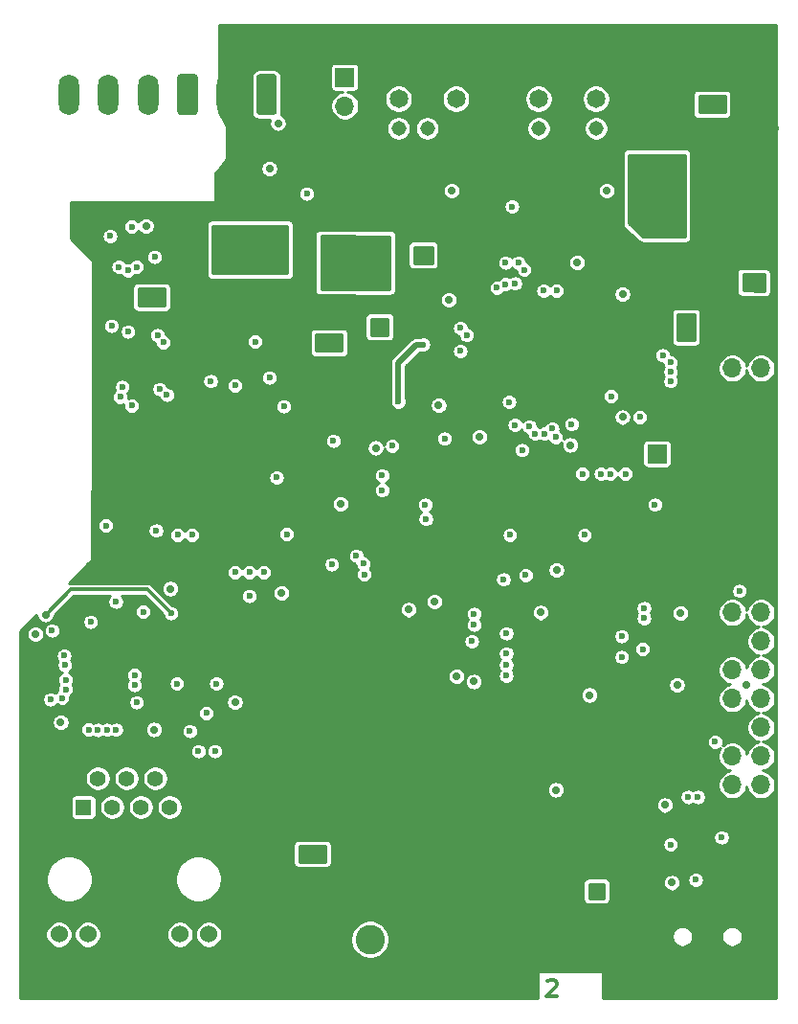
<source format=gbr>
G04 #@! TF.GenerationSoftware,KiCad,Pcbnew,(5.1.9)-1*
G04 #@! TF.CreationDate,2021-07-06T15:30:55+07:00*
G04 #@! TF.ProjectId,main2,6d61696e-322e-46b6-9963-61645f706362,rev?*
G04 #@! TF.SameCoordinates,Original*
G04 #@! TF.FileFunction,Copper,L2,Inr*
G04 #@! TF.FilePolarity,Positive*
%FSLAX46Y46*%
G04 Gerber Fmt 4.6, Leading zero omitted, Abs format (unit mm)*
G04 Created by KiCad (PCBNEW (5.1.9)-1) date 2021-07-06 15:30:55*
%MOMM*%
%LPD*%
G01*
G04 APERTURE LIST*
G04 #@! TA.AperFunction,NonConductor*
%ADD10C,0.300000*%
G04 #@! TD*
G04 #@! TA.AperFunction,ComponentPad*
%ADD11O,1.700000X1.700000*%
G04 #@! TD*
G04 #@! TA.AperFunction,ComponentPad*
%ADD12C,1.650000*%
G04 #@! TD*
G04 #@! TA.AperFunction,ComponentPad*
%ADD13C,1.308000*%
G04 #@! TD*
G04 #@! TA.AperFunction,ComponentPad*
%ADD14R,2.600000X2.600000*%
G04 #@! TD*
G04 #@! TA.AperFunction,ComponentPad*
%ADD15C,2.600000*%
G04 #@! TD*
G04 #@! TA.AperFunction,ComponentPad*
%ADD16O,1.800000X3.600000*%
G04 #@! TD*
G04 #@! TA.AperFunction,ComponentPad*
%ADD17R,1.700000X1.700000*%
G04 #@! TD*
G04 #@! TA.AperFunction,ComponentPad*
%ADD18C,2.445000*%
G04 #@! TD*
G04 #@! TA.AperFunction,ComponentPad*
%ADD19C,1.530000*%
G04 #@! TD*
G04 #@! TA.AperFunction,ComponentPad*
%ADD20C,1.398000*%
G04 #@! TD*
G04 #@! TA.AperFunction,ComponentPad*
%ADD21R,1.398000X1.398000*%
G04 #@! TD*
G04 #@! TA.AperFunction,ComponentPad*
%ADD22C,0.600000*%
G04 #@! TD*
G04 #@! TA.AperFunction,ComponentPad*
%ADD23C,4.700000*%
G04 #@! TD*
G04 #@! TA.AperFunction,ViaPad*
%ADD24C,0.600000*%
G04 #@! TD*
G04 #@! TA.AperFunction,ViaPad*
%ADD25C,0.700000*%
G04 #@! TD*
G04 #@! TA.AperFunction,Conductor*
%ADD26C,0.300000*%
G04 #@! TD*
G04 #@! TA.AperFunction,Conductor*
%ADD27C,0.500000*%
G04 #@! TD*
G04 #@! TA.AperFunction,Conductor*
%ADD28C,0.254000*%
G04 #@! TD*
G04 #@! TA.AperFunction,Conductor*
%ADD29C,0.100000*%
G04 #@! TD*
G04 APERTURE END LIST*
D10*
X106505428Y-131337928D02*
X106576857Y-131266500D01*
X106719714Y-131195071D01*
X107076857Y-131195071D01*
X107219714Y-131266500D01*
X107291142Y-131337928D01*
X107362571Y-131480785D01*
X107362571Y-131623642D01*
X107291142Y-131837928D01*
X106434000Y-132695071D01*
X107362571Y-132695071D01*
D11*
X122872500Y-77152500D03*
X125412500Y-77152500D03*
X122872500Y-79692500D03*
X125412500Y-79692500D03*
X122872500Y-98742500D03*
X125412500Y-98742500D03*
X122872500Y-101282500D03*
X125412500Y-101282500D03*
X122872500Y-103822500D03*
X125412500Y-103822500D03*
X122872500Y-106362500D03*
X125412500Y-106362500D03*
X122872500Y-108902500D03*
X125412500Y-108902500D03*
X122872500Y-111442500D03*
X125412500Y-111442500D03*
X122872500Y-113982500D03*
X125412500Y-113982500D03*
X122872500Y-116522500D03*
X125412500Y-116522500D03*
D12*
X110807500Y-53340000D03*
X105727500Y-53340000D03*
D13*
X105727500Y-55970000D03*
X108267500Y-55970000D03*
X110807500Y-55970000D03*
X98425000Y-55970000D03*
X95885000Y-55970000D03*
X93345000Y-55970000D03*
D12*
X93345000Y-53340000D03*
X98425000Y-53340000D03*
D14*
X85725000Y-127635000D03*
D15*
X90805000Y-127635000D03*
G04 #@! TA.AperFunction,ComponentPad*
G36*
G01*
X82561000Y-51409000D02*
X82561000Y-54509000D01*
G75*
G02*
X82311000Y-54759000I-250000J0D01*
G01*
X81011000Y-54759000D01*
G75*
G02*
X80761000Y-54509000I0J250000D01*
G01*
X80761000Y-51409000D01*
G75*
G02*
X81011000Y-51159000I250000J0D01*
G01*
X82311000Y-51159000D01*
G75*
G02*
X82561000Y-51409000I0J-250000D01*
G01*
G37*
G04 #@! TD.AperFunction*
D16*
X78161000Y-52959000D03*
G04 #@! TA.AperFunction,ComponentPad*
G36*
G01*
X75576000Y-51409000D02*
X75576000Y-54509000D01*
G75*
G02*
X75326000Y-54759000I-250000J0D01*
G01*
X74026000Y-54759000D01*
G75*
G02*
X73776000Y-54509000I0J250000D01*
G01*
X73776000Y-51409000D01*
G75*
G02*
X74026000Y-51159000I250000J0D01*
G01*
X75326000Y-51159000D01*
G75*
G02*
X75576000Y-51409000I0J-250000D01*
G01*
G37*
G04 #@! TD.AperFunction*
X71176000Y-52959000D03*
X67676000Y-52959000D03*
X64176000Y-52959000D03*
D17*
X88582500Y-51435000D03*
D11*
X88582500Y-53975000D03*
D18*
X77658500Y-119251000D03*
X62168500Y-119251000D03*
D19*
X73998500Y-127201000D03*
X76538500Y-127201000D03*
X65828500Y-127201000D03*
X63288500Y-127201000D03*
D20*
X74353500Y-113411000D03*
X73083500Y-115951000D03*
X71813500Y-113411000D03*
X70543500Y-115951000D03*
X69273500Y-113411000D03*
X68003500Y-115951000D03*
X66733500Y-113411000D03*
D21*
X65463500Y-115951000D03*
D22*
X91661700Y-103151700D03*
X92961700Y-103151700D03*
X92961700Y-101851700D03*
X91661700Y-101851700D03*
X95561700Y-103151700D03*
X94261700Y-103151700D03*
X94261700Y-101851700D03*
X95561700Y-101851700D03*
D17*
X116205000Y-84709000D03*
D23*
X116268500Y-50419000D03*
D24*
X109601000Y-86487000D03*
X114681000Y-81470500D03*
D25*
X82994500Y-97028000D03*
D24*
X104394000Y-77216000D03*
X106426000Y-77216000D03*
X106426000Y-75184000D03*
X104394000Y-75184000D03*
X105410000Y-76200000D03*
X107442000Y-78232000D03*
X107442000Y-74168000D03*
X103378000Y-74168000D03*
X103378000Y-78232000D03*
X105410000Y-78232000D03*
X105410000Y-74168000D03*
X107442000Y-76200000D03*
X103378000Y-76200000D03*
X74041000Y-84201000D03*
X75819000Y-84201000D03*
X76708000Y-84201000D03*
X76708000Y-87757000D03*
X75819000Y-87757000D03*
X74041000Y-87757000D03*
X73152000Y-87757000D03*
X76708000Y-86868000D03*
X75819000Y-86868000D03*
X74930000Y-86868000D03*
X74041000Y-86868000D03*
X73152000Y-86868000D03*
X76708000Y-85090000D03*
X75819000Y-85090000D03*
X73152000Y-85090000D03*
X74041000Y-85090000D03*
X74930000Y-85090000D03*
X75819000Y-85979000D03*
X74041000Y-85979000D03*
X74930000Y-85979000D03*
X76708000Y-85979000D03*
X73152000Y-85979000D03*
X74930000Y-87757000D03*
X74930000Y-84201000D03*
X73152000Y-84201000D03*
X67703700Y-105092500D03*
X66929000Y-105092500D03*
X67703700Y-104330500D03*
X66929000Y-104330500D03*
X66179700Y-105092500D03*
X66179700Y-104330500D03*
X66929000Y-103581200D03*
D25*
X111696500Y-68834000D03*
X115697000Y-71628000D03*
X98615500Y-83883500D03*
X97472500Y-85026500D03*
X60261500Y-104648000D03*
X71945500Y-99250500D03*
X79438500Y-101981000D03*
X114998500Y-122809000D03*
X108331000Y-122110500D03*
X107188000Y-121729500D03*
X108331000Y-120650000D03*
X108331000Y-118110000D03*
X106172000Y-118110000D03*
X95250000Y-72517000D03*
X95631000Y-78613000D03*
X95377000Y-76073000D03*
D24*
X101790500Y-79946500D03*
X104140000Y-79946500D03*
X119380000Y-120332500D03*
X101754500Y-78450000D03*
D25*
X100266500Y-81216500D03*
X111506000Y-70358000D03*
X106172000Y-68834000D03*
X111379000Y-81216500D03*
X110109000Y-117856000D03*
X114109500Y-119380000D03*
X93916500Y-95250000D03*
D24*
X66179700Y-103581200D03*
X67691000Y-103581200D03*
D25*
X90551000Y-111252000D03*
X90551000Y-114300000D03*
X90551000Y-115316000D03*
X90551000Y-116332000D03*
X90551000Y-117348000D03*
X80010000Y-111696500D03*
X80010000Y-112712500D03*
X80010000Y-113728500D03*
X80010000Y-114744500D03*
X80010000Y-115760500D03*
X80010000Y-116776500D03*
X82042000Y-118935500D03*
X82042000Y-119951500D03*
X83820000Y-122999500D03*
X84836000Y-122999500D03*
X85852000Y-122999500D03*
X86868000Y-122999500D03*
X87884000Y-122999500D03*
X87884000Y-126238000D03*
X87884000Y-127254000D03*
X87884000Y-128270000D03*
X87884000Y-129286000D03*
X87884000Y-130302000D03*
X87884000Y-131318000D03*
X87884000Y-125222000D03*
X86741000Y-125222000D03*
X85725000Y-125222000D03*
X84709000Y-125222000D03*
X83693000Y-125222000D03*
X86741000Y-129794000D03*
X85725000Y-129794000D03*
X84709000Y-129794000D03*
X83693000Y-129794000D03*
X83439000Y-128778000D03*
X83439000Y-126238000D03*
X83439000Y-127508000D03*
X110998000Y-128333500D03*
X112014000Y-128333500D03*
X113030000Y-128333500D03*
X114046000Y-128333500D03*
X110998000Y-125285500D03*
X112014000Y-125285500D03*
X113030000Y-125285500D03*
X114046000Y-125285500D03*
X115062000Y-127317500D03*
X115062000Y-126301500D03*
X80264000Y-109474000D03*
X80264000Y-108204000D03*
X80264000Y-106934000D03*
X80264000Y-105664000D03*
X80264000Y-104394000D03*
X80264000Y-103124000D03*
X80264000Y-101854000D03*
X80264000Y-100584000D03*
X80264000Y-99314000D03*
X81534000Y-104394000D03*
X82804000Y-104394000D03*
X87884000Y-104394000D03*
X89154000Y-104394000D03*
X90424000Y-104394000D03*
X90551000Y-107950000D03*
X90551000Y-106680000D03*
X89408000Y-106680000D03*
X89408000Y-107950000D03*
X89408000Y-109220000D03*
X90551000Y-109220000D03*
X101600000Y-111760000D03*
X102870000Y-111760000D03*
X104140000Y-111760000D03*
X100330000Y-111760000D03*
X100330000Y-112776000D03*
X100330000Y-113792000D03*
X100330000Y-114808000D03*
X104140000Y-112776000D03*
D24*
X66548000Y-78232000D03*
X66548000Y-79121000D03*
X66548000Y-80010000D03*
X66548000Y-80899000D03*
X66548000Y-81788000D03*
X66548000Y-82677000D03*
X66548000Y-83566000D03*
X66548000Y-84455000D03*
X66548000Y-85344000D03*
X66548000Y-86233000D03*
X66548000Y-87122000D03*
X66548000Y-88011000D03*
X66548000Y-88900000D03*
X66548000Y-89789000D03*
X66548000Y-90678000D03*
X66548000Y-91567000D03*
X83388200Y-90665300D03*
X109728000Y-102743000D03*
X110617000Y-102743000D03*
X101981000Y-74485500D03*
X111506000Y-73914000D03*
X117665500Y-75628500D03*
X70421500Y-95440500D03*
X60896500Y-108394500D03*
X73469500Y-109093000D03*
X73914000Y-99949000D03*
X113792000Y-112712500D03*
X116459000Y-104648000D03*
X116776500Y-96329500D03*
X107886500Y-92456000D03*
X76390500Y-71247000D03*
X88011000Y-58928000D03*
X91376500Y-62484000D03*
X95313500Y-84264500D03*
X93726000Y-87693500D03*
X93027500Y-95250000D03*
X92202000Y-95250000D03*
X115824000Y-109220000D03*
X99504500Y-78232000D03*
D25*
X89344500Y-110680500D03*
X89408000Y-117729000D03*
X69532500Y-63500000D03*
X71247000Y-63500000D03*
X87566500Y-85026500D03*
D24*
X105029000Y-90043000D03*
X99504500Y-92837000D03*
X99949000Y-95504000D03*
X102743000Y-98806000D03*
X106934000Y-84074000D03*
X105029000Y-87058500D03*
X67056000Y-97663000D03*
X81661000Y-90678000D03*
X117919500Y-96012000D03*
X108331000Y-94488000D03*
X116332000Y-56896000D03*
X116332000Y-55054500D03*
X116332000Y-55943500D03*
X117030500Y-54483000D03*
X118046500Y-54483000D03*
X117030500Y-57404000D03*
X118046500Y-57404000D03*
D25*
X126682500Y-55943500D03*
X125285500Y-54229000D03*
D24*
X119443500Y-63754000D03*
X119443500Y-65151000D03*
X120713500Y-63754000D03*
X120713500Y-65151000D03*
X120078500Y-64452500D03*
X121285000Y-67183000D03*
X121285000Y-66294000D03*
X121285000Y-68008500D03*
X120904000Y-69151500D03*
D25*
X95250000Y-71691500D03*
X88265000Y-72390000D03*
X88265000Y-73406000D03*
D24*
X87820500Y-93726000D03*
X111709200Y-100050600D03*
X109791500Y-90805000D03*
X113919000Y-92011500D03*
D25*
X99568000Y-85471000D03*
D24*
X108140500Y-86487000D03*
D25*
X64452500Y-111061500D03*
D24*
X73787000Y-110045500D03*
X80518000Y-61087000D03*
X87757000Y-62738000D03*
X85344000Y-60325000D03*
X75501500Y-73469500D03*
X74612500Y-73469500D03*
X76390500Y-73469500D03*
D25*
X77470000Y-73533000D03*
X78613000Y-73533000D03*
D24*
X73469500Y-73406000D03*
D25*
X80073500Y-110553500D03*
X82042000Y-121031000D03*
X80264000Y-117729000D03*
X81216500Y-118237000D03*
X82804000Y-122872500D03*
X82232500Y-122047000D03*
X82042000Y-97790000D03*
X81153000Y-98488500D03*
X92011500Y-110045500D03*
X92011500Y-109093000D03*
X91694000Y-106680000D03*
D24*
X60561293Y-106329000D03*
X60561293Y-110329000D03*
X60561293Y-112729000D03*
X60561293Y-115129000D03*
X60561293Y-117529000D03*
X60561293Y-120729000D03*
X60561293Y-123129000D03*
X60561293Y-125529000D03*
X60561293Y-127929000D03*
X60561293Y-130329000D03*
X61361293Y-131929000D03*
X62161293Y-109529000D03*
X62161293Y-111929000D03*
X62161293Y-114329000D03*
X62161293Y-116729000D03*
X62161293Y-123929000D03*
X62161293Y-128729000D03*
X62961293Y-125529000D03*
X62961293Y-130329000D03*
X63761293Y-112729000D03*
X63761293Y-115129000D03*
X63761293Y-117529000D03*
X63761293Y-131929000D03*
X64561293Y-119129000D03*
X65361293Y-130329000D03*
X66161293Y-117529000D03*
X66161293Y-119929000D03*
X66161293Y-131929000D03*
X66961293Y-121529000D03*
X66961293Y-125529000D03*
X67761293Y-118329000D03*
X67761293Y-130329000D03*
X68561293Y-119929000D03*
X68561293Y-123929000D03*
X68561293Y-126329000D03*
X68561293Y-131929000D03*
X69361293Y-117529000D03*
X70161293Y-122329000D03*
X70161293Y-124729000D03*
X70161293Y-130329000D03*
X70961293Y-131929000D03*
X71761293Y-68729000D03*
X71761293Y-117529000D03*
X71761293Y-127929000D03*
X72561293Y-82329000D03*
X72561293Y-89529000D03*
X72561293Y-111129000D03*
X72561293Y-130329000D03*
X73361293Y-131929000D03*
X74161293Y-80729000D03*
X74161293Y-90329000D03*
X74161293Y-119929000D03*
X74161293Y-124729000D03*
X74961293Y-82329000D03*
X74961293Y-95129000D03*
X74961293Y-130329000D03*
X75761293Y-89529000D03*
X75761293Y-112729000D03*
X75761293Y-118329000D03*
X75761293Y-125529000D03*
X75761293Y-131929000D03*
X76561293Y-63129000D03*
X76561293Y-80729000D03*
X76561293Y-128729000D03*
X77361293Y-82329000D03*
X77361293Y-116729000D03*
X77361293Y-124729000D03*
X77361293Y-130329000D03*
X78161293Y-47129000D03*
X78161293Y-49529000D03*
X78161293Y-79929000D03*
X78161293Y-83929000D03*
X78161293Y-86329000D03*
X78161293Y-88729000D03*
X78161293Y-112729000D03*
X78161293Y-115129000D03*
X78161293Y-121529000D03*
X78161293Y-126329000D03*
X78161293Y-131929000D03*
X78961293Y-63129000D03*
X78961293Y-81529000D03*
X78961293Y-99929000D03*
X78961293Y-108729000D03*
X78961293Y-123129000D03*
X78961293Y-127929000D03*
X79761293Y-47929000D03*
X79761293Y-50329000D03*
X79761293Y-83129000D03*
X79761293Y-85529000D03*
X79761293Y-91129000D03*
X79761293Y-119129000D03*
X79761293Y-124729000D03*
X79761293Y-129529000D03*
X80561293Y-120729000D03*
X80561293Y-126329000D03*
X80561293Y-131129000D03*
X81361293Y-47129000D03*
X81361293Y-49529000D03*
X81361293Y-55929000D03*
X81361293Y-123929000D03*
X81361293Y-127929000D03*
X82161293Y-106329000D03*
X82161293Y-108729000D03*
X82161293Y-130329000D03*
X82961293Y-47929000D03*
X82961293Y-50329000D03*
X82961293Y-131929000D03*
X83761293Y-51929000D03*
X83761293Y-63129000D03*
X84561293Y-47129000D03*
X84561293Y-49529000D03*
X84561293Y-131129000D03*
X85361293Y-54329000D03*
X85361293Y-63929000D03*
X85361293Y-66329000D03*
X85361293Y-68729000D03*
X86161293Y-47929000D03*
X86161293Y-50329000D03*
X86161293Y-55929000D03*
X86161293Y-131929000D03*
X86961293Y-53529000D03*
X87761293Y-47129000D03*
X87761293Y-49529000D03*
X87761293Y-86329000D03*
X87761293Y-106329000D03*
X87761293Y-108729000D03*
X87761293Y-111129000D03*
X87761293Y-113529000D03*
X88561293Y-79129000D03*
X89361293Y-47929000D03*
X89361293Y-58329000D03*
X89361293Y-123129000D03*
X89361293Y-131929000D03*
X90161293Y-49529000D03*
X90161293Y-51929000D03*
X90161293Y-54329000D03*
X90161293Y-56729000D03*
X90961293Y-47129000D03*
X90961293Y-59129000D03*
X90961293Y-123929000D03*
X91761293Y-48729000D03*
X91761293Y-51129000D03*
X91761293Y-53529000D03*
X91761293Y-55929000D03*
X91761293Y-131929000D03*
X92561293Y-57529000D03*
X92561293Y-89529000D03*
X92561293Y-118329000D03*
X92561293Y-123129000D03*
X93361293Y-47129000D03*
X93361293Y-49529000D03*
X93361293Y-111929000D03*
X93361293Y-114329000D03*
X93361293Y-116729000D03*
X94161293Y-51129000D03*
X94161293Y-58329000D03*
X94161293Y-131929000D03*
X94961293Y-47929000D03*
X94961293Y-52729000D03*
X95761293Y-49529000D03*
X95761293Y-54329000D03*
X96561293Y-47129000D03*
X96561293Y-51129000D03*
X96561293Y-131929000D03*
X97361293Y-48729000D03*
X97361293Y-57529000D03*
X97361293Y-92729000D03*
X98161293Y-50329000D03*
X98161293Y-107129000D03*
X98961293Y-47129000D03*
X98961293Y-58329000D03*
X98961293Y-63129000D03*
X98961293Y-91129000D03*
X98961293Y-108729000D03*
X98961293Y-111129000D03*
X98961293Y-113529000D03*
X99761293Y-48729000D03*
X99761293Y-51129000D03*
X99761293Y-55129000D03*
X99761293Y-59929000D03*
X99761293Y-106329000D03*
X100561293Y-52729000D03*
X100561293Y-56729000D03*
X100561293Y-107929000D03*
X100561293Y-110329000D03*
X101361293Y-47129000D03*
X101361293Y-49529000D03*
X101361293Y-54329000D03*
X101361293Y-58329000D03*
X101361293Y-91129000D03*
X102161293Y-51129000D03*
X102161293Y-55929000D03*
X102161293Y-59929000D03*
X102161293Y-109529000D03*
X102961293Y-47929000D03*
X102961293Y-52729000D03*
X102961293Y-57529000D03*
X103761293Y-49529000D03*
X103761293Y-54329000D03*
X103761293Y-59129000D03*
X103761293Y-110329000D03*
X104561293Y-47129000D03*
X104561293Y-51129000D03*
X104561293Y-88729000D03*
X104561293Y-107929000D03*
X105361293Y-48729000D03*
X105361293Y-63129000D03*
X105361293Y-119929000D03*
X106161293Y-50329000D03*
X106161293Y-57529000D03*
X106961293Y-47129000D03*
X106961293Y-51929000D03*
X106961293Y-59129000D03*
X107761293Y-48729000D03*
X107761293Y-53529000D03*
X107761293Y-63129000D03*
X107761293Y-68729000D03*
X108561293Y-50329000D03*
X108561293Y-57529000D03*
X109361293Y-47129000D03*
X109361293Y-51929000D03*
X109361293Y-54329000D03*
X110161293Y-48729000D03*
X110161293Y-63129000D03*
X110161293Y-109529000D03*
X110961293Y-50329000D03*
X111761293Y-47129000D03*
X111761293Y-57529000D03*
X111761293Y-91129000D03*
X111761293Y-112729000D03*
X111761293Y-131129000D03*
X112561293Y-53529000D03*
X112561293Y-55929000D03*
X112561293Y-89529000D03*
X113361293Y-131929000D03*
X114161293Y-55129000D03*
X114161293Y-109529000D03*
X114961293Y-56729000D03*
X114961293Y-87129000D03*
X115761293Y-83129000D03*
X115761293Y-113529000D03*
X115761293Y-131929000D03*
X116561293Y-86329000D03*
X116561293Y-126329000D03*
X116561293Y-128729000D03*
X118161293Y-113529000D03*
X118161293Y-124729000D03*
X118161293Y-129529000D03*
X118161293Y-131929000D03*
X118961293Y-55929000D03*
X119761293Y-47129000D03*
X119761293Y-126329000D03*
X119761293Y-128729000D03*
X119761293Y-131129000D03*
X120561293Y-48729000D03*
X120561293Y-51929000D03*
X120561293Y-71129000D03*
X120561293Y-112729000D03*
X121361293Y-50329000D03*
X121361293Y-115129000D03*
X121361293Y-127129000D03*
X121361293Y-129529000D03*
X121361293Y-131929000D03*
X122161293Y-47129000D03*
X122161293Y-122329000D03*
X122961293Y-48729000D03*
X122961293Y-51129000D03*
X122961293Y-81529000D03*
X122961293Y-83929000D03*
X122961293Y-86329000D03*
X122961293Y-88729000D03*
X122961293Y-91129000D03*
X122961293Y-93529000D03*
X122961293Y-128729000D03*
X122961293Y-131129000D03*
X123761293Y-52729000D03*
X123761293Y-95129000D03*
X123761293Y-118329000D03*
X123761293Y-120729000D03*
X123761293Y-123129000D03*
X124561293Y-47129000D03*
X124561293Y-49529000D03*
X124561293Y-82329000D03*
X124561293Y-84729000D03*
X124561293Y-87129000D03*
X124561293Y-89529000D03*
X124561293Y-91929000D03*
X124561293Y-126329000D03*
X124561293Y-131929000D03*
X125361293Y-51129000D03*
X125361293Y-93529000D03*
X125361293Y-95929000D03*
X125361293Y-119129000D03*
X125361293Y-121529000D03*
X125361293Y-127929000D03*
X126161293Y-47929000D03*
X126161293Y-52729000D03*
X126161293Y-72729000D03*
X126161293Y-81529000D03*
X126161293Y-83929000D03*
X126161293Y-86329000D03*
X126161293Y-88729000D03*
X126161293Y-91129000D03*
X126161293Y-123129000D03*
X104584500Y-130111500D03*
X106961293Y-130111500D03*
X109410500Y-130111500D03*
X113728500Y-124079000D03*
X67754500Y-69215000D03*
X66738500Y-68199000D03*
X66357500Y-65024000D03*
D25*
X91249500Y-73914000D03*
X91249500Y-73088500D03*
X92075000Y-73088500D03*
X92075000Y-73914000D03*
X89916000Y-69850000D03*
X89916000Y-68834000D03*
X89916000Y-67818000D03*
X89916000Y-66802000D03*
X89916000Y-65786000D03*
X88900000Y-69850000D03*
X88900000Y-68834000D03*
X88900000Y-67818000D03*
X88900000Y-66802000D03*
X88900000Y-65786000D03*
X87884000Y-69850000D03*
X87884000Y-68834000D03*
X87884000Y-67818000D03*
X87884000Y-66802000D03*
X87884000Y-65786000D03*
X86868000Y-69850000D03*
X86868000Y-68834000D03*
X86868000Y-67818000D03*
X86868000Y-66802000D03*
X86868000Y-65786000D03*
X91249500Y-69850000D03*
X91249500Y-69024500D03*
X91249500Y-68199000D03*
X92075000Y-68199000D03*
X92075000Y-69024500D03*
X92075000Y-69850000D03*
X118364000Y-73533000D03*
X118364000Y-74358500D03*
X119189500Y-72707500D03*
X119189500Y-73533000D03*
X119189500Y-74358500D03*
X109156500Y-67818000D03*
X97790000Y-71120000D03*
X113157000Y-81470500D03*
X81915000Y-59499500D03*
X118364000Y-72707500D03*
X91313000Y-84201000D03*
X96888000Y-80441500D03*
X88201500Y-89154000D03*
X117792500Y-62230000D03*
X117792500Y-64643000D03*
X117792500Y-63436500D03*
X117792500Y-61087000D03*
X117792500Y-59880500D03*
X114363500Y-58991500D03*
X116586000Y-59626500D03*
X115189000Y-59626500D03*
X115887500Y-58991500D03*
X117284500Y-58991500D03*
X111760000Y-61468000D03*
X98044000Y-61468000D03*
X114363500Y-63436500D03*
X115189000Y-64706500D03*
X116586000Y-64706500D03*
X114363500Y-62230000D03*
X114363500Y-61087000D03*
X114236500Y-59944000D03*
X114236500Y-64516000D03*
D24*
X73787000Y-91884500D03*
X68580000Y-68199000D03*
X75057000Y-91884500D03*
X69405500Y-68516500D03*
D25*
X116903500Y-115760500D03*
X110236000Y-106045000D03*
X110490000Y-122999500D03*
X111252000Y-122999500D03*
X110490000Y-123761500D03*
X111252000Y-123761500D03*
X118300500Y-98806000D03*
X117983000Y-105156000D03*
X107315000Y-94996000D03*
X72390000Y-70421500D03*
X70739000Y-70421500D03*
X70739000Y-71247000D03*
X72390000Y-71247000D03*
X71564500Y-71247000D03*
X71564500Y-70421500D03*
X73152000Y-96647000D03*
X78867000Y-106680000D03*
X61214000Y-100647500D03*
X70993000Y-64579500D03*
D24*
X66103500Y-99568000D03*
D25*
X77406500Y-65087500D03*
X83058000Y-65087500D03*
X83058000Y-66103500D03*
X83058000Y-67183000D03*
X83058000Y-68262500D03*
X77406500Y-66103500D03*
X77406500Y-67183000D03*
X77406500Y-68262500D03*
X78549500Y-68262500D03*
X79692500Y-68262500D03*
X81915000Y-68262500D03*
X80835500Y-68262500D03*
D24*
X62547500Y-106426000D03*
X72834500Y-79502000D03*
D25*
X71691500Y-109093000D03*
D24*
X70167500Y-106680000D03*
D25*
X63449500Y-108445000D03*
D24*
X119634000Y-122364500D03*
D25*
X117538500Y-122618500D03*
X105918000Y-98742500D03*
D24*
X72517000Y-74866500D03*
X102870000Y-100584000D03*
X100012500Y-99822000D03*
X72009000Y-74231500D03*
X80137000Y-97282000D03*
X87439500Y-94488000D03*
X78867000Y-95186500D03*
X68326000Y-97790000D03*
X80137000Y-95186500D03*
X70739000Y-98679000D03*
X81407000Y-95186500D03*
X73215500Y-98806000D03*
D25*
X62103000Y-98933000D03*
D24*
X62674500Y-100330000D03*
X76708000Y-78295500D03*
X116713000Y-76009500D03*
D25*
X124142500Y-105156000D03*
D24*
X117411500Y-76644500D03*
X106172000Y-70294500D03*
X107315000Y-70294500D03*
X121348500Y-110172500D03*
X117411500Y-78295500D03*
X117411500Y-77470000D03*
X103949500Y-67818000D03*
X81915000Y-77978000D03*
X104457500Y-68453000D03*
X83439000Y-91821000D03*
X82550000Y-86804500D03*
X80645000Y-74803000D03*
X102806500Y-67818000D03*
X114935000Y-101981000D03*
X103632000Y-69659500D03*
X102806500Y-69723000D03*
X113093500Y-100838000D03*
X102044500Y-70040500D03*
X113093500Y-102679500D03*
X63881000Y-105537000D03*
X72199500Y-78994000D03*
X63881000Y-104711500D03*
X69723000Y-80454500D03*
X63563500Y-106299000D03*
X68707000Y-79692500D03*
X63754000Y-102552500D03*
X68897500Y-78803500D03*
X98806000Y-75628500D03*
X85217000Y-61722000D03*
D25*
X95948500Y-67564000D03*
X95948500Y-66738500D03*
X95059500Y-66738500D03*
X95059500Y-67564000D03*
X113157000Y-70612000D03*
X100488750Y-83216750D03*
X108521500Y-83947000D03*
D24*
X93332000Y-80124000D03*
X95504000Y-75057000D03*
X75628500Y-110998000D03*
X77089000Y-110998000D03*
X77216000Y-105029000D03*
X63817500Y-103378000D03*
X69977000Y-104267000D03*
X74866500Y-109220000D03*
X69977000Y-105156000D03*
X76327000Y-107632500D03*
X98806000Y-73596500D03*
X103378500Y-62865000D03*
X97409000Y-83375500D03*
X103632000Y-82169000D03*
X103124000Y-80137000D03*
X112141000Y-79629000D03*
X95758000Y-90487500D03*
X104267000Y-84391500D03*
X99377500Y-74231500D03*
X104902000Y-82296000D03*
X91884500Y-86614000D03*
X105410000Y-82931000D03*
X91884500Y-87947500D03*
X106235500Y-82931000D03*
X95694500Y-89217500D03*
D25*
X124333000Y-69215000D03*
X124333000Y-70040500D03*
X125158500Y-70040500D03*
X125158500Y-69215000D03*
X86360000Y-75311000D03*
X88011000Y-74485500D03*
X86360000Y-74485500D03*
X87185500Y-74485500D03*
X87185500Y-75311000D03*
X88011000Y-75311000D03*
X86550500Y-119634000D03*
X84899500Y-119634000D03*
X84899500Y-120459500D03*
X86550500Y-120459500D03*
X85725000Y-120459500D03*
X85725000Y-119634000D03*
X120269000Y-53403500D03*
X121094500Y-53403500D03*
X121920000Y-53403500D03*
X120269000Y-54229000D03*
X121094500Y-54229000D03*
X121920000Y-54229000D03*
X107251500Y-114427000D03*
X100010020Y-104840980D03*
X96520000Y-97790000D03*
X82677000Y-55499000D03*
X98488500Y-104394000D03*
X94234000Y-98488500D03*
D24*
X121920000Y-118618000D03*
X117411500Y-119253000D03*
X73723500Y-105029000D03*
X102870000Y-102362000D03*
X78867000Y-78676500D03*
X69405500Y-73914000D03*
X67437000Y-91059000D03*
X99822000Y-101282500D03*
X67945000Y-73406000D03*
X71882000Y-91503500D03*
X102870000Y-103378000D03*
X113411000Y-86487000D03*
X108648500Y-82105500D03*
X67818000Y-65468500D03*
X70167500Y-68199000D03*
X69723000Y-64643000D03*
X71755000Y-67310000D03*
X92773500Y-84010500D03*
X102870000Y-104330500D03*
X89598500Y-93726000D03*
X90233500Y-94424500D03*
X112077500Y-86487000D03*
X104584500Y-95440500D03*
X106934000Y-82486500D03*
X90297000Y-95377000D03*
X111252000Y-86487000D03*
X102616000Y-95821500D03*
X107251500Y-83248500D03*
X123507500Y-96837500D03*
X87566500Y-83566000D03*
X103187500Y-91884500D03*
X109791500Y-91884500D03*
X116014500Y-89217500D03*
X100012500Y-98869500D03*
X83185000Y-80518000D03*
X66725800Y-109118400D03*
X65913000Y-109093000D03*
X67525900Y-109105700D03*
X68326000Y-109105700D03*
X115062000Y-99250500D03*
X118955000Y-115049300D03*
X115062000Y-98361500D03*
X119805000Y-115049300D03*
D26*
X62103000Y-98933000D02*
X64325500Y-96710500D01*
X71120000Y-96710500D02*
X73215500Y-98806000D01*
X64325500Y-96710500D02*
X71120000Y-96710500D01*
D27*
X93281500Y-80073500D02*
X93332000Y-80124000D01*
X93281500Y-76708000D02*
X93281500Y-80073500D01*
X94932500Y-75057000D02*
X93281500Y-76708000D01*
X95504000Y-75057000D02*
X94932500Y-75057000D01*
D28*
X126784000Y-132834500D02*
X111379000Y-132834500D01*
X111379000Y-130556000D01*
X111376560Y-130531224D01*
X111369333Y-130507399D01*
X111357597Y-130485443D01*
X111341803Y-130466197D01*
X111322557Y-130450403D01*
X111300601Y-130438667D01*
X111276776Y-130431440D01*
X111252000Y-130429000D01*
X105759250Y-130429000D01*
X105732956Y-130431752D01*
X105724280Y-130434500D01*
X105642715Y-130434500D01*
X105642715Y-130506171D01*
X105641333Y-130508834D01*
X105634397Y-130532744D01*
X105632259Y-130557549D01*
X105642715Y-131414941D01*
X105642715Y-132834500D01*
X59888000Y-132834500D01*
X59888000Y-127083598D01*
X62096500Y-127083598D01*
X62096500Y-127318402D01*
X62142307Y-127548694D01*
X62232163Y-127765624D01*
X62362613Y-127960856D01*
X62528644Y-128126887D01*
X62723876Y-128257337D01*
X62940806Y-128347193D01*
X63171098Y-128393000D01*
X63405902Y-128393000D01*
X63636194Y-128347193D01*
X63853124Y-128257337D01*
X64048356Y-128126887D01*
X64214387Y-127960856D01*
X64344837Y-127765624D01*
X64434693Y-127548694D01*
X64480500Y-127318402D01*
X64480500Y-127083598D01*
X64636500Y-127083598D01*
X64636500Y-127318402D01*
X64682307Y-127548694D01*
X64772163Y-127765624D01*
X64902613Y-127960856D01*
X65068644Y-128126887D01*
X65263876Y-128257337D01*
X65480806Y-128347193D01*
X65711098Y-128393000D01*
X65945902Y-128393000D01*
X66176194Y-128347193D01*
X66393124Y-128257337D01*
X66588356Y-128126887D01*
X66754387Y-127960856D01*
X66884837Y-127765624D01*
X66974693Y-127548694D01*
X67020500Y-127318402D01*
X67020500Y-127083598D01*
X72806500Y-127083598D01*
X72806500Y-127318402D01*
X72852307Y-127548694D01*
X72942163Y-127765624D01*
X73072613Y-127960856D01*
X73238644Y-128126887D01*
X73433876Y-128257337D01*
X73650806Y-128347193D01*
X73881098Y-128393000D01*
X74115902Y-128393000D01*
X74346194Y-128347193D01*
X74563124Y-128257337D01*
X74758356Y-128126887D01*
X74924387Y-127960856D01*
X75054837Y-127765624D01*
X75144693Y-127548694D01*
X75190500Y-127318402D01*
X75190500Y-127083598D01*
X75346500Y-127083598D01*
X75346500Y-127318402D01*
X75392307Y-127548694D01*
X75482163Y-127765624D01*
X75612613Y-127960856D01*
X75778644Y-128126887D01*
X75973876Y-128257337D01*
X76190806Y-128347193D01*
X76421098Y-128393000D01*
X76655902Y-128393000D01*
X76886194Y-128347193D01*
X77103124Y-128257337D01*
X77298356Y-128126887D01*
X77464387Y-127960856D01*
X77594837Y-127765624D01*
X77684693Y-127548694D01*
X77701359Y-127464905D01*
X89078000Y-127464905D01*
X89078000Y-127805095D01*
X89144368Y-128138747D01*
X89274553Y-128453041D01*
X89463552Y-128735898D01*
X89704102Y-128976448D01*
X89986959Y-129165447D01*
X90301253Y-129295632D01*
X90634905Y-129362000D01*
X90975095Y-129362000D01*
X91308747Y-129295632D01*
X91623041Y-129165447D01*
X91905898Y-128976448D01*
X92146448Y-128735898D01*
X92335447Y-128453041D01*
X92465632Y-128138747D01*
X92532000Y-127805095D01*
X92532000Y-127464905D01*
X92497150Y-127289699D01*
X117523000Y-127289699D01*
X117523000Y-127472301D01*
X117558624Y-127651396D01*
X117628504Y-127820099D01*
X117729952Y-127971928D01*
X117859072Y-128101048D01*
X118010901Y-128202496D01*
X118179604Y-128272376D01*
X118358699Y-128308000D01*
X118541301Y-128308000D01*
X118720396Y-128272376D01*
X118889099Y-128202496D01*
X119040928Y-128101048D01*
X119170048Y-127971928D01*
X119271496Y-127820099D01*
X119341376Y-127651396D01*
X119377000Y-127472301D01*
X119377000Y-127289699D01*
X121923000Y-127289699D01*
X121923000Y-127472301D01*
X121958624Y-127651396D01*
X122028504Y-127820099D01*
X122129952Y-127971928D01*
X122259072Y-128101048D01*
X122410901Y-128202496D01*
X122579604Y-128272376D01*
X122758699Y-128308000D01*
X122941301Y-128308000D01*
X123120396Y-128272376D01*
X123289099Y-128202496D01*
X123440928Y-128101048D01*
X123570048Y-127971928D01*
X123671496Y-127820099D01*
X123741376Y-127651396D01*
X123777000Y-127472301D01*
X123777000Y-127289699D01*
X123741376Y-127110604D01*
X123671496Y-126941901D01*
X123570048Y-126790072D01*
X123440928Y-126660952D01*
X123289099Y-126559504D01*
X123120396Y-126489624D01*
X122941301Y-126454000D01*
X122758699Y-126454000D01*
X122579604Y-126489624D01*
X122410901Y-126559504D01*
X122259072Y-126660952D01*
X122129952Y-126790072D01*
X122028504Y-126941901D01*
X121958624Y-127110604D01*
X121923000Y-127289699D01*
X119377000Y-127289699D01*
X119341376Y-127110604D01*
X119271496Y-126941901D01*
X119170048Y-126790072D01*
X119040928Y-126660952D01*
X118889099Y-126559504D01*
X118720396Y-126489624D01*
X118541301Y-126454000D01*
X118358699Y-126454000D01*
X118179604Y-126489624D01*
X118010901Y-126559504D01*
X117859072Y-126660952D01*
X117729952Y-126790072D01*
X117628504Y-126941901D01*
X117558624Y-127110604D01*
X117523000Y-127289699D01*
X92497150Y-127289699D01*
X92465632Y-127131253D01*
X92335447Y-126816959D01*
X92146448Y-126534102D01*
X91905898Y-126293552D01*
X91623041Y-126104553D01*
X91308747Y-125974368D01*
X90975095Y-125908000D01*
X90634905Y-125908000D01*
X90301253Y-125974368D01*
X89986959Y-126104553D01*
X89704102Y-126293552D01*
X89463552Y-126534102D01*
X89274553Y-126816959D01*
X89144368Y-127131253D01*
X89078000Y-127464905D01*
X77701359Y-127464905D01*
X77730500Y-127318402D01*
X77730500Y-127083598D01*
X77684693Y-126853306D01*
X77594837Y-126636376D01*
X77464387Y-126441144D01*
X77298356Y-126275113D01*
X77103124Y-126144663D01*
X76886194Y-126054807D01*
X76655902Y-126009000D01*
X76421098Y-126009000D01*
X76190806Y-126054807D01*
X75973876Y-126144663D01*
X75778644Y-126275113D01*
X75612613Y-126441144D01*
X75482163Y-126636376D01*
X75392307Y-126853306D01*
X75346500Y-127083598D01*
X75190500Y-127083598D01*
X75144693Y-126853306D01*
X75054837Y-126636376D01*
X74924387Y-126441144D01*
X74758356Y-126275113D01*
X74563124Y-126144663D01*
X74346194Y-126054807D01*
X74115902Y-126009000D01*
X73881098Y-126009000D01*
X73650806Y-126054807D01*
X73433876Y-126144663D01*
X73238644Y-126275113D01*
X73072613Y-126441144D01*
X72942163Y-126636376D01*
X72852307Y-126853306D01*
X72806500Y-127083598D01*
X67020500Y-127083598D01*
X66974693Y-126853306D01*
X66884837Y-126636376D01*
X66754387Y-126441144D01*
X66588356Y-126275113D01*
X66393124Y-126144663D01*
X66176194Y-126054807D01*
X65945902Y-126009000D01*
X65711098Y-126009000D01*
X65480806Y-126054807D01*
X65263876Y-126144663D01*
X65068644Y-126275113D01*
X64902613Y-126441144D01*
X64772163Y-126636376D01*
X64682307Y-126853306D01*
X64636500Y-127083598D01*
X64480500Y-127083598D01*
X64434693Y-126853306D01*
X64344837Y-126636376D01*
X64214387Y-126441144D01*
X64048356Y-126275113D01*
X63853124Y-126144663D01*
X63636194Y-126054807D01*
X63405902Y-126009000D01*
X63171098Y-126009000D01*
X62940806Y-126054807D01*
X62723876Y-126144663D01*
X62528644Y-126275113D01*
X62362613Y-126441144D01*
X62232163Y-126636376D01*
X62142307Y-126853306D01*
X62096500Y-127083598D01*
X59888000Y-127083598D01*
X59888000Y-122098896D01*
X62146500Y-122098896D01*
X62146500Y-122503104D01*
X62225357Y-122899546D01*
X62380041Y-123272987D01*
X62604607Y-123609074D01*
X62890426Y-123894893D01*
X63226513Y-124119459D01*
X63599954Y-124274143D01*
X63996396Y-124353000D01*
X64400604Y-124353000D01*
X64797046Y-124274143D01*
X65170487Y-124119459D01*
X65506574Y-123894893D01*
X65792393Y-123609074D01*
X66016959Y-123272987D01*
X66171643Y-122899546D01*
X66250500Y-122503104D01*
X66250500Y-122098896D01*
X73576500Y-122098896D01*
X73576500Y-122503104D01*
X73655357Y-122899546D01*
X73810041Y-123272987D01*
X74034607Y-123609074D01*
X74320426Y-123894893D01*
X74656513Y-124119459D01*
X75029954Y-124274143D01*
X75426396Y-124353000D01*
X75830604Y-124353000D01*
X76227046Y-124274143D01*
X76600487Y-124119459D01*
X76936574Y-123894893D01*
X77222393Y-123609074D01*
X77446959Y-123272987D01*
X77601643Y-122899546D01*
X77657546Y-122618500D01*
X109682000Y-122618500D01*
X109682000Y-124142500D01*
X109690205Y-124225804D01*
X109714503Y-124305906D01*
X109753962Y-124379728D01*
X109807065Y-124444435D01*
X109871772Y-124497538D01*
X109945594Y-124536997D01*
X110025696Y-124561295D01*
X110109000Y-124569500D01*
X111633000Y-124569500D01*
X111716304Y-124561295D01*
X111796406Y-124536997D01*
X111870228Y-124497538D01*
X111934935Y-124444435D01*
X111988038Y-124379728D01*
X112027497Y-124305906D01*
X112051795Y-124225804D01*
X112060000Y-124142500D01*
X112060000Y-122618500D01*
X112052463Y-122541972D01*
X116761500Y-122541972D01*
X116761500Y-122695028D01*
X116791359Y-122845143D01*
X116849931Y-122986548D01*
X116934964Y-123113809D01*
X117043191Y-123222036D01*
X117170452Y-123307069D01*
X117311857Y-123365641D01*
X117461972Y-123395500D01*
X117615028Y-123395500D01*
X117765143Y-123365641D01*
X117906548Y-123307069D01*
X118033809Y-123222036D01*
X118142036Y-123113809D01*
X118227069Y-122986548D01*
X118285641Y-122845143D01*
X118315500Y-122695028D01*
X118315500Y-122541972D01*
X118285641Y-122391857D01*
X118244651Y-122292897D01*
X118907000Y-122292897D01*
X118907000Y-122436103D01*
X118934938Y-122576558D01*
X118989741Y-122708864D01*
X119069302Y-122827936D01*
X119170564Y-122929198D01*
X119289636Y-123008759D01*
X119421942Y-123063562D01*
X119562397Y-123091500D01*
X119705603Y-123091500D01*
X119846058Y-123063562D01*
X119978364Y-123008759D01*
X120097436Y-122929198D01*
X120198698Y-122827936D01*
X120278259Y-122708864D01*
X120333062Y-122576558D01*
X120361000Y-122436103D01*
X120361000Y-122292897D01*
X120333062Y-122152442D01*
X120278259Y-122020136D01*
X120198698Y-121901064D01*
X120097436Y-121799802D01*
X119978364Y-121720241D01*
X119846058Y-121665438D01*
X119705603Y-121637500D01*
X119562397Y-121637500D01*
X119421942Y-121665438D01*
X119289636Y-121720241D01*
X119170564Y-121799802D01*
X119069302Y-121901064D01*
X118989741Y-122020136D01*
X118934938Y-122152442D01*
X118907000Y-122292897D01*
X118244651Y-122292897D01*
X118227069Y-122250452D01*
X118142036Y-122123191D01*
X118033809Y-122014964D01*
X117906548Y-121929931D01*
X117765143Y-121871359D01*
X117615028Y-121841500D01*
X117461972Y-121841500D01*
X117311857Y-121871359D01*
X117170452Y-121929931D01*
X117043191Y-122014964D01*
X116934964Y-122123191D01*
X116849931Y-122250452D01*
X116791359Y-122391857D01*
X116761500Y-122541972D01*
X112052463Y-122541972D01*
X112051795Y-122535196D01*
X112027497Y-122455094D01*
X111988038Y-122381272D01*
X111934935Y-122316565D01*
X111870228Y-122263462D01*
X111796406Y-122224003D01*
X111716304Y-122199705D01*
X111633000Y-122191500D01*
X110109000Y-122191500D01*
X110025696Y-122199705D01*
X109945594Y-122224003D01*
X109871772Y-122263462D01*
X109807065Y-122316565D01*
X109753962Y-122381272D01*
X109714503Y-122455094D01*
X109690205Y-122535196D01*
X109682000Y-122618500D01*
X77657546Y-122618500D01*
X77680500Y-122503104D01*
X77680500Y-122098896D01*
X77601643Y-121702454D01*
X77446959Y-121329013D01*
X77222393Y-120992926D01*
X76936574Y-120707107D01*
X76600487Y-120482541D01*
X76227046Y-120327857D01*
X75830604Y-120249000D01*
X75426396Y-120249000D01*
X75029954Y-120327857D01*
X74656513Y-120482541D01*
X74320426Y-120707107D01*
X74034607Y-120992926D01*
X73810041Y-121329013D01*
X73655357Y-121702454D01*
X73576500Y-122098896D01*
X66250500Y-122098896D01*
X66171643Y-121702454D01*
X66016959Y-121329013D01*
X65792393Y-120992926D01*
X65506574Y-120707107D01*
X65170487Y-120482541D01*
X64797046Y-120327857D01*
X64400604Y-120249000D01*
X63996396Y-120249000D01*
X63599954Y-120327857D01*
X63226513Y-120482541D01*
X62890426Y-120707107D01*
X62604607Y-120992926D01*
X62380041Y-121329013D01*
X62225357Y-121702454D01*
X62146500Y-122098896D01*
X59888000Y-122098896D01*
X59888000Y-119253000D01*
X84028000Y-119253000D01*
X84028000Y-120904000D01*
X84036205Y-120987304D01*
X84060503Y-121067406D01*
X84099962Y-121141228D01*
X84153065Y-121205935D01*
X84217772Y-121259038D01*
X84291594Y-121298497D01*
X84371696Y-121322795D01*
X84455000Y-121331000D01*
X86995000Y-121331000D01*
X87078304Y-121322795D01*
X87158406Y-121298497D01*
X87232228Y-121259038D01*
X87296935Y-121205935D01*
X87350038Y-121141228D01*
X87389497Y-121067406D01*
X87413795Y-120987304D01*
X87422000Y-120904000D01*
X87422000Y-119253000D01*
X87414948Y-119181397D01*
X116684500Y-119181397D01*
X116684500Y-119324603D01*
X116712438Y-119465058D01*
X116767241Y-119597364D01*
X116846802Y-119716436D01*
X116948064Y-119817698D01*
X117067136Y-119897259D01*
X117199442Y-119952062D01*
X117339897Y-119980000D01*
X117483103Y-119980000D01*
X117623558Y-119952062D01*
X117755864Y-119897259D01*
X117874936Y-119817698D01*
X117976198Y-119716436D01*
X118055759Y-119597364D01*
X118110562Y-119465058D01*
X118138500Y-119324603D01*
X118138500Y-119181397D01*
X118110562Y-119040942D01*
X118055759Y-118908636D01*
X117976198Y-118789564D01*
X117874936Y-118688302D01*
X117755864Y-118608741D01*
X117623558Y-118553938D01*
X117585647Y-118546397D01*
X121193000Y-118546397D01*
X121193000Y-118689603D01*
X121220938Y-118830058D01*
X121275741Y-118962364D01*
X121355302Y-119081436D01*
X121456564Y-119182698D01*
X121575636Y-119262259D01*
X121707942Y-119317062D01*
X121848397Y-119345000D01*
X121991603Y-119345000D01*
X122132058Y-119317062D01*
X122264364Y-119262259D01*
X122383436Y-119182698D01*
X122484698Y-119081436D01*
X122564259Y-118962364D01*
X122619062Y-118830058D01*
X122647000Y-118689603D01*
X122647000Y-118546397D01*
X122619062Y-118405942D01*
X122564259Y-118273636D01*
X122484698Y-118154564D01*
X122383436Y-118053302D01*
X122264364Y-117973741D01*
X122132058Y-117918938D01*
X121991603Y-117891000D01*
X121848397Y-117891000D01*
X121707942Y-117918938D01*
X121575636Y-117973741D01*
X121456564Y-118053302D01*
X121355302Y-118154564D01*
X121275741Y-118273636D01*
X121220938Y-118405942D01*
X121193000Y-118546397D01*
X117585647Y-118546397D01*
X117483103Y-118526000D01*
X117339897Y-118526000D01*
X117199442Y-118553938D01*
X117067136Y-118608741D01*
X116948064Y-118688302D01*
X116846802Y-118789564D01*
X116767241Y-118908636D01*
X116712438Y-119040942D01*
X116684500Y-119181397D01*
X87414948Y-119181397D01*
X87413795Y-119169696D01*
X87389497Y-119089594D01*
X87350038Y-119015772D01*
X87296935Y-118951065D01*
X87232228Y-118897962D01*
X87158406Y-118858503D01*
X87078304Y-118834205D01*
X86995000Y-118826000D01*
X84455000Y-118826000D01*
X84371696Y-118834205D01*
X84291594Y-118858503D01*
X84217772Y-118897962D01*
X84153065Y-118951065D01*
X84099962Y-119015772D01*
X84060503Y-119089594D01*
X84036205Y-119169696D01*
X84028000Y-119253000D01*
X59888000Y-119253000D01*
X59888000Y-115252000D01*
X64335434Y-115252000D01*
X64335434Y-116650000D01*
X64343678Y-116733707D01*
X64368095Y-116814196D01*
X64407745Y-116888376D01*
X64461105Y-116953395D01*
X64526124Y-117006755D01*
X64600304Y-117046405D01*
X64680793Y-117070822D01*
X64764500Y-117079066D01*
X66162500Y-117079066D01*
X66246207Y-117070822D01*
X66326696Y-117046405D01*
X66400876Y-117006755D01*
X66465895Y-116953395D01*
X66519255Y-116888376D01*
X66558905Y-116814196D01*
X66583322Y-116733707D01*
X66591566Y-116650000D01*
X66591566Y-115840099D01*
X66877500Y-115840099D01*
X66877500Y-116061901D01*
X66920772Y-116279442D01*
X67005652Y-116484361D01*
X67128879Y-116668783D01*
X67285717Y-116825621D01*
X67470139Y-116948848D01*
X67675058Y-117033728D01*
X67892599Y-117077000D01*
X68114401Y-117077000D01*
X68331942Y-117033728D01*
X68536861Y-116948848D01*
X68721283Y-116825621D01*
X68878121Y-116668783D01*
X69001348Y-116484361D01*
X69086228Y-116279442D01*
X69129500Y-116061901D01*
X69129500Y-115840099D01*
X69417500Y-115840099D01*
X69417500Y-116061901D01*
X69460772Y-116279442D01*
X69545652Y-116484361D01*
X69668879Y-116668783D01*
X69825717Y-116825621D01*
X70010139Y-116948848D01*
X70215058Y-117033728D01*
X70432599Y-117077000D01*
X70654401Y-117077000D01*
X70871942Y-117033728D01*
X71076861Y-116948848D01*
X71261283Y-116825621D01*
X71418121Y-116668783D01*
X71541348Y-116484361D01*
X71626228Y-116279442D01*
X71669500Y-116061901D01*
X71669500Y-115840099D01*
X71957500Y-115840099D01*
X71957500Y-116061901D01*
X72000772Y-116279442D01*
X72085652Y-116484361D01*
X72208879Y-116668783D01*
X72365717Y-116825621D01*
X72550139Y-116948848D01*
X72755058Y-117033728D01*
X72972599Y-117077000D01*
X73194401Y-117077000D01*
X73411942Y-117033728D01*
X73616861Y-116948848D01*
X73801283Y-116825621D01*
X73958121Y-116668783D01*
X74081348Y-116484361D01*
X74166228Y-116279442D01*
X74209500Y-116061901D01*
X74209500Y-115840099D01*
X74178445Y-115683972D01*
X116126500Y-115683972D01*
X116126500Y-115837028D01*
X116156359Y-115987143D01*
X116214931Y-116128548D01*
X116299964Y-116255809D01*
X116408191Y-116364036D01*
X116535452Y-116449069D01*
X116676857Y-116507641D01*
X116826972Y-116537500D01*
X116980028Y-116537500D01*
X117130143Y-116507641D01*
X117271548Y-116449069D01*
X117398809Y-116364036D01*
X117507036Y-116255809D01*
X117592069Y-116128548D01*
X117650641Y-115987143D01*
X117680500Y-115837028D01*
X117680500Y-115683972D01*
X117650641Y-115533857D01*
X117592069Y-115392452D01*
X117507036Y-115265191D01*
X117398809Y-115156964D01*
X117271548Y-115071931D01*
X117130143Y-115013359D01*
X116980028Y-114983500D01*
X116826972Y-114983500D01*
X116676857Y-115013359D01*
X116535452Y-115071931D01*
X116408191Y-115156964D01*
X116299964Y-115265191D01*
X116214931Y-115392452D01*
X116156359Y-115533857D01*
X116126500Y-115683972D01*
X74178445Y-115683972D01*
X74166228Y-115622558D01*
X74081348Y-115417639D01*
X73958121Y-115233217D01*
X73801283Y-115076379D01*
X73616861Y-114953152D01*
X73411942Y-114868272D01*
X73194401Y-114825000D01*
X72972599Y-114825000D01*
X72755058Y-114868272D01*
X72550139Y-114953152D01*
X72365717Y-115076379D01*
X72208879Y-115233217D01*
X72085652Y-115417639D01*
X72000772Y-115622558D01*
X71957500Y-115840099D01*
X71669500Y-115840099D01*
X71626228Y-115622558D01*
X71541348Y-115417639D01*
X71418121Y-115233217D01*
X71261283Y-115076379D01*
X71076861Y-114953152D01*
X70871942Y-114868272D01*
X70654401Y-114825000D01*
X70432599Y-114825000D01*
X70215058Y-114868272D01*
X70010139Y-114953152D01*
X69825717Y-115076379D01*
X69668879Y-115233217D01*
X69545652Y-115417639D01*
X69460772Y-115622558D01*
X69417500Y-115840099D01*
X69129500Y-115840099D01*
X69086228Y-115622558D01*
X69001348Y-115417639D01*
X68878121Y-115233217D01*
X68721283Y-115076379D01*
X68536861Y-114953152D01*
X68331942Y-114868272D01*
X68114401Y-114825000D01*
X67892599Y-114825000D01*
X67675058Y-114868272D01*
X67470139Y-114953152D01*
X67285717Y-115076379D01*
X67128879Y-115233217D01*
X67005652Y-115417639D01*
X66920772Y-115622558D01*
X66877500Y-115840099D01*
X66591566Y-115840099D01*
X66591566Y-115252000D01*
X66583322Y-115168293D01*
X66558905Y-115087804D01*
X66519255Y-115013624D01*
X66465895Y-114948605D01*
X66400876Y-114895245D01*
X66326696Y-114855595D01*
X66246207Y-114831178D01*
X66162500Y-114822934D01*
X64764500Y-114822934D01*
X64680793Y-114831178D01*
X64600304Y-114855595D01*
X64526124Y-114895245D01*
X64461105Y-114948605D01*
X64407745Y-115013624D01*
X64368095Y-115087804D01*
X64343678Y-115168293D01*
X64335434Y-115252000D01*
X59888000Y-115252000D01*
X59888000Y-113300099D01*
X65607500Y-113300099D01*
X65607500Y-113521901D01*
X65650772Y-113739442D01*
X65735652Y-113944361D01*
X65858879Y-114128783D01*
X66015717Y-114285621D01*
X66200139Y-114408848D01*
X66405058Y-114493728D01*
X66622599Y-114537000D01*
X66844401Y-114537000D01*
X67061942Y-114493728D01*
X67266861Y-114408848D01*
X67451283Y-114285621D01*
X67608121Y-114128783D01*
X67731348Y-113944361D01*
X67816228Y-113739442D01*
X67859500Y-113521901D01*
X67859500Y-113300099D01*
X68147500Y-113300099D01*
X68147500Y-113521901D01*
X68190772Y-113739442D01*
X68275652Y-113944361D01*
X68398879Y-114128783D01*
X68555717Y-114285621D01*
X68740139Y-114408848D01*
X68945058Y-114493728D01*
X69162599Y-114537000D01*
X69384401Y-114537000D01*
X69601942Y-114493728D01*
X69806861Y-114408848D01*
X69991283Y-114285621D01*
X70148121Y-114128783D01*
X70271348Y-113944361D01*
X70356228Y-113739442D01*
X70399500Y-113521901D01*
X70399500Y-113300099D01*
X70687500Y-113300099D01*
X70687500Y-113521901D01*
X70730772Y-113739442D01*
X70815652Y-113944361D01*
X70938879Y-114128783D01*
X71095717Y-114285621D01*
X71280139Y-114408848D01*
X71485058Y-114493728D01*
X71702599Y-114537000D01*
X71924401Y-114537000D01*
X72141942Y-114493728D01*
X72346861Y-114408848D01*
X72434226Y-114350472D01*
X106474500Y-114350472D01*
X106474500Y-114503528D01*
X106504359Y-114653643D01*
X106562931Y-114795048D01*
X106647964Y-114922309D01*
X106756191Y-115030536D01*
X106883452Y-115115569D01*
X107024857Y-115174141D01*
X107174972Y-115204000D01*
X107328028Y-115204000D01*
X107478143Y-115174141D01*
X107619548Y-115115569D01*
X107746809Y-115030536D01*
X107799648Y-114977697D01*
X118228000Y-114977697D01*
X118228000Y-115120903D01*
X118255938Y-115261358D01*
X118310741Y-115393664D01*
X118390302Y-115512736D01*
X118491564Y-115613998D01*
X118610636Y-115693559D01*
X118742942Y-115748362D01*
X118883397Y-115776300D01*
X119026603Y-115776300D01*
X119167058Y-115748362D01*
X119299364Y-115693559D01*
X119380000Y-115639680D01*
X119460636Y-115693559D01*
X119592942Y-115748362D01*
X119733397Y-115776300D01*
X119876603Y-115776300D01*
X120017058Y-115748362D01*
X120149364Y-115693559D01*
X120268436Y-115613998D01*
X120369698Y-115512736D01*
X120449259Y-115393664D01*
X120504062Y-115261358D01*
X120532000Y-115120903D01*
X120532000Y-114977697D01*
X120504062Y-114837242D01*
X120449259Y-114704936D01*
X120369698Y-114585864D01*
X120268436Y-114484602D01*
X120149364Y-114405041D01*
X120017058Y-114350238D01*
X119876603Y-114322300D01*
X119733397Y-114322300D01*
X119592942Y-114350238D01*
X119460636Y-114405041D01*
X119380000Y-114458920D01*
X119299364Y-114405041D01*
X119167058Y-114350238D01*
X119026603Y-114322300D01*
X118883397Y-114322300D01*
X118742942Y-114350238D01*
X118610636Y-114405041D01*
X118491564Y-114484602D01*
X118390302Y-114585864D01*
X118310741Y-114704936D01*
X118255938Y-114837242D01*
X118228000Y-114977697D01*
X107799648Y-114977697D01*
X107855036Y-114922309D01*
X107940069Y-114795048D01*
X107998641Y-114653643D01*
X108028500Y-114503528D01*
X108028500Y-114350472D01*
X107998641Y-114200357D01*
X107940069Y-114058952D01*
X107855036Y-113931691D01*
X107746809Y-113823464D01*
X107619548Y-113738431D01*
X107478143Y-113679859D01*
X107328028Y-113650000D01*
X107174972Y-113650000D01*
X107024857Y-113679859D01*
X106883452Y-113738431D01*
X106756191Y-113823464D01*
X106647964Y-113931691D01*
X106562931Y-114058952D01*
X106504359Y-114200357D01*
X106474500Y-114350472D01*
X72434226Y-114350472D01*
X72531283Y-114285621D01*
X72688121Y-114128783D01*
X72811348Y-113944361D01*
X72896228Y-113739442D01*
X72939500Y-113521901D01*
X72939500Y-113300099D01*
X72896228Y-113082558D01*
X72811348Y-112877639D01*
X72688121Y-112693217D01*
X72531283Y-112536379D01*
X72346861Y-112413152D01*
X72141942Y-112328272D01*
X71924401Y-112285000D01*
X71702599Y-112285000D01*
X71485058Y-112328272D01*
X71280139Y-112413152D01*
X71095717Y-112536379D01*
X70938879Y-112693217D01*
X70815652Y-112877639D01*
X70730772Y-113082558D01*
X70687500Y-113300099D01*
X70399500Y-113300099D01*
X70356228Y-113082558D01*
X70271348Y-112877639D01*
X70148121Y-112693217D01*
X69991283Y-112536379D01*
X69806861Y-112413152D01*
X69601942Y-112328272D01*
X69384401Y-112285000D01*
X69162599Y-112285000D01*
X68945058Y-112328272D01*
X68740139Y-112413152D01*
X68555717Y-112536379D01*
X68398879Y-112693217D01*
X68275652Y-112877639D01*
X68190772Y-113082558D01*
X68147500Y-113300099D01*
X67859500Y-113300099D01*
X67816228Y-113082558D01*
X67731348Y-112877639D01*
X67608121Y-112693217D01*
X67451283Y-112536379D01*
X67266861Y-112413152D01*
X67061942Y-112328272D01*
X66844401Y-112285000D01*
X66622599Y-112285000D01*
X66405058Y-112328272D01*
X66200139Y-112413152D01*
X66015717Y-112536379D01*
X65858879Y-112693217D01*
X65735652Y-112877639D01*
X65650772Y-113082558D01*
X65607500Y-113300099D01*
X59888000Y-113300099D01*
X59888000Y-110926397D01*
X74901500Y-110926397D01*
X74901500Y-111069603D01*
X74929438Y-111210058D01*
X74984241Y-111342364D01*
X75063802Y-111461436D01*
X75165064Y-111562698D01*
X75284136Y-111642259D01*
X75416442Y-111697062D01*
X75556897Y-111725000D01*
X75700103Y-111725000D01*
X75840558Y-111697062D01*
X75972864Y-111642259D01*
X76091936Y-111562698D01*
X76193198Y-111461436D01*
X76272759Y-111342364D01*
X76327562Y-111210058D01*
X76355500Y-111069603D01*
X76355500Y-110926397D01*
X76362000Y-110926397D01*
X76362000Y-111069603D01*
X76389938Y-111210058D01*
X76444741Y-111342364D01*
X76524302Y-111461436D01*
X76625564Y-111562698D01*
X76744636Y-111642259D01*
X76876942Y-111697062D01*
X77017397Y-111725000D01*
X77160603Y-111725000D01*
X77301058Y-111697062D01*
X77433364Y-111642259D01*
X77552436Y-111562698D01*
X77653698Y-111461436D01*
X77733259Y-111342364D01*
X77788062Y-111210058D01*
X77816000Y-111069603D01*
X77816000Y-110926397D01*
X77788062Y-110785942D01*
X77733259Y-110653636D01*
X77653698Y-110534564D01*
X77552436Y-110433302D01*
X77433364Y-110353741D01*
X77301058Y-110298938D01*
X77160603Y-110271000D01*
X77017397Y-110271000D01*
X76876942Y-110298938D01*
X76744636Y-110353741D01*
X76625564Y-110433302D01*
X76524302Y-110534564D01*
X76444741Y-110653636D01*
X76389938Y-110785942D01*
X76362000Y-110926397D01*
X76355500Y-110926397D01*
X76327562Y-110785942D01*
X76272759Y-110653636D01*
X76193198Y-110534564D01*
X76091936Y-110433302D01*
X75972864Y-110353741D01*
X75840558Y-110298938D01*
X75700103Y-110271000D01*
X75556897Y-110271000D01*
X75416442Y-110298938D01*
X75284136Y-110353741D01*
X75165064Y-110433302D01*
X75063802Y-110534564D01*
X74984241Y-110653636D01*
X74929438Y-110785942D01*
X74901500Y-110926397D01*
X59888000Y-110926397D01*
X59888000Y-110100897D01*
X120621500Y-110100897D01*
X120621500Y-110244103D01*
X120649438Y-110384558D01*
X120704241Y-110516864D01*
X120783802Y-110635936D01*
X120885064Y-110737198D01*
X121004136Y-110816759D01*
X121136442Y-110871562D01*
X121276897Y-110899500D01*
X121420103Y-110899500D01*
X121560558Y-110871562D01*
X121692864Y-110816759D01*
X121804704Y-110742030D01*
X121740837Y-110837614D01*
X121644574Y-111070013D01*
X121595500Y-111316726D01*
X121595500Y-111568274D01*
X121644574Y-111814987D01*
X121740837Y-112047386D01*
X121880589Y-112256540D01*
X122058460Y-112434411D01*
X122267614Y-112574163D01*
X122500013Y-112670426D01*
X122711534Y-112712500D01*
X122500013Y-112754574D01*
X122267614Y-112850837D01*
X122058460Y-112990589D01*
X121880589Y-113168460D01*
X121740837Y-113377614D01*
X121644574Y-113610013D01*
X121595500Y-113856726D01*
X121595500Y-114108274D01*
X121644574Y-114354987D01*
X121740837Y-114587386D01*
X121880589Y-114796540D01*
X122058460Y-114974411D01*
X122267614Y-115114163D01*
X122500013Y-115210426D01*
X122746726Y-115259500D01*
X122998274Y-115259500D01*
X123244987Y-115210426D01*
X123477386Y-115114163D01*
X123686540Y-114974411D01*
X123864411Y-114796540D01*
X124004163Y-114587386D01*
X124100426Y-114354987D01*
X124142500Y-114143466D01*
X124184574Y-114354987D01*
X124280837Y-114587386D01*
X124420589Y-114796540D01*
X124598460Y-114974411D01*
X124807614Y-115114163D01*
X125040013Y-115210426D01*
X125286726Y-115259500D01*
X125538274Y-115259500D01*
X125784987Y-115210426D01*
X126017386Y-115114163D01*
X126226540Y-114974411D01*
X126404411Y-114796540D01*
X126544163Y-114587386D01*
X126640426Y-114354987D01*
X126689500Y-114108274D01*
X126689500Y-113856726D01*
X126640426Y-113610013D01*
X126544163Y-113377614D01*
X126404411Y-113168460D01*
X126226540Y-112990589D01*
X126017386Y-112850837D01*
X125784987Y-112754574D01*
X125573466Y-112712500D01*
X125784987Y-112670426D01*
X126017386Y-112574163D01*
X126226540Y-112434411D01*
X126404411Y-112256540D01*
X126544163Y-112047386D01*
X126640426Y-111814987D01*
X126689500Y-111568274D01*
X126689500Y-111316726D01*
X126640426Y-111070013D01*
X126544163Y-110837614D01*
X126404411Y-110628460D01*
X126226540Y-110450589D01*
X126017386Y-110310837D01*
X125784987Y-110214574D01*
X125573466Y-110172500D01*
X125784987Y-110130426D01*
X126017386Y-110034163D01*
X126226540Y-109894411D01*
X126404411Y-109716540D01*
X126544163Y-109507386D01*
X126640426Y-109274987D01*
X126689500Y-109028274D01*
X126689500Y-108776726D01*
X126640426Y-108530013D01*
X126544163Y-108297614D01*
X126404411Y-108088460D01*
X126226540Y-107910589D01*
X126017386Y-107770837D01*
X125784987Y-107674574D01*
X125573466Y-107632500D01*
X125784987Y-107590426D01*
X126017386Y-107494163D01*
X126226540Y-107354411D01*
X126404411Y-107176540D01*
X126544163Y-106967386D01*
X126640426Y-106734987D01*
X126689500Y-106488274D01*
X126689500Y-106236726D01*
X126640426Y-105990013D01*
X126544163Y-105757614D01*
X126404411Y-105548460D01*
X126226540Y-105370589D01*
X126017386Y-105230837D01*
X125784987Y-105134574D01*
X125573466Y-105092500D01*
X125784987Y-105050426D01*
X126017386Y-104954163D01*
X126226540Y-104814411D01*
X126404411Y-104636540D01*
X126544163Y-104427386D01*
X126640426Y-104194987D01*
X126689500Y-103948274D01*
X126689500Y-103696726D01*
X126640426Y-103450013D01*
X126544163Y-103217614D01*
X126404411Y-103008460D01*
X126226540Y-102830589D01*
X126017386Y-102690837D01*
X125784987Y-102594574D01*
X125573466Y-102552500D01*
X125784987Y-102510426D01*
X126017386Y-102414163D01*
X126226540Y-102274411D01*
X126404411Y-102096540D01*
X126544163Y-101887386D01*
X126640426Y-101654987D01*
X126689500Y-101408274D01*
X126689500Y-101156726D01*
X126640426Y-100910013D01*
X126544163Y-100677614D01*
X126404411Y-100468460D01*
X126226540Y-100290589D01*
X126017386Y-100150837D01*
X125784987Y-100054574D01*
X125573466Y-100012500D01*
X125784987Y-99970426D01*
X126017386Y-99874163D01*
X126226540Y-99734411D01*
X126404411Y-99556540D01*
X126544163Y-99347386D01*
X126640426Y-99114987D01*
X126689500Y-98868274D01*
X126689500Y-98616726D01*
X126640426Y-98370013D01*
X126544163Y-98137614D01*
X126404411Y-97928460D01*
X126226540Y-97750589D01*
X126017386Y-97610837D01*
X125784987Y-97514574D01*
X125538274Y-97465500D01*
X125286726Y-97465500D01*
X125040013Y-97514574D01*
X124807614Y-97610837D01*
X124598460Y-97750589D01*
X124420589Y-97928460D01*
X124280837Y-98137614D01*
X124184574Y-98370013D01*
X124142500Y-98581534D01*
X124100426Y-98370013D01*
X124004163Y-98137614D01*
X123864411Y-97928460D01*
X123686540Y-97750589D01*
X123477386Y-97610837D01*
X123300499Y-97537568D01*
X123435897Y-97564500D01*
X123579103Y-97564500D01*
X123719558Y-97536562D01*
X123851864Y-97481759D01*
X123970936Y-97402198D01*
X124072198Y-97300936D01*
X124151759Y-97181864D01*
X124206562Y-97049558D01*
X124234500Y-96909103D01*
X124234500Y-96765897D01*
X124206562Y-96625442D01*
X124151759Y-96493136D01*
X124072198Y-96374064D01*
X123970936Y-96272802D01*
X123851864Y-96193241D01*
X123719558Y-96138438D01*
X123579103Y-96110500D01*
X123435897Y-96110500D01*
X123295442Y-96138438D01*
X123163136Y-96193241D01*
X123044064Y-96272802D01*
X122942802Y-96374064D01*
X122863241Y-96493136D01*
X122808438Y-96625442D01*
X122780500Y-96765897D01*
X122780500Y-96909103D01*
X122808438Y-97049558D01*
X122863241Y-97181864D01*
X122942802Y-97300936D01*
X123044064Y-97402198D01*
X123163136Y-97481759D01*
X123239930Y-97513568D01*
X122998274Y-97465500D01*
X122746726Y-97465500D01*
X122500013Y-97514574D01*
X122267614Y-97610837D01*
X122058460Y-97750589D01*
X121880589Y-97928460D01*
X121740837Y-98137614D01*
X121644574Y-98370013D01*
X121595500Y-98616726D01*
X121595500Y-98868274D01*
X121644574Y-99114987D01*
X121740837Y-99347386D01*
X121880589Y-99556540D01*
X122058460Y-99734411D01*
X122267614Y-99874163D01*
X122500013Y-99970426D01*
X122746726Y-100019500D01*
X122998274Y-100019500D01*
X123244987Y-99970426D01*
X123477386Y-99874163D01*
X123686540Y-99734411D01*
X123864411Y-99556540D01*
X124004163Y-99347386D01*
X124100426Y-99114987D01*
X124142500Y-98903466D01*
X124184574Y-99114987D01*
X124280837Y-99347386D01*
X124420589Y-99556540D01*
X124598460Y-99734411D01*
X124807614Y-99874163D01*
X125040013Y-99970426D01*
X125251534Y-100012500D01*
X125040013Y-100054574D01*
X124807614Y-100150837D01*
X124598460Y-100290589D01*
X124420589Y-100468460D01*
X124280837Y-100677614D01*
X124184574Y-100910013D01*
X124135500Y-101156726D01*
X124135500Y-101408274D01*
X124184574Y-101654987D01*
X124280837Y-101887386D01*
X124420589Y-102096540D01*
X124598460Y-102274411D01*
X124807614Y-102414163D01*
X125040013Y-102510426D01*
X125251534Y-102552500D01*
X125040013Y-102594574D01*
X124807614Y-102690837D01*
X124598460Y-102830589D01*
X124420589Y-103008460D01*
X124280837Y-103217614D01*
X124184574Y-103450013D01*
X124142500Y-103661534D01*
X124100426Y-103450013D01*
X124004163Y-103217614D01*
X123864411Y-103008460D01*
X123686540Y-102830589D01*
X123477386Y-102690837D01*
X123244987Y-102594574D01*
X122998274Y-102545500D01*
X122746726Y-102545500D01*
X122500013Y-102594574D01*
X122267614Y-102690837D01*
X122058460Y-102830589D01*
X121880589Y-103008460D01*
X121740837Y-103217614D01*
X121644574Y-103450013D01*
X121595500Y-103696726D01*
X121595500Y-103948274D01*
X121644574Y-104194987D01*
X121740837Y-104427386D01*
X121880589Y-104636540D01*
X122058460Y-104814411D01*
X122267614Y-104954163D01*
X122500013Y-105050426D01*
X122711534Y-105092500D01*
X122500013Y-105134574D01*
X122267614Y-105230837D01*
X122058460Y-105370589D01*
X121880589Y-105548460D01*
X121740837Y-105757614D01*
X121644574Y-105990013D01*
X121595500Y-106236726D01*
X121595500Y-106488274D01*
X121644574Y-106734987D01*
X121740837Y-106967386D01*
X121880589Y-107176540D01*
X122058460Y-107354411D01*
X122267614Y-107494163D01*
X122500013Y-107590426D01*
X122746726Y-107639500D01*
X122998274Y-107639500D01*
X123244987Y-107590426D01*
X123477386Y-107494163D01*
X123686540Y-107354411D01*
X123864411Y-107176540D01*
X124004163Y-106967386D01*
X124100426Y-106734987D01*
X124142500Y-106523466D01*
X124184574Y-106734987D01*
X124280837Y-106967386D01*
X124420589Y-107176540D01*
X124598460Y-107354411D01*
X124807614Y-107494163D01*
X125040013Y-107590426D01*
X125251534Y-107632500D01*
X125040013Y-107674574D01*
X124807614Y-107770837D01*
X124598460Y-107910589D01*
X124420589Y-108088460D01*
X124280837Y-108297614D01*
X124184574Y-108530013D01*
X124135500Y-108776726D01*
X124135500Y-109028274D01*
X124184574Y-109274987D01*
X124280837Y-109507386D01*
X124420589Y-109716540D01*
X124598460Y-109894411D01*
X124807614Y-110034163D01*
X125040013Y-110130426D01*
X125251534Y-110172500D01*
X125040013Y-110214574D01*
X124807614Y-110310837D01*
X124598460Y-110450589D01*
X124420589Y-110628460D01*
X124280837Y-110837614D01*
X124184574Y-111070013D01*
X124142500Y-111281534D01*
X124100426Y-111070013D01*
X124004163Y-110837614D01*
X123864411Y-110628460D01*
X123686540Y-110450589D01*
X123477386Y-110310837D01*
X123244987Y-110214574D01*
X122998274Y-110165500D01*
X122746726Y-110165500D01*
X122500013Y-110214574D01*
X122267614Y-110310837D01*
X122058460Y-110450589D01*
X121993165Y-110515884D01*
X122047562Y-110384558D01*
X122075500Y-110244103D01*
X122075500Y-110100897D01*
X122047562Y-109960442D01*
X121992759Y-109828136D01*
X121913198Y-109709064D01*
X121811936Y-109607802D01*
X121692864Y-109528241D01*
X121560558Y-109473438D01*
X121420103Y-109445500D01*
X121276897Y-109445500D01*
X121136442Y-109473438D01*
X121004136Y-109528241D01*
X120885064Y-109607802D01*
X120783802Y-109709064D01*
X120704241Y-109828136D01*
X120649438Y-109960442D01*
X120621500Y-110100897D01*
X59888000Y-110100897D01*
X59888000Y-108368472D01*
X62672500Y-108368472D01*
X62672500Y-108521528D01*
X62702359Y-108671643D01*
X62760931Y-108813048D01*
X62845964Y-108940309D01*
X62954191Y-109048536D01*
X63081452Y-109133569D01*
X63222857Y-109192141D01*
X63372972Y-109222000D01*
X63526028Y-109222000D01*
X63676143Y-109192141D01*
X63817548Y-109133569D01*
X63944809Y-109048536D01*
X63971948Y-109021397D01*
X65186000Y-109021397D01*
X65186000Y-109164603D01*
X65213938Y-109305058D01*
X65268741Y-109437364D01*
X65348302Y-109556436D01*
X65449564Y-109657698D01*
X65568636Y-109737259D01*
X65700942Y-109792062D01*
X65841397Y-109820000D01*
X65984603Y-109820000D01*
X66125058Y-109792062D01*
X66257364Y-109737259D01*
X66300393Y-109708508D01*
X66381436Y-109762659D01*
X66513742Y-109817462D01*
X66654197Y-109845400D01*
X66797403Y-109845400D01*
X66937858Y-109817462D01*
X67070164Y-109762659D01*
X67135353Y-109719101D01*
X67181536Y-109749959D01*
X67313842Y-109804762D01*
X67454297Y-109832700D01*
X67597503Y-109832700D01*
X67737958Y-109804762D01*
X67870264Y-109749959D01*
X67925950Y-109712751D01*
X67981636Y-109749959D01*
X68113942Y-109804762D01*
X68254397Y-109832700D01*
X68397603Y-109832700D01*
X68538058Y-109804762D01*
X68670364Y-109749959D01*
X68789436Y-109670398D01*
X68890698Y-109569136D01*
X68970259Y-109450064D01*
X69025062Y-109317758D01*
X69053000Y-109177303D01*
X69053000Y-109034097D01*
X69049495Y-109016472D01*
X70914500Y-109016472D01*
X70914500Y-109169528D01*
X70944359Y-109319643D01*
X71002931Y-109461048D01*
X71087964Y-109588309D01*
X71196191Y-109696536D01*
X71323452Y-109781569D01*
X71464857Y-109840141D01*
X71614972Y-109870000D01*
X71768028Y-109870000D01*
X71918143Y-109840141D01*
X72059548Y-109781569D01*
X72186809Y-109696536D01*
X72295036Y-109588309D01*
X72380069Y-109461048D01*
X72438641Y-109319643D01*
X72468500Y-109169528D01*
X72468500Y-109148397D01*
X74139500Y-109148397D01*
X74139500Y-109291603D01*
X74167438Y-109432058D01*
X74222241Y-109564364D01*
X74301802Y-109683436D01*
X74403064Y-109784698D01*
X74522136Y-109864259D01*
X74654442Y-109919062D01*
X74794897Y-109947000D01*
X74938103Y-109947000D01*
X75078558Y-109919062D01*
X75210864Y-109864259D01*
X75329936Y-109784698D01*
X75431198Y-109683436D01*
X75510759Y-109564364D01*
X75565562Y-109432058D01*
X75593500Y-109291603D01*
X75593500Y-109148397D01*
X75565562Y-109007942D01*
X75510759Y-108875636D01*
X75431198Y-108756564D01*
X75329936Y-108655302D01*
X75210864Y-108575741D01*
X75078558Y-108520938D01*
X74938103Y-108493000D01*
X74794897Y-108493000D01*
X74654442Y-108520938D01*
X74522136Y-108575741D01*
X74403064Y-108655302D01*
X74301802Y-108756564D01*
X74222241Y-108875636D01*
X74167438Y-109007942D01*
X74139500Y-109148397D01*
X72468500Y-109148397D01*
X72468500Y-109016472D01*
X72438641Y-108866357D01*
X72380069Y-108724952D01*
X72295036Y-108597691D01*
X72186809Y-108489464D01*
X72059548Y-108404431D01*
X71918143Y-108345859D01*
X71768028Y-108316000D01*
X71614972Y-108316000D01*
X71464857Y-108345859D01*
X71323452Y-108404431D01*
X71196191Y-108489464D01*
X71087964Y-108597691D01*
X71002931Y-108724952D01*
X70944359Y-108866357D01*
X70914500Y-109016472D01*
X69049495Y-109016472D01*
X69025062Y-108893642D01*
X68970259Y-108761336D01*
X68890698Y-108642264D01*
X68789436Y-108541002D01*
X68670364Y-108461441D01*
X68538058Y-108406638D01*
X68397603Y-108378700D01*
X68254397Y-108378700D01*
X68113942Y-108406638D01*
X67981636Y-108461441D01*
X67925950Y-108498649D01*
X67870264Y-108461441D01*
X67737958Y-108406638D01*
X67597503Y-108378700D01*
X67454297Y-108378700D01*
X67313842Y-108406638D01*
X67181536Y-108461441D01*
X67116347Y-108504999D01*
X67070164Y-108474141D01*
X66937858Y-108419338D01*
X66797403Y-108391400D01*
X66654197Y-108391400D01*
X66513742Y-108419338D01*
X66381436Y-108474141D01*
X66338407Y-108502892D01*
X66257364Y-108448741D01*
X66125058Y-108393938D01*
X65984603Y-108366000D01*
X65841397Y-108366000D01*
X65700942Y-108393938D01*
X65568636Y-108448741D01*
X65449564Y-108528302D01*
X65348302Y-108629564D01*
X65268741Y-108748636D01*
X65213938Y-108880942D01*
X65186000Y-109021397D01*
X63971948Y-109021397D01*
X64053036Y-108940309D01*
X64138069Y-108813048D01*
X64196641Y-108671643D01*
X64226500Y-108521528D01*
X64226500Y-108368472D01*
X64196641Y-108218357D01*
X64138069Y-108076952D01*
X64053036Y-107949691D01*
X63944809Y-107841464D01*
X63817548Y-107756431D01*
X63676143Y-107697859D01*
X63526028Y-107668000D01*
X63372972Y-107668000D01*
X63222857Y-107697859D01*
X63081452Y-107756431D01*
X62954191Y-107841464D01*
X62845964Y-107949691D01*
X62760931Y-108076952D01*
X62702359Y-108218357D01*
X62672500Y-108368472D01*
X59888000Y-108368472D01*
X59888000Y-107560897D01*
X75600000Y-107560897D01*
X75600000Y-107704103D01*
X75627938Y-107844558D01*
X75682741Y-107976864D01*
X75762302Y-108095936D01*
X75863564Y-108197198D01*
X75982636Y-108276759D01*
X76114942Y-108331562D01*
X76255397Y-108359500D01*
X76398603Y-108359500D01*
X76539058Y-108331562D01*
X76671364Y-108276759D01*
X76790436Y-108197198D01*
X76891698Y-108095936D01*
X76971259Y-107976864D01*
X77026062Y-107844558D01*
X77054000Y-107704103D01*
X77054000Y-107560897D01*
X77026062Y-107420442D01*
X76971259Y-107288136D01*
X76891698Y-107169064D01*
X76790436Y-107067802D01*
X76671364Y-106988241D01*
X76539058Y-106933438D01*
X76398603Y-106905500D01*
X76255397Y-106905500D01*
X76114942Y-106933438D01*
X75982636Y-106988241D01*
X75863564Y-107067802D01*
X75762302Y-107169064D01*
X75682741Y-107288136D01*
X75627938Y-107420442D01*
X75600000Y-107560897D01*
X59888000Y-107560897D01*
X59888000Y-106354397D01*
X61820500Y-106354397D01*
X61820500Y-106497603D01*
X61848438Y-106638058D01*
X61903241Y-106770364D01*
X61982802Y-106889436D01*
X62084064Y-106990698D01*
X62203136Y-107070259D01*
X62335442Y-107125062D01*
X62475897Y-107153000D01*
X62619103Y-107153000D01*
X62759558Y-107125062D01*
X62891864Y-107070259D01*
X63010936Y-106990698D01*
X63112198Y-106889436D01*
X63120342Y-106877247D01*
X63219136Y-106943259D01*
X63351442Y-106998062D01*
X63491897Y-107026000D01*
X63635103Y-107026000D01*
X63775558Y-106998062D01*
X63907864Y-106943259D01*
X64026936Y-106863698D01*
X64128198Y-106762436D01*
X64207759Y-106643364D01*
X64222242Y-106608397D01*
X69440500Y-106608397D01*
X69440500Y-106751603D01*
X69468438Y-106892058D01*
X69523241Y-107024364D01*
X69602802Y-107143436D01*
X69704064Y-107244698D01*
X69823136Y-107324259D01*
X69955442Y-107379062D01*
X70095897Y-107407000D01*
X70239103Y-107407000D01*
X70379558Y-107379062D01*
X70511864Y-107324259D01*
X70630936Y-107244698D01*
X70732198Y-107143436D01*
X70811759Y-107024364D01*
X70866562Y-106892058D01*
X70894500Y-106751603D01*
X70894500Y-106608397D01*
X70893521Y-106603472D01*
X78090000Y-106603472D01*
X78090000Y-106756528D01*
X78119859Y-106906643D01*
X78178431Y-107048048D01*
X78263464Y-107175309D01*
X78371691Y-107283536D01*
X78498952Y-107368569D01*
X78640357Y-107427141D01*
X78790472Y-107457000D01*
X78943528Y-107457000D01*
X79093643Y-107427141D01*
X79235048Y-107368569D01*
X79362309Y-107283536D01*
X79470536Y-107175309D01*
X79555569Y-107048048D01*
X79614141Y-106906643D01*
X79644000Y-106756528D01*
X79644000Y-106603472D01*
X79614141Y-106453357D01*
X79555569Y-106311952D01*
X79470536Y-106184691D01*
X79362309Y-106076464D01*
X79235048Y-105991431D01*
X79179621Y-105968472D01*
X109459000Y-105968472D01*
X109459000Y-106121528D01*
X109488859Y-106271643D01*
X109547431Y-106413048D01*
X109632464Y-106540309D01*
X109740691Y-106648536D01*
X109867952Y-106733569D01*
X110009357Y-106792141D01*
X110159472Y-106822000D01*
X110312528Y-106822000D01*
X110462643Y-106792141D01*
X110604048Y-106733569D01*
X110731309Y-106648536D01*
X110839536Y-106540309D01*
X110924569Y-106413048D01*
X110983141Y-106271643D01*
X111013000Y-106121528D01*
X111013000Y-105968472D01*
X110983141Y-105818357D01*
X110924569Y-105676952D01*
X110839536Y-105549691D01*
X110731309Y-105441464D01*
X110604048Y-105356431D01*
X110462643Y-105297859D01*
X110312528Y-105268000D01*
X110159472Y-105268000D01*
X110009357Y-105297859D01*
X109867952Y-105356431D01*
X109740691Y-105441464D01*
X109632464Y-105549691D01*
X109547431Y-105676952D01*
X109488859Y-105818357D01*
X109459000Y-105968472D01*
X79179621Y-105968472D01*
X79093643Y-105932859D01*
X78943528Y-105903000D01*
X78790472Y-105903000D01*
X78640357Y-105932859D01*
X78498952Y-105991431D01*
X78371691Y-106076464D01*
X78263464Y-106184691D01*
X78178431Y-106311952D01*
X78119859Y-106453357D01*
X78090000Y-106603472D01*
X70893521Y-106603472D01*
X70866562Y-106467942D01*
X70811759Y-106335636D01*
X70732198Y-106216564D01*
X70630936Y-106115302D01*
X70511864Y-106035741D01*
X70379558Y-105980938D01*
X70239103Y-105953000D01*
X70095897Y-105953000D01*
X69955442Y-105980938D01*
X69823136Y-106035741D01*
X69704064Y-106115302D01*
X69602802Y-106216564D01*
X69523241Y-106335636D01*
X69468438Y-106467942D01*
X69440500Y-106608397D01*
X64222242Y-106608397D01*
X64262562Y-106511058D01*
X64290500Y-106370603D01*
X64290500Y-106227397D01*
X64274758Y-106148255D01*
X64344436Y-106101698D01*
X64445698Y-106000436D01*
X64525259Y-105881364D01*
X64580062Y-105749058D01*
X64608000Y-105608603D01*
X64608000Y-105465397D01*
X64580062Y-105324942D01*
X64525259Y-105192636D01*
X64479565Y-105124250D01*
X64525259Y-105055864D01*
X64580062Y-104923558D01*
X64608000Y-104783103D01*
X64608000Y-104639897D01*
X64580062Y-104499442D01*
X64525259Y-104367136D01*
X64445698Y-104248064D01*
X64393031Y-104195397D01*
X69250000Y-104195397D01*
X69250000Y-104338603D01*
X69277938Y-104479058D01*
X69332741Y-104611364D01*
X69399649Y-104711500D01*
X69332741Y-104811636D01*
X69277938Y-104943942D01*
X69250000Y-105084397D01*
X69250000Y-105227603D01*
X69277938Y-105368058D01*
X69332741Y-105500364D01*
X69412302Y-105619436D01*
X69513564Y-105720698D01*
X69632636Y-105800259D01*
X69764942Y-105855062D01*
X69905397Y-105883000D01*
X70048603Y-105883000D01*
X70189058Y-105855062D01*
X70321364Y-105800259D01*
X70440436Y-105720698D01*
X70541698Y-105619436D01*
X70621259Y-105500364D01*
X70676062Y-105368058D01*
X70704000Y-105227603D01*
X70704000Y-105084397D01*
X70678739Y-104957397D01*
X72996500Y-104957397D01*
X72996500Y-105100603D01*
X73024438Y-105241058D01*
X73079241Y-105373364D01*
X73158802Y-105492436D01*
X73260064Y-105593698D01*
X73379136Y-105673259D01*
X73511442Y-105728062D01*
X73651897Y-105756000D01*
X73795103Y-105756000D01*
X73935558Y-105728062D01*
X74067864Y-105673259D01*
X74186936Y-105593698D01*
X74288198Y-105492436D01*
X74367759Y-105373364D01*
X74422562Y-105241058D01*
X74450500Y-105100603D01*
X74450500Y-104957397D01*
X76489000Y-104957397D01*
X76489000Y-105100603D01*
X76516938Y-105241058D01*
X76571741Y-105373364D01*
X76651302Y-105492436D01*
X76752564Y-105593698D01*
X76871636Y-105673259D01*
X77003942Y-105728062D01*
X77144397Y-105756000D01*
X77287603Y-105756000D01*
X77428058Y-105728062D01*
X77560364Y-105673259D01*
X77679436Y-105593698D01*
X77780698Y-105492436D01*
X77860259Y-105373364D01*
X77915062Y-105241058D01*
X77943000Y-105100603D01*
X77943000Y-104957397D01*
X77915062Y-104816942D01*
X77860259Y-104684636D01*
X77780698Y-104565564D01*
X77679436Y-104464302D01*
X77560364Y-104384741D01*
X77428058Y-104329938D01*
X77365387Y-104317472D01*
X97711500Y-104317472D01*
X97711500Y-104470528D01*
X97741359Y-104620643D01*
X97799931Y-104762048D01*
X97884964Y-104889309D01*
X97993191Y-104997536D01*
X98120452Y-105082569D01*
X98261857Y-105141141D01*
X98411972Y-105171000D01*
X98565028Y-105171000D01*
X98715143Y-105141141D01*
X98856548Y-105082569D01*
X98983809Y-104997536D01*
X99092036Y-104889309D01*
X99175462Y-104764452D01*
X99233020Y-104764452D01*
X99233020Y-104917508D01*
X99262879Y-105067623D01*
X99321451Y-105209028D01*
X99406484Y-105336289D01*
X99514711Y-105444516D01*
X99641972Y-105529549D01*
X99783377Y-105588121D01*
X99933492Y-105617980D01*
X100086548Y-105617980D01*
X100236663Y-105588121D01*
X100378068Y-105529549D01*
X100505329Y-105444516D01*
X100613556Y-105336289D01*
X100698589Y-105209028D01*
X100752252Y-105079472D01*
X117206000Y-105079472D01*
X117206000Y-105232528D01*
X117235859Y-105382643D01*
X117294431Y-105524048D01*
X117379464Y-105651309D01*
X117487691Y-105759536D01*
X117614952Y-105844569D01*
X117756357Y-105903141D01*
X117906472Y-105933000D01*
X118059528Y-105933000D01*
X118209643Y-105903141D01*
X118351048Y-105844569D01*
X118478309Y-105759536D01*
X118586536Y-105651309D01*
X118671569Y-105524048D01*
X118730141Y-105382643D01*
X118760000Y-105232528D01*
X118760000Y-105079472D01*
X118730141Y-104929357D01*
X118671569Y-104787952D01*
X118586536Y-104660691D01*
X118478309Y-104552464D01*
X118351048Y-104467431D01*
X118209643Y-104408859D01*
X118059528Y-104379000D01*
X117906472Y-104379000D01*
X117756357Y-104408859D01*
X117614952Y-104467431D01*
X117487691Y-104552464D01*
X117379464Y-104660691D01*
X117294431Y-104787952D01*
X117235859Y-104929357D01*
X117206000Y-105079472D01*
X100752252Y-105079472D01*
X100757161Y-105067623D01*
X100787020Y-104917508D01*
X100787020Y-104764452D01*
X100757161Y-104614337D01*
X100698589Y-104472932D01*
X100613556Y-104345671D01*
X100505329Y-104237444D01*
X100378068Y-104152411D01*
X100236663Y-104093839D01*
X100086548Y-104063980D01*
X99933492Y-104063980D01*
X99783377Y-104093839D01*
X99641972Y-104152411D01*
X99514711Y-104237444D01*
X99406484Y-104345671D01*
X99321451Y-104472932D01*
X99262879Y-104614337D01*
X99233020Y-104764452D01*
X99175462Y-104764452D01*
X99177069Y-104762048D01*
X99235641Y-104620643D01*
X99265500Y-104470528D01*
X99265500Y-104317472D01*
X99235641Y-104167357D01*
X99177069Y-104025952D01*
X99092036Y-103898691D01*
X98983809Y-103790464D01*
X98856548Y-103705431D01*
X98715143Y-103646859D01*
X98565028Y-103617000D01*
X98411972Y-103617000D01*
X98261857Y-103646859D01*
X98120452Y-103705431D01*
X97993191Y-103790464D01*
X97884964Y-103898691D01*
X97799931Y-104025952D01*
X97741359Y-104167357D01*
X97711500Y-104317472D01*
X77365387Y-104317472D01*
X77287603Y-104302000D01*
X77144397Y-104302000D01*
X77003942Y-104329938D01*
X76871636Y-104384741D01*
X76752564Y-104464302D01*
X76651302Y-104565564D01*
X76571741Y-104684636D01*
X76516938Y-104816942D01*
X76489000Y-104957397D01*
X74450500Y-104957397D01*
X74422562Y-104816942D01*
X74367759Y-104684636D01*
X74288198Y-104565564D01*
X74186936Y-104464302D01*
X74067864Y-104384741D01*
X73935558Y-104329938D01*
X73795103Y-104302000D01*
X73651897Y-104302000D01*
X73511442Y-104329938D01*
X73379136Y-104384741D01*
X73260064Y-104464302D01*
X73158802Y-104565564D01*
X73079241Y-104684636D01*
X73024438Y-104816942D01*
X72996500Y-104957397D01*
X70678739Y-104957397D01*
X70676062Y-104943942D01*
X70621259Y-104811636D01*
X70554351Y-104711500D01*
X70621259Y-104611364D01*
X70676062Y-104479058D01*
X70704000Y-104338603D01*
X70704000Y-104195397D01*
X70676062Y-104054942D01*
X70621259Y-103922636D01*
X70541698Y-103803564D01*
X70440436Y-103702302D01*
X70321364Y-103622741D01*
X70189058Y-103567938D01*
X70048603Y-103540000D01*
X69905397Y-103540000D01*
X69764942Y-103567938D01*
X69632636Y-103622741D01*
X69513564Y-103702302D01*
X69412302Y-103803564D01*
X69332741Y-103922636D01*
X69277938Y-104054942D01*
X69250000Y-104195397D01*
X64393031Y-104195397D01*
X64344436Y-104146802D01*
X64225364Y-104067241D01*
X64139316Y-104031599D01*
X64161864Y-104022259D01*
X64280936Y-103942698D01*
X64382198Y-103841436D01*
X64461759Y-103722364D01*
X64516562Y-103590058D01*
X64544500Y-103449603D01*
X64544500Y-103306397D01*
X64516562Y-103165942D01*
X64461759Y-103033636D01*
X64384315Y-102917733D01*
X64398259Y-102896864D01*
X64453062Y-102764558D01*
X64481000Y-102624103D01*
X64481000Y-102480897D01*
X64453062Y-102340442D01*
X64432333Y-102290397D01*
X102143000Y-102290397D01*
X102143000Y-102433603D01*
X102170938Y-102574058D01*
X102225741Y-102706364D01*
X102305302Y-102825436D01*
X102349866Y-102870000D01*
X102305302Y-102914564D01*
X102225741Y-103033636D01*
X102170938Y-103165942D01*
X102143000Y-103306397D01*
X102143000Y-103449603D01*
X102170938Y-103590058D01*
X102225741Y-103722364D01*
X102305302Y-103841436D01*
X102318116Y-103854250D01*
X102305302Y-103867064D01*
X102225741Y-103986136D01*
X102170938Y-104118442D01*
X102143000Y-104258897D01*
X102143000Y-104402103D01*
X102170938Y-104542558D01*
X102225741Y-104674864D01*
X102305302Y-104793936D01*
X102406564Y-104895198D01*
X102525636Y-104974759D01*
X102657942Y-105029562D01*
X102798397Y-105057500D01*
X102941603Y-105057500D01*
X103082058Y-105029562D01*
X103214364Y-104974759D01*
X103333436Y-104895198D01*
X103434698Y-104793936D01*
X103514259Y-104674864D01*
X103569062Y-104542558D01*
X103597000Y-104402103D01*
X103597000Y-104258897D01*
X103569062Y-104118442D01*
X103514259Y-103986136D01*
X103434698Y-103867064D01*
X103421884Y-103854250D01*
X103434698Y-103841436D01*
X103514259Y-103722364D01*
X103569062Y-103590058D01*
X103597000Y-103449603D01*
X103597000Y-103306397D01*
X103569062Y-103165942D01*
X103514259Y-103033636D01*
X103434698Y-102914564D01*
X103390134Y-102870000D01*
X103434698Y-102825436D01*
X103514259Y-102706364D01*
X103555045Y-102607897D01*
X112366500Y-102607897D01*
X112366500Y-102751103D01*
X112394438Y-102891558D01*
X112449241Y-103023864D01*
X112528802Y-103142936D01*
X112630064Y-103244198D01*
X112749136Y-103323759D01*
X112881442Y-103378562D01*
X113021897Y-103406500D01*
X113165103Y-103406500D01*
X113305558Y-103378562D01*
X113437864Y-103323759D01*
X113556936Y-103244198D01*
X113658198Y-103142936D01*
X113737759Y-103023864D01*
X113792562Y-102891558D01*
X113820500Y-102751103D01*
X113820500Y-102607897D01*
X113792562Y-102467442D01*
X113737759Y-102335136D01*
X113658198Y-102216064D01*
X113556936Y-102114802D01*
X113437864Y-102035241D01*
X113305558Y-101980438D01*
X113165103Y-101952500D01*
X113021897Y-101952500D01*
X112881442Y-101980438D01*
X112749136Y-102035241D01*
X112630064Y-102114802D01*
X112528802Y-102216064D01*
X112449241Y-102335136D01*
X112394438Y-102467442D01*
X112366500Y-102607897D01*
X103555045Y-102607897D01*
X103569062Y-102574058D01*
X103597000Y-102433603D01*
X103597000Y-102290397D01*
X103569062Y-102149942D01*
X103514259Y-102017636D01*
X103441937Y-101909397D01*
X114208000Y-101909397D01*
X114208000Y-102052603D01*
X114235938Y-102193058D01*
X114290741Y-102325364D01*
X114370302Y-102444436D01*
X114471564Y-102545698D01*
X114590636Y-102625259D01*
X114722942Y-102680062D01*
X114863397Y-102708000D01*
X115006603Y-102708000D01*
X115147058Y-102680062D01*
X115279364Y-102625259D01*
X115398436Y-102545698D01*
X115499698Y-102444436D01*
X115579259Y-102325364D01*
X115634062Y-102193058D01*
X115662000Y-102052603D01*
X115662000Y-101909397D01*
X115634062Y-101768942D01*
X115579259Y-101636636D01*
X115499698Y-101517564D01*
X115398436Y-101416302D01*
X115279364Y-101336741D01*
X115147058Y-101281938D01*
X115006603Y-101254000D01*
X114863397Y-101254000D01*
X114722942Y-101281938D01*
X114590636Y-101336741D01*
X114471564Y-101416302D01*
X114370302Y-101517564D01*
X114290741Y-101636636D01*
X114235938Y-101768942D01*
X114208000Y-101909397D01*
X103441937Y-101909397D01*
X103434698Y-101898564D01*
X103333436Y-101797302D01*
X103214364Y-101717741D01*
X103082058Y-101662938D01*
X102941603Y-101635000D01*
X102798397Y-101635000D01*
X102657942Y-101662938D01*
X102525636Y-101717741D01*
X102406564Y-101797302D01*
X102305302Y-101898564D01*
X102225741Y-102017636D01*
X102170938Y-102149942D01*
X102143000Y-102290397D01*
X64432333Y-102290397D01*
X64398259Y-102208136D01*
X64318698Y-102089064D01*
X64217436Y-101987802D01*
X64098364Y-101908241D01*
X63966058Y-101853438D01*
X63825603Y-101825500D01*
X63682397Y-101825500D01*
X63541942Y-101853438D01*
X63409636Y-101908241D01*
X63290564Y-101987802D01*
X63189302Y-102089064D01*
X63109741Y-102208136D01*
X63054938Y-102340442D01*
X63027000Y-102480897D01*
X63027000Y-102624103D01*
X63054938Y-102764558D01*
X63109741Y-102896864D01*
X63187185Y-103012767D01*
X63173241Y-103033636D01*
X63118438Y-103165942D01*
X63090500Y-103306397D01*
X63090500Y-103449603D01*
X63118438Y-103590058D01*
X63173241Y-103722364D01*
X63252802Y-103841436D01*
X63354064Y-103942698D01*
X63473136Y-104022259D01*
X63559184Y-104057901D01*
X63536636Y-104067241D01*
X63417564Y-104146802D01*
X63316302Y-104248064D01*
X63236741Y-104367136D01*
X63181938Y-104499442D01*
X63154000Y-104639897D01*
X63154000Y-104783103D01*
X63181938Y-104923558D01*
X63236741Y-105055864D01*
X63282435Y-105124250D01*
X63236741Y-105192636D01*
X63181938Y-105324942D01*
X63154000Y-105465397D01*
X63154000Y-105608603D01*
X63169742Y-105687745D01*
X63100064Y-105734302D01*
X62998802Y-105835564D01*
X62990658Y-105847753D01*
X62891864Y-105781741D01*
X62759558Y-105726938D01*
X62619103Y-105699000D01*
X62475897Y-105699000D01*
X62335442Y-105726938D01*
X62203136Y-105781741D01*
X62084064Y-105861302D01*
X61982802Y-105962564D01*
X61903241Y-106081636D01*
X61848438Y-106213942D01*
X61820500Y-106354397D01*
X59888000Y-106354397D01*
X59888000Y-100570972D01*
X60437000Y-100570972D01*
X60437000Y-100724028D01*
X60466859Y-100874143D01*
X60525431Y-101015548D01*
X60610464Y-101142809D01*
X60718691Y-101251036D01*
X60845952Y-101336069D01*
X60987357Y-101394641D01*
X61137472Y-101424500D01*
X61290528Y-101424500D01*
X61440643Y-101394641D01*
X61582048Y-101336069D01*
X61709309Y-101251036D01*
X61749448Y-101210897D01*
X99095000Y-101210897D01*
X99095000Y-101354103D01*
X99122938Y-101494558D01*
X99177741Y-101626864D01*
X99257302Y-101745936D01*
X99358564Y-101847198D01*
X99477636Y-101926759D01*
X99609942Y-101981562D01*
X99750397Y-102009500D01*
X99893603Y-102009500D01*
X100034058Y-101981562D01*
X100166364Y-101926759D01*
X100285436Y-101847198D01*
X100386698Y-101745936D01*
X100466259Y-101626864D01*
X100521062Y-101494558D01*
X100549000Y-101354103D01*
X100549000Y-101210897D01*
X100521062Y-101070442D01*
X100466259Y-100938136D01*
X100386698Y-100819064D01*
X100285436Y-100717802D01*
X100166364Y-100638241D01*
X100034058Y-100583438D01*
X99893603Y-100555500D01*
X99750397Y-100555500D01*
X99609942Y-100583438D01*
X99477636Y-100638241D01*
X99358564Y-100717802D01*
X99257302Y-100819064D01*
X99177741Y-100938136D01*
X99122938Y-101070442D01*
X99095000Y-101210897D01*
X61749448Y-101210897D01*
X61817536Y-101142809D01*
X61902569Y-101015548D01*
X61961141Y-100874143D01*
X61991000Y-100724028D01*
X61991000Y-100579628D01*
X62030241Y-100674364D01*
X62109802Y-100793436D01*
X62211064Y-100894698D01*
X62330136Y-100974259D01*
X62462442Y-101029062D01*
X62602897Y-101057000D01*
X62746103Y-101057000D01*
X62886558Y-101029062D01*
X63018864Y-100974259D01*
X63137936Y-100894698D01*
X63239198Y-100793436D01*
X63318759Y-100674364D01*
X63373562Y-100542058D01*
X63401500Y-100401603D01*
X63401500Y-100258397D01*
X63373562Y-100117942D01*
X63318759Y-99985636D01*
X63239198Y-99866564D01*
X63137936Y-99765302D01*
X63018864Y-99685741D01*
X62886558Y-99630938D01*
X62746103Y-99603000D01*
X62602897Y-99603000D01*
X62462442Y-99630938D01*
X62330136Y-99685741D01*
X62211064Y-99765302D01*
X62109802Y-99866564D01*
X62030241Y-99985636D01*
X61975438Y-100117942D01*
X61947500Y-100258397D01*
X61947500Y-100387925D01*
X61902569Y-100279452D01*
X61817536Y-100152191D01*
X61709309Y-100043964D01*
X61582048Y-99958931D01*
X61440643Y-99900359D01*
X61290528Y-99870500D01*
X61137472Y-99870500D01*
X60987357Y-99900359D01*
X60845952Y-99958931D01*
X60718691Y-100043964D01*
X60610464Y-100152191D01*
X60525431Y-100279452D01*
X60466859Y-100420857D01*
X60437000Y-100570972D01*
X59888000Y-100570972D01*
X59888000Y-100438606D01*
X61326000Y-99000606D01*
X61326000Y-99009528D01*
X61355859Y-99159643D01*
X61414431Y-99301048D01*
X61499464Y-99428309D01*
X61607691Y-99536536D01*
X61734952Y-99621569D01*
X61876357Y-99680141D01*
X62026472Y-99710000D01*
X62179528Y-99710000D01*
X62329643Y-99680141D01*
X62471048Y-99621569D01*
X62598309Y-99536536D01*
X62638448Y-99496397D01*
X65376500Y-99496397D01*
X65376500Y-99639603D01*
X65404438Y-99780058D01*
X65459241Y-99912364D01*
X65538802Y-100031436D01*
X65640064Y-100132698D01*
X65759136Y-100212259D01*
X65891442Y-100267062D01*
X66031897Y-100295000D01*
X66175103Y-100295000D01*
X66315558Y-100267062D01*
X66447864Y-100212259D01*
X66566936Y-100132698D01*
X66668198Y-100031436D01*
X66747759Y-99912364D01*
X66802562Y-99780058D01*
X66830500Y-99639603D01*
X66830500Y-99496397D01*
X66802562Y-99355942D01*
X66747759Y-99223636D01*
X66668198Y-99104564D01*
X66566936Y-99003302D01*
X66447864Y-98923741D01*
X66315558Y-98868938D01*
X66175103Y-98841000D01*
X66031897Y-98841000D01*
X65891442Y-98868938D01*
X65759136Y-98923741D01*
X65640064Y-99003302D01*
X65538802Y-99104564D01*
X65459241Y-99223636D01*
X65404438Y-99355942D01*
X65376500Y-99496397D01*
X62638448Y-99496397D01*
X62706536Y-99428309D01*
X62791569Y-99301048D01*
X62850141Y-99159643D01*
X62880000Y-99009528D01*
X62880000Y-98972001D01*
X63244604Y-98607397D01*
X70012000Y-98607397D01*
X70012000Y-98750603D01*
X70039938Y-98891058D01*
X70094741Y-99023364D01*
X70174302Y-99142436D01*
X70275564Y-99243698D01*
X70394636Y-99323259D01*
X70526942Y-99378062D01*
X70667397Y-99406000D01*
X70810603Y-99406000D01*
X70951058Y-99378062D01*
X71083364Y-99323259D01*
X71202436Y-99243698D01*
X71303698Y-99142436D01*
X71383259Y-99023364D01*
X71438062Y-98891058D01*
X71466000Y-98750603D01*
X71466000Y-98607397D01*
X71438062Y-98466942D01*
X71383259Y-98334636D01*
X71303698Y-98215564D01*
X71202436Y-98114302D01*
X71083364Y-98034741D01*
X70951058Y-97979938D01*
X70810603Y-97952000D01*
X70667397Y-97952000D01*
X70526942Y-97979938D01*
X70394636Y-98034741D01*
X70275564Y-98114302D01*
X70174302Y-98215564D01*
X70094741Y-98334636D01*
X70039938Y-98466942D01*
X70012000Y-98607397D01*
X63244604Y-98607397D01*
X64564501Y-97287500D01*
X67800366Y-97287500D01*
X67761302Y-97326564D01*
X67681741Y-97445636D01*
X67626938Y-97577942D01*
X67599000Y-97718397D01*
X67599000Y-97861603D01*
X67626938Y-98002058D01*
X67681741Y-98134364D01*
X67761302Y-98253436D01*
X67862564Y-98354698D01*
X67981636Y-98434259D01*
X68113942Y-98489062D01*
X68254397Y-98517000D01*
X68397603Y-98517000D01*
X68538058Y-98489062D01*
X68670364Y-98434259D01*
X68789436Y-98354698D01*
X68890698Y-98253436D01*
X68970259Y-98134364D01*
X69025062Y-98002058D01*
X69053000Y-97861603D01*
X69053000Y-97718397D01*
X69025062Y-97577942D01*
X68970259Y-97445636D01*
X68890698Y-97326564D01*
X68851634Y-97287500D01*
X70880999Y-97287500D01*
X72492820Y-98899321D01*
X72516438Y-99018058D01*
X72571241Y-99150364D01*
X72650802Y-99269436D01*
X72752064Y-99370698D01*
X72871136Y-99450259D01*
X73003442Y-99505062D01*
X73143897Y-99533000D01*
X73287103Y-99533000D01*
X73427558Y-99505062D01*
X73559864Y-99450259D01*
X73678936Y-99370698D01*
X73780198Y-99269436D01*
X73859759Y-99150364D01*
X73914562Y-99018058D01*
X73942500Y-98877603D01*
X73942500Y-98734397D01*
X73914562Y-98593942D01*
X73859759Y-98461636D01*
X73826575Y-98411972D01*
X93457000Y-98411972D01*
X93457000Y-98565028D01*
X93486859Y-98715143D01*
X93545431Y-98856548D01*
X93630464Y-98983809D01*
X93738691Y-99092036D01*
X93865952Y-99177069D01*
X94007357Y-99235641D01*
X94157472Y-99265500D01*
X94310528Y-99265500D01*
X94460643Y-99235641D01*
X94602048Y-99177069D01*
X94729309Y-99092036D01*
X94837536Y-98983809D01*
X94922569Y-98856548D01*
X94946863Y-98797897D01*
X99285500Y-98797897D01*
X99285500Y-98941103D01*
X99313438Y-99081558D01*
X99368241Y-99213864D01*
X99447802Y-99332936D01*
X99460616Y-99345750D01*
X99447802Y-99358564D01*
X99368241Y-99477636D01*
X99313438Y-99609942D01*
X99285500Y-99750397D01*
X99285500Y-99893603D01*
X99313438Y-100034058D01*
X99368241Y-100166364D01*
X99447802Y-100285436D01*
X99549064Y-100386698D01*
X99668136Y-100466259D01*
X99800442Y-100521062D01*
X99940897Y-100549000D01*
X100084103Y-100549000D01*
X100224558Y-100521062D01*
X100245477Y-100512397D01*
X102143000Y-100512397D01*
X102143000Y-100655603D01*
X102170938Y-100796058D01*
X102225741Y-100928364D01*
X102305302Y-101047436D01*
X102406564Y-101148698D01*
X102525636Y-101228259D01*
X102657942Y-101283062D01*
X102798397Y-101311000D01*
X102941603Y-101311000D01*
X103082058Y-101283062D01*
X103214364Y-101228259D01*
X103333436Y-101148698D01*
X103434698Y-101047436D01*
X103514259Y-100928364D01*
X103569062Y-100796058D01*
X103574961Y-100766397D01*
X112366500Y-100766397D01*
X112366500Y-100909603D01*
X112394438Y-101050058D01*
X112449241Y-101182364D01*
X112528802Y-101301436D01*
X112630064Y-101402698D01*
X112749136Y-101482259D01*
X112881442Y-101537062D01*
X113021897Y-101565000D01*
X113165103Y-101565000D01*
X113305558Y-101537062D01*
X113437864Y-101482259D01*
X113556936Y-101402698D01*
X113658198Y-101301436D01*
X113737759Y-101182364D01*
X113792562Y-101050058D01*
X113820500Y-100909603D01*
X113820500Y-100766397D01*
X113792562Y-100625942D01*
X113737759Y-100493636D01*
X113658198Y-100374564D01*
X113556936Y-100273302D01*
X113437864Y-100193741D01*
X113305558Y-100138938D01*
X113165103Y-100111000D01*
X113021897Y-100111000D01*
X112881442Y-100138938D01*
X112749136Y-100193741D01*
X112630064Y-100273302D01*
X112528802Y-100374564D01*
X112449241Y-100493636D01*
X112394438Y-100625942D01*
X112366500Y-100766397D01*
X103574961Y-100766397D01*
X103597000Y-100655603D01*
X103597000Y-100512397D01*
X103569062Y-100371942D01*
X103514259Y-100239636D01*
X103434698Y-100120564D01*
X103333436Y-100019302D01*
X103214364Y-99939741D01*
X103082058Y-99884938D01*
X102941603Y-99857000D01*
X102798397Y-99857000D01*
X102657942Y-99884938D01*
X102525636Y-99939741D01*
X102406564Y-100019302D01*
X102305302Y-100120564D01*
X102225741Y-100239636D01*
X102170938Y-100371942D01*
X102143000Y-100512397D01*
X100245477Y-100512397D01*
X100356864Y-100466259D01*
X100475936Y-100386698D01*
X100577198Y-100285436D01*
X100656759Y-100166364D01*
X100711562Y-100034058D01*
X100739500Y-99893603D01*
X100739500Y-99750397D01*
X100711562Y-99609942D01*
X100656759Y-99477636D01*
X100577198Y-99358564D01*
X100564384Y-99345750D01*
X100577198Y-99332936D01*
X100656759Y-99213864D01*
X100711562Y-99081558D01*
X100739500Y-98941103D01*
X100739500Y-98797897D01*
X100713259Y-98665972D01*
X105141000Y-98665972D01*
X105141000Y-98819028D01*
X105170859Y-98969143D01*
X105229431Y-99110548D01*
X105314464Y-99237809D01*
X105422691Y-99346036D01*
X105549952Y-99431069D01*
X105691357Y-99489641D01*
X105841472Y-99519500D01*
X105994528Y-99519500D01*
X106144643Y-99489641D01*
X106286048Y-99431069D01*
X106413309Y-99346036D01*
X106521536Y-99237809D01*
X106606569Y-99110548D01*
X106665141Y-98969143D01*
X106695000Y-98819028D01*
X106695000Y-98665972D01*
X106665141Y-98515857D01*
X106606569Y-98374452D01*
X106550072Y-98289897D01*
X114335000Y-98289897D01*
X114335000Y-98433103D01*
X114362938Y-98573558D01*
X114417741Y-98705864D01*
X114484649Y-98806000D01*
X114417741Y-98906136D01*
X114362938Y-99038442D01*
X114335000Y-99178897D01*
X114335000Y-99322103D01*
X114362938Y-99462558D01*
X114417741Y-99594864D01*
X114497302Y-99713936D01*
X114598564Y-99815198D01*
X114717636Y-99894759D01*
X114849942Y-99949562D01*
X114990397Y-99977500D01*
X115133603Y-99977500D01*
X115274058Y-99949562D01*
X115406364Y-99894759D01*
X115525436Y-99815198D01*
X115626698Y-99713936D01*
X115706259Y-99594864D01*
X115761062Y-99462558D01*
X115789000Y-99322103D01*
X115789000Y-99178897D01*
X115761062Y-99038442D01*
X115706259Y-98906136D01*
X115639351Y-98806000D01*
X115690484Y-98729472D01*
X117523500Y-98729472D01*
X117523500Y-98882528D01*
X117553359Y-99032643D01*
X117611931Y-99174048D01*
X117696964Y-99301309D01*
X117805191Y-99409536D01*
X117932452Y-99494569D01*
X118073857Y-99553141D01*
X118223972Y-99583000D01*
X118377028Y-99583000D01*
X118527143Y-99553141D01*
X118668548Y-99494569D01*
X118795809Y-99409536D01*
X118904036Y-99301309D01*
X118989069Y-99174048D01*
X119047641Y-99032643D01*
X119077500Y-98882528D01*
X119077500Y-98729472D01*
X119047641Y-98579357D01*
X118989069Y-98437952D01*
X118904036Y-98310691D01*
X118795809Y-98202464D01*
X118668548Y-98117431D01*
X118527143Y-98058859D01*
X118377028Y-98029000D01*
X118223972Y-98029000D01*
X118073857Y-98058859D01*
X117932452Y-98117431D01*
X117805191Y-98202464D01*
X117696964Y-98310691D01*
X117611931Y-98437952D01*
X117553359Y-98579357D01*
X117523500Y-98729472D01*
X115690484Y-98729472D01*
X115706259Y-98705864D01*
X115761062Y-98573558D01*
X115789000Y-98433103D01*
X115789000Y-98289897D01*
X115761062Y-98149442D01*
X115706259Y-98017136D01*
X115626698Y-97898064D01*
X115525436Y-97796802D01*
X115406364Y-97717241D01*
X115274058Y-97662438D01*
X115133603Y-97634500D01*
X114990397Y-97634500D01*
X114849942Y-97662438D01*
X114717636Y-97717241D01*
X114598564Y-97796802D01*
X114497302Y-97898064D01*
X114417741Y-98017136D01*
X114362938Y-98149442D01*
X114335000Y-98289897D01*
X106550072Y-98289897D01*
X106521536Y-98247191D01*
X106413309Y-98138964D01*
X106286048Y-98053931D01*
X106144643Y-97995359D01*
X105994528Y-97965500D01*
X105841472Y-97965500D01*
X105691357Y-97995359D01*
X105549952Y-98053931D01*
X105422691Y-98138964D01*
X105314464Y-98247191D01*
X105229431Y-98374452D01*
X105170859Y-98515857D01*
X105141000Y-98665972D01*
X100713259Y-98665972D01*
X100711562Y-98657442D01*
X100656759Y-98525136D01*
X100577198Y-98406064D01*
X100475936Y-98304802D01*
X100356864Y-98225241D01*
X100224558Y-98170438D01*
X100084103Y-98142500D01*
X99940897Y-98142500D01*
X99800442Y-98170438D01*
X99668136Y-98225241D01*
X99549064Y-98304802D01*
X99447802Y-98406064D01*
X99368241Y-98525136D01*
X99313438Y-98657442D01*
X99285500Y-98797897D01*
X94946863Y-98797897D01*
X94981141Y-98715143D01*
X95011000Y-98565028D01*
X95011000Y-98411972D01*
X94981141Y-98261857D01*
X94922569Y-98120452D01*
X94837536Y-97993191D01*
X94729309Y-97884964D01*
X94602048Y-97799931D01*
X94460643Y-97741359D01*
X94320443Y-97713472D01*
X95743000Y-97713472D01*
X95743000Y-97866528D01*
X95772859Y-98016643D01*
X95831431Y-98158048D01*
X95916464Y-98285309D01*
X96024691Y-98393536D01*
X96151952Y-98478569D01*
X96293357Y-98537141D01*
X96443472Y-98567000D01*
X96596528Y-98567000D01*
X96746643Y-98537141D01*
X96888048Y-98478569D01*
X97015309Y-98393536D01*
X97123536Y-98285309D01*
X97208569Y-98158048D01*
X97267141Y-98016643D01*
X97297000Y-97866528D01*
X97297000Y-97713472D01*
X97267141Y-97563357D01*
X97208569Y-97421952D01*
X97123536Y-97294691D01*
X97015309Y-97186464D01*
X96888048Y-97101431D01*
X96746643Y-97042859D01*
X96596528Y-97013000D01*
X96443472Y-97013000D01*
X96293357Y-97042859D01*
X96151952Y-97101431D01*
X96024691Y-97186464D01*
X95916464Y-97294691D01*
X95831431Y-97421952D01*
X95772859Y-97563357D01*
X95743000Y-97713472D01*
X94320443Y-97713472D01*
X94310528Y-97711500D01*
X94157472Y-97711500D01*
X94007357Y-97741359D01*
X93865952Y-97799931D01*
X93738691Y-97884964D01*
X93630464Y-97993191D01*
X93545431Y-98120452D01*
X93486859Y-98261857D01*
X93457000Y-98411972D01*
X73826575Y-98411972D01*
X73780198Y-98342564D01*
X73678936Y-98241302D01*
X73559864Y-98161741D01*
X73427558Y-98106938D01*
X73308821Y-98083320D01*
X71795973Y-96570472D01*
X72375000Y-96570472D01*
X72375000Y-96723528D01*
X72404859Y-96873643D01*
X72463431Y-97015048D01*
X72548464Y-97142309D01*
X72656691Y-97250536D01*
X72783952Y-97335569D01*
X72925357Y-97394141D01*
X73075472Y-97424000D01*
X73228528Y-97424000D01*
X73378643Y-97394141D01*
X73520048Y-97335569D01*
X73647309Y-97250536D01*
X73687448Y-97210397D01*
X79410000Y-97210397D01*
X79410000Y-97353603D01*
X79437938Y-97494058D01*
X79492741Y-97626364D01*
X79572302Y-97745436D01*
X79673564Y-97846698D01*
X79792636Y-97926259D01*
X79924942Y-97981062D01*
X80065397Y-98009000D01*
X80208603Y-98009000D01*
X80349058Y-97981062D01*
X80481364Y-97926259D01*
X80600436Y-97846698D01*
X80701698Y-97745436D01*
X80781259Y-97626364D01*
X80836062Y-97494058D01*
X80864000Y-97353603D01*
X80864000Y-97210397D01*
X80836062Y-97069942D01*
X80786991Y-96951472D01*
X82217500Y-96951472D01*
X82217500Y-97104528D01*
X82247359Y-97254643D01*
X82305931Y-97396048D01*
X82390964Y-97523309D01*
X82499191Y-97631536D01*
X82626452Y-97716569D01*
X82767857Y-97775141D01*
X82917972Y-97805000D01*
X83071028Y-97805000D01*
X83221143Y-97775141D01*
X83362548Y-97716569D01*
X83489809Y-97631536D01*
X83598036Y-97523309D01*
X83683069Y-97396048D01*
X83741641Y-97254643D01*
X83771500Y-97104528D01*
X83771500Y-96951472D01*
X83741641Y-96801357D01*
X83683069Y-96659952D01*
X83598036Y-96532691D01*
X83489809Y-96424464D01*
X83362548Y-96339431D01*
X83221143Y-96280859D01*
X83071028Y-96251000D01*
X82917972Y-96251000D01*
X82767857Y-96280859D01*
X82626452Y-96339431D01*
X82499191Y-96424464D01*
X82390964Y-96532691D01*
X82305931Y-96659952D01*
X82247359Y-96801357D01*
X82217500Y-96951472D01*
X80786991Y-96951472D01*
X80781259Y-96937636D01*
X80701698Y-96818564D01*
X80600436Y-96717302D01*
X80481364Y-96637741D01*
X80349058Y-96582938D01*
X80208603Y-96555000D01*
X80065397Y-96555000D01*
X79924942Y-96582938D01*
X79792636Y-96637741D01*
X79673564Y-96717302D01*
X79572302Y-96818564D01*
X79492741Y-96937636D01*
X79437938Y-97069942D01*
X79410000Y-97210397D01*
X73687448Y-97210397D01*
X73755536Y-97142309D01*
X73840569Y-97015048D01*
X73899141Y-96873643D01*
X73929000Y-96723528D01*
X73929000Y-96570472D01*
X73899141Y-96420357D01*
X73840569Y-96278952D01*
X73755536Y-96151691D01*
X73647309Y-96043464D01*
X73520048Y-95958431D01*
X73378643Y-95899859D01*
X73228528Y-95870000D01*
X73075472Y-95870000D01*
X72925357Y-95899859D01*
X72783952Y-95958431D01*
X72656691Y-96043464D01*
X72548464Y-96151691D01*
X72463431Y-96278952D01*
X72404859Y-96420357D01*
X72375000Y-96570472D01*
X71795973Y-96570472D01*
X71548039Y-96322538D01*
X71529974Y-96300526D01*
X71442115Y-96228421D01*
X71341876Y-96174843D01*
X71265554Y-96151691D01*
X71233111Y-96141849D01*
X71178045Y-96136426D01*
X71148336Y-96133500D01*
X71148331Y-96133500D01*
X71120000Y-96130710D01*
X71091669Y-96133500D01*
X64353839Y-96133500D01*
X64325500Y-96130709D01*
X64212388Y-96141849D01*
X64172725Y-96153881D01*
X65211709Y-95114897D01*
X78140000Y-95114897D01*
X78140000Y-95258103D01*
X78167938Y-95398558D01*
X78222741Y-95530864D01*
X78302302Y-95649936D01*
X78403564Y-95751198D01*
X78522636Y-95830759D01*
X78654942Y-95885562D01*
X78795397Y-95913500D01*
X78938603Y-95913500D01*
X79079058Y-95885562D01*
X79211364Y-95830759D01*
X79330436Y-95751198D01*
X79431698Y-95649936D01*
X79502000Y-95544721D01*
X79572302Y-95649936D01*
X79673564Y-95751198D01*
X79792636Y-95830759D01*
X79924942Y-95885562D01*
X80065397Y-95913500D01*
X80208603Y-95913500D01*
X80349058Y-95885562D01*
X80481364Y-95830759D01*
X80600436Y-95751198D01*
X80701698Y-95649936D01*
X80772000Y-95544721D01*
X80842302Y-95649936D01*
X80943564Y-95751198D01*
X81062636Y-95830759D01*
X81194942Y-95885562D01*
X81335397Y-95913500D01*
X81478603Y-95913500D01*
X81619058Y-95885562D01*
X81751364Y-95830759D01*
X81870436Y-95751198D01*
X81971698Y-95649936D01*
X82051259Y-95530864D01*
X82106062Y-95398558D01*
X82134000Y-95258103D01*
X82134000Y-95114897D01*
X82106062Y-94974442D01*
X82051259Y-94842136D01*
X81971698Y-94723064D01*
X81870436Y-94621802D01*
X81751364Y-94542241D01*
X81619058Y-94487438D01*
X81478603Y-94459500D01*
X81335397Y-94459500D01*
X81194942Y-94487438D01*
X81062636Y-94542241D01*
X80943564Y-94621802D01*
X80842302Y-94723064D01*
X80772000Y-94828279D01*
X80701698Y-94723064D01*
X80600436Y-94621802D01*
X80481364Y-94542241D01*
X80349058Y-94487438D01*
X80208603Y-94459500D01*
X80065397Y-94459500D01*
X79924942Y-94487438D01*
X79792636Y-94542241D01*
X79673564Y-94621802D01*
X79572302Y-94723064D01*
X79502000Y-94828279D01*
X79431698Y-94723064D01*
X79330436Y-94621802D01*
X79211364Y-94542241D01*
X79079058Y-94487438D01*
X78938603Y-94459500D01*
X78795397Y-94459500D01*
X78654942Y-94487438D01*
X78522636Y-94542241D01*
X78403564Y-94621802D01*
X78302302Y-94723064D01*
X78222741Y-94842136D01*
X78167938Y-94974442D01*
X78140000Y-95114897D01*
X65211709Y-95114897D01*
X65910209Y-94416397D01*
X86712500Y-94416397D01*
X86712500Y-94559603D01*
X86740438Y-94700058D01*
X86795241Y-94832364D01*
X86874802Y-94951436D01*
X86976064Y-95052698D01*
X87095136Y-95132259D01*
X87227442Y-95187062D01*
X87367897Y-95215000D01*
X87511103Y-95215000D01*
X87651558Y-95187062D01*
X87783864Y-95132259D01*
X87902936Y-95052698D01*
X88004198Y-94951436D01*
X88083759Y-94832364D01*
X88138562Y-94700058D01*
X88166500Y-94559603D01*
X88166500Y-94416397D01*
X88138562Y-94275942D01*
X88083759Y-94143636D01*
X88004198Y-94024564D01*
X87902936Y-93923302D01*
X87783864Y-93843741D01*
X87651558Y-93788938D01*
X87511103Y-93761000D01*
X87367897Y-93761000D01*
X87227442Y-93788938D01*
X87095136Y-93843741D01*
X86976064Y-93923302D01*
X86874802Y-94024564D01*
X86795241Y-94143636D01*
X86740438Y-94275942D01*
X86712500Y-94416397D01*
X65910209Y-94416397D01*
X66193303Y-94133303D01*
X66208906Y-94114342D01*
X66220701Y-94092417D01*
X66227992Y-94068612D01*
X66230500Y-94043842D01*
X66231549Y-93654397D01*
X88871500Y-93654397D01*
X88871500Y-93797603D01*
X88899438Y-93938058D01*
X88954241Y-94070364D01*
X89033802Y-94189436D01*
X89135064Y-94290698D01*
X89254136Y-94370259D01*
X89386442Y-94425062D01*
X89506500Y-94448943D01*
X89506500Y-94496103D01*
X89534438Y-94636558D01*
X89589241Y-94768864D01*
X89668802Y-94887936D01*
X89717133Y-94936267D01*
X89652741Y-95032636D01*
X89597938Y-95164942D01*
X89570000Y-95305397D01*
X89570000Y-95448603D01*
X89597938Y-95589058D01*
X89652741Y-95721364D01*
X89732302Y-95840436D01*
X89833564Y-95941698D01*
X89952636Y-96021259D01*
X90084942Y-96076062D01*
X90225397Y-96104000D01*
X90368603Y-96104000D01*
X90509058Y-96076062D01*
X90641364Y-96021259D01*
X90760436Y-95941698D01*
X90861698Y-95840436D01*
X90922193Y-95749897D01*
X101889000Y-95749897D01*
X101889000Y-95893103D01*
X101916938Y-96033558D01*
X101971741Y-96165864D01*
X102051302Y-96284936D01*
X102152564Y-96386198D01*
X102271636Y-96465759D01*
X102403942Y-96520562D01*
X102544397Y-96548500D01*
X102687603Y-96548500D01*
X102828058Y-96520562D01*
X102960364Y-96465759D01*
X103079436Y-96386198D01*
X103180698Y-96284936D01*
X103260259Y-96165864D01*
X103315062Y-96033558D01*
X103343000Y-95893103D01*
X103343000Y-95749897D01*
X103315062Y-95609442D01*
X103260259Y-95477136D01*
X103187937Y-95368897D01*
X103857500Y-95368897D01*
X103857500Y-95512103D01*
X103885438Y-95652558D01*
X103940241Y-95784864D01*
X104019802Y-95903936D01*
X104121064Y-96005198D01*
X104240136Y-96084759D01*
X104372442Y-96139562D01*
X104512897Y-96167500D01*
X104656103Y-96167500D01*
X104796558Y-96139562D01*
X104928864Y-96084759D01*
X105047936Y-96005198D01*
X105149198Y-95903936D01*
X105228759Y-95784864D01*
X105283562Y-95652558D01*
X105311500Y-95512103D01*
X105311500Y-95368897D01*
X105283562Y-95228442D01*
X105228759Y-95096136D01*
X105149198Y-94977064D01*
X105091606Y-94919472D01*
X106538000Y-94919472D01*
X106538000Y-95072528D01*
X106567859Y-95222643D01*
X106626431Y-95364048D01*
X106711464Y-95491309D01*
X106819691Y-95599536D01*
X106946952Y-95684569D01*
X107088357Y-95743141D01*
X107238472Y-95773000D01*
X107391528Y-95773000D01*
X107541643Y-95743141D01*
X107683048Y-95684569D01*
X107810309Y-95599536D01*
X107918536Y-95491309D01*
X108003569Y-95364048D01*
X108062141Y-95222643D01*
X108092000Y-95072528D01*
X108092000Y-94919472D01*
X108062141Y-94769357D01*
X108003569Y-94627952D01*
X107918536Y-94500691D01*
X107810309Y-94392464D01*
X107683048Y-94307431D01*
X107541643Y-94248859D01*
X107391528Y-94219000D01*
X107238472Y-94219000D01*
X107088357Y-94248859D01*
X106946952Y-94307431D01*
X106819691Y-94392464D01*
X106711464Y-94500691D01*
X106626431Y-94627952D01*
X106567859Y-94769357D01*
X106538000Y-94919472D01*
X105091606Y-94919472D01*
X105047936Y-94875802D01*
X104928864Y-94796241D01*
X104796558Y-94741438D01*
X104656103Y-94713500D01*
X104512897Y-94713500D01*
X104372442Y-94741438D01*
X104240136Y-94796241D01*
X104121064Y-94875802D01*
X104019802Y-94977064D01*
X103940241Y-95096136D01*
X103885438Y-95228442D01*
X103857500Y-95368897D01*
X103187937Y-95368897D01*
X103180698Y-95358064D01*
X103079436Y-95256802D01*
X102960364Y-95177241D01*
X102828058Y-95122438D01*
X102687603Y-95094500D01*
X102544397Y-95094500D01*
X102403942Y-95122438D01*
X102271636Y-95177241D01*
X102152564Y-95256802D01*
X102051302Y-95358064D01*
X101971741Y-95477136D01*
X101916938Y-95609442D01*
X101889000Y-95749897D01*
X90922193Y-95749897D01*
X90941259Y-95721364D01*
X90996062Y-95589058D01*
X91024000Y-95448603D01*
X91024000Y-95305397D01*
X90996062Y-95164942D01*
X90941259Y-95032636D01*
X90861698Y-94913564D01*
X90813367Y-94865233D01*
X90877759Y-94768864D01*
X90932562Y-94636558D01*
X90960500Y-94496103D01*
X90960500Y-94352897D01*
X90932562Y-94212442D01*
X90877759Y-94080136D01*
X90798198Y-93961064D01*
X90696936Y-93859802D01*
X90577864Y-93780241D01*
X90445558Y-93725438D01*
X90325500Y-93701557D01*
X90325500Y-93654397D01*
X90297562Y-93513942D01*
X90242759Y-93381636D01*
X90163198Y-93262564D01*
X90061936Y-93161302D01*
X89942864Y-93081741D01*
X89810558Y-93026938D01*
X89670103Y-92999000D01*
X89526897Y-92999000D01*
X89386442Y-93026938D01*
X89254136Y-93081741D01*
X89135064Y-93161302D01*
X89033802Y-93262564D01*
X88954241Y-93381636D01*
X88899438Y-93513942D01*
X88871500Y-93654397D01*
X66231549Y-93654397D01*
X66238738Y-90987397D01*
X66710000Y-90987397D01*
X66710000Y-91130603D01*
X66737938Y-91271058D01*
X66792741Y-91403364D01*
X66872302Y-91522436D01*
X66973564Y-91623698D01*
X67092636Y-91703259D01*
X67224942Y-91758062D01*
X67365397Y-91786000D01*
X67508603Y-91786000D01*
X67649058Y-91758062D01*
X67781364Y-91703259D01*
X67900436Y-91623698D01*
X68001698Y-91522436D01*
X68062193Y-91431897D01*
X71155000Y-91431897D01*
X71155000Y-91575103D01*
X71182938Y-91715558D01*
X71237741Y-91847864D01*
X71317302Y-91966936D01*
X71418564Y-92068198D01*
X71537636Y-92147759D01*
X71669942Y-92202562D01*
X71810397Y-92230500D01*
X71953603Y-92230500D01*
X72094058Y-92202562D01*
X72226364Y-92147759D01*
X72345436Y-92068198D01*
X72446698Y-91966936D01*
X72526259Y-91847864D01*
X72540742Y-91812897D01*
X73060000Y-91812897D01*
X73060000Y-91956103D01*
X73087938Y-92096558D01*
X73142741Y-92228864D01*
X73222302Y-92347936D01*
X73323564Y-92449198D01*
X73442636Y-92528759D01*
X73574942Y-92583562D01*
X73715397Y-92611500D01*
X73858603Y-92611500D01*
X73999058Y-92583562D01*
X74131364Y-92528759D01*
X74250436Y-92449198D01*
X74351698Y-92347936D01*
X74422000Y-92242721D01*
X74492302Y-92347936D01*
X74593564Y-92449198D01*
X74712636Y-92528759D01*
X74844942Y-92583562D01*
X74985397Y-92611500D01*
X75128603Y-92611500D01*
X75269058Y-92583562D01*
X75401364Y-92528759D01*
X75520436Y-92449198D01*
X75621698Y-92347936D01*
X75701259Y-92228864D01*
X75756062Y-92096558D01*
X75784000Y-91956103D01*
X75784000Y-91812897D01*
X75771370Y-91749397D01*
X82712000Y-91749397D01*
X82712000Y-91892603D01*
X82739938Y-92033058D01*
X82794741Y-92165364D01*
X82874302Y-92284436D01*
X82975564Y-92385698D01*
X83094636Y-92465259D01*
X83226942Y-92520062D01*
X83367397Y-92548000D01*
X83510603Y-92548000D01*
X83651058Y-92520062D01*
X83783364Y-92465259D01*
X83902436Y-92385698D01*
X84003698Y-92284436D01*
X84083259Y-92165364D01*
X84138062Y-92033058D01*
X84166000Y-91892603D01*
X84166000Y-91812897D01*
X102460500Y-91812897D01*
X102460500Y-91956103D01*
X102488438Y-92096558D01*
X102543241Y-92228864D01*
X102622802Y-92347936D01*
X102724064Y-92449198D01*
X102843136Y-92528759D01*
X102975442Y-92583562D01*
X103115897Y-92611500D01*
X103259103Y-92611500D01*
X103399558Y-92583562D01*
X103531864Y-92528759D01*
X103650936Y-92449198D01*
X103752198Y-92347936D01*
X103831759Y-92228864D01*
X103886562Y-92096558D01*
X103914500Y-91956103D01*
X103914500Y-91812897D01*
X109064500Y-91812897D01*
X109064500Y-91956103D01*
X109092438Y-92096558D01*
X109147241Y-92228864D01*
X109226802Y-92347936D01*
X109328064Y-92449198D01*
X109447136Y-92528759D01*
X109579442Y-92583562D01*
X109719897Y-92611500D01*
X109863103Y-92611500D01*
X110003558Y-92583562D01*
X110135864Y-92528759D01*
X110254936Y-92449198D01*
X110356198Y-92347936D01*
X110435759Y-92228864D01*
X110490562Y-92096558D01*
X110518500Y-91956103D01*
X110518500Y-91812897D01*
X110490562Y-91672442D01*
X110435759Y-91540136D01*
X110356198Y-91421064D01*
X110254936Y-91319802D01*
X110135864Y-91240241D01*
X110003558Y-91185438D01*
X109863103Y-91157500D01*
X109719897Y-91157500D01*
X109579442Y-91185438D01*
X109447136Y-91240241D01*
X109328064Y-91319802D01*
X109226802Y-91421064D01*
X109147241Y-91540136D01*
X109092438Y-91672442D01*
X109064500Y-91812897D01*
X103914500Y-91812897D01*
X103886562Y-91672442D01*
X103831759Y-91540136D01*
X103752198Y-91421064D01*
X103650936Y-91319802D01*
X103531864Y-91240241D01*
X103399558Y-91185438D01*
X103259103Y-91157500D01*
X103115897Y-91157500D01*
X102975442Y-91185438D01*
X102843136Y-91240241D01*
X102724064Y-91319802D01*
X102622802Y-91421064D01*
X102543241Y-91540136D01*
X102488438Y-91672442D01*
X102460500Y-91812897D01*
X84166000Y-91812897D01*
X84166000Y-91749397D01*
X84138062Y-91608942D01*
X84083259Y-91476636D01*
X84003698Y-91357564D01*
X83902436Y-91256302D01*
X83783364Y-91176741D01*
X83651058Y-91121938D01*
X83510603Y-91094000D01*
X83367397Y-91094000D01*
X83226942Y-91121938D01*
X83094636Y-91176741D01*
X82975564Y-91256302D01*
X82874302Y-91357564D01*
X82794741Y-91476636D01*
X82739938Y-91608942D01*
X82712000Y-91749397D01*
X75771370Y-91749397D01*
X75756062Y-91672442D01*
X75701259Y-91540136D01*
X75621698Y-91421064D01*
X75520436Y-91319802D01*
X75401364Y-91240241D01*
X75269058Y-91185438D01*
X75128603Y-91157500D01*
X74985397Y-91157500D01*
X74844942Y-91185438D01*
X74712636Y-91240241D01*
X74593564Y-91319802D01*
X74492302Y-91421064D01*
X74422000Y-91526279D01*
X74351698Y-91421064D01*
X74250436Y-91319802D01*
X74131364Y-91240241D01*
X73999058Y-91185438D01*
X73858603Y-91157500D01*
X73715397Y-91157500D01*
X73574942Y-91185438D01*
X73442636Y-91240241D01*
X73323564Y-91319802D01*
X73222302Y-91421064D01*
X73142741Y-91540136D01*
X73087938Y-91672442D01*
X73060000Y-91812897D01*
X72540742Y-91812897D01*
X72581062Y-91715558D01*
X72609000Y-91575103D01*
X72609000Y-91431897D01*
X72581062Y-91291442D01*
X72526259Y-91159136D01*
X72446698Y-91040064D01*
X72345436Y-90938802D01*
X72226364Y-90859241D01*
X72094058Y-90804438D01*
X71953603Y-90776500D01*
X71810397Y-90776500D01*
X71669942Y-90804438D01*
X71537636Y-90859241D01*
X71418564Y-90938802D01*
X71317302Y-91040064D01*
X71237741Y-91159136D01*
X71182938Y-91291442D01*
X71155000Y-91431897D01*
X68062193Y-91431897D01*
X68081259Y-91403364D01*
X68136062Y-91271058D01*
X68164000Y-91130603D01*
X68164000Y-90987397D01*
X68136062Y-90846942D01*
X68081259Y-90714636D01*
X68001698Y-90595564D01*
X67900436Y-90494302D01*
X67781364Y-90414741D01*
X67649058Y-90359938D01*
X67508603Y-90332000D01*
X67365397Y-90332000D01*
X67224942Y-90359938D01*
X67092636Y-90414741D01*
X66973564Y-90494302D01*
X66872302Y-90595564D01*
X66792741Y-90714636D01*
X66737938Y-90846942D01*
X66710000Y-90987397D01*
X66238738Y-90987397D01*
X66243885Y-89077472D01*
X87424500Y-89077472D01*
X87424500Y-89230528D01*
X87454359Y-89380643D01*
X87512931Y-89522048D01*
X87597964Y-89649309D01*
X87706191Y-89757536D01*
X87833452Y-89842569D01*
X87974857Y-89901141D01*
X88124972Y-89931000D01*
X88278028Y-89931000D01*
X88428143Y-89901141D01*
X88569548Y-89842569D01*
X88696809Y-89757536D01*
X88805036Y-89649309D01*
X88890069Y-89522048D01*
X88948641Y-89380643D01*
X88978500Y-89230528D01*
X88978500Y-89145897D01*
X94967500Y-89145897D01*
X94967500Y-89289103D01*
X94995438Y-89429558D01*
X95050241Y-89561864D01*
X95129802Y-89680936D01*
X95231064Y-89782198D01*
X95350136Y-89861759D01*
X95372227Y-89870909D01*
X95294564Y-89922802D01*
X95193302Y-90024064D01*
X95113741Y-90143136D01*
X95058938Y-90275442D01*
X95031000Y-90415897D01*
X95031000Y-90559103D01*
X95058938Y-90699558D01*
X95113741Y-90831864D01*
X95193302Y-90950936D01*
X95294564Y-91052198D01*
X95413636Y-91131759D01*
X95545942Y-91186562D01*
X95686397Y-91214500D01*
X95829603Y-91214500D01*
X95970058Y-91186562D01*
X96102364Y-91131759D01*
X96221436Y-91052198D01*
X96322698Y-90950936D01*
X96402259Y-90831864D01*
X96457062Y-90699558D01*
X96485000Y-90559103D01*
X96485000Y-90415897D01*
X96457062Y-90275442D01*
X96402259Y-90143136D01*
X96322698Y-90024064D01*
X96221436Y-89922802D01*
X96102364Y-89843241D01*
X96080273Y-89834091D01*
X96157936Y-89782198D01*
X96259198Y-89680936D01*
X96338759Y-89561864D01*
X96393562Y-89429558D01*
X96421500Y-89289103D01*
X96421500Y-89145897D01*
X115287500Y-89145897D01*
X115287500Y-89289103D01*
X115315438Y-89429558D01*
X115370241Y-89561864D01*
X115449802Y-89680936D01*
X115551064Y-89782198D01*
X115670136Y-89861759D01*
X115802442Y-89916562D01*
X115942897Y-89944500D01*
X116086103Y-89944500D01*
X116226558Y-89916562D01*
X116358864Y-89861759D01*
X116477936Y-89782198D01*
X116579198Y-89680936D01*
X116658759Y-89561864D01*
X116713562Y-89429558D01*
X116741500Y-89289103D01*
X116741500Y-89145897D01*
X116713562Y-89005442D01*
X116658759Y-88873136D01*
X116579198Y-88754064D01*
X116477936Y-88652802D01*
X116358864Y-88573241D01*
X116226558Y-88518438D01*
X116086103Y-88490500D01*
X115942897Y-88490500D01*
X115802442Y-88518438D01*
X115670136Y-88573241D01*
X115551064Y-88652802D01*
X115449802Y-88754064D01*
X115370241Y-88873136D01*
X115315438Y-89005442D01*
X115287500Y-89145897D01*
X96421500Y-89145897D01*
X96393562Y-89005442D01*
X96338759Y-88873136D01*
X96259198Y-88754064D01*
X96157936Y-88652802D01*
X96038864Y-88573241D01*
X95906558Y-88518438D01*
X95766103Y-88490500D01*
X95622897Y-88490500D01*
X95482442Y-88518438D01*
X95350136Y-88573241D01*
X95231064Y-88652802D01*
X95129802Y-88754064D01*
X95050241Y-88873136D01*
X94995438Y-89005442D01*
X94967500Y-89145897D01*
X88978500Y-89145897D01*
X88978500Y-89077472D01*
X88948641Y-88927357D01*
X88890069Y-88785952D01*
X88805036Y-88658691D01*
X88696809Y-88550464D01*
X88569548Y-88465431D01*
X88428143Y-88406859D01*
X88278028Y-88377000D01*
X88124972Y-88377000D01*
X87974857Y-88406859D01*
X87833452Y-88465431D01*
X87706191Y-88550464D01*
X87597964Y-88658691D01*
X87512931Y-88785952D01*
X87454359Y-88927357D01*
X87424500Y-89077472D01*
X66243885Y-89077472D01*
X66250205Y-86732897D01*
X81823000Y-86732897D01*
X81823000Y-86876103D01*
X81850938Y-87016558D01*
X81905741Y-87148864D01*
X81985302Y-87267936D01*
X82086564Y-87369198D01*
X82205636Y-87448759D01*
X82337942Y-87503562D01*
X82478397Y-87531500D01*
X82621603Y-87531500D01*
X82762058Y-87503562D01*
X82894364Y-87448759D01*
X83013436Y-87369198D01*
X83114698Y-87267936D01*
X83194259Y-87148864D01*
X83249062Y-87016558D01*
X83277000Y-86876103D01*
X83277000Y-86732897D01*
X83249062Y-86592442D01*
X83228333Y-86542397D01*
X91157500Y-86542397D01*
X91157500Y-86685603D01*
X91185438Y-86826058D01*
X91240241Y-86958364D01*
X91319802Y-87077436D01*
X91421064Y-87178698D01*
X91540136Y-87258259D01*
X91594434Y-87280750D01*
X91540136Y-87303241D01*
X91421064Y-87382802D01*
X91319802Y-87484064D01*
X91240241Y-87603136D01*
X91185438Y-87735442D01*
X91157500Y-87875897D01*
X91157500Y-88019103D01*
X91185438Y-88159558D01*
X91240241Y-88291864D01*
X91319802Y-88410936D01*
X91421064Y-88512198D01*
X91540136Y-88591759D01*
X91672442Y-88646562D01*
X91812897Y-88674500D01*
X91956103Y-88674500D01*
X92096558Y-88646562D01*
X92228864Y-88591759D01*
X92347936Y-88512198D01*
X92449198Y-88410936D01*
X92528759Y-88291864D01*
X92583562Y-88159558D01*
X92611500Y-88019103D01*
X92611500Y-87875897D01*
X92583562Y-87735442D01*
X92528759Y-87603136D01*
X92449198Y-87484064D01*
X92347936Y-87382802D01*
X92228864Y-87303241D01*
X92174566Y-87280750D01*
X92228864Y-87258259D01*
X92347936Y-87178698D01*
X92449198Y-87077436D01*
X92528759Y-86958364D01*
X92583562Y-86826058D01*
X92611500Y-86685603D01*
X92611500Y-86542397D01*
X92586239Y-86415397D01*
X108874000Y-86415397D01*
X108874000Y-86558603D01*
X108901938Y-86699058D01*
X108956741Y-86831364D01*
X109036302Y-86950436D01*
X109137564Y-87051698D01*
X109256636Y-87131259D01*
X109388942Y-87186062D01*
X109529397Y-87214000D01*
X109672603Y-87214000D01*
X109813058Y-87186062D01*
X109945364Y-87131259D01*
X110064436Y-87051698D01*
X110165698Y-86950436D01*
X110245259Y-86831364D01*
X110300062Y-86699058D01*
X110328000Y-86558603D01*
X110328000Y-86415397D01*
X110525000Y-86415397D01*
X110525000Y-86558603D01*
X110552938Y-86699058D01*
X110607741Y-86831364D01*
X110687302Y-86950436D01*
X110788564Y-87051698D01*
X110907636Y-87131259D01*
X111039942Y-87186062D01*
X111180397Y-87214000D01*
X111323603Y-87214000D01*
X111464058Y-87186062D01*
X111596364Y-87131259D01*
X111664750Y-87085565D01*
X111733136Y-87131259D01*
X111865442Y-87186062D01*
X112005897Y-87214000D01*
X112149103Y-87214000D01*
X112289558Y-87186062D01*
X112421864Y-87131259D01*
X112540936Y-87051698D01*
X112642198Y-86950436D01*
X112721759Y-86831364D01*
X112744250Y-86777066D01*
X112766741Y-86831364D01*
X112846302Y-86950436D01*
X112947564Y-87051698D01*
X113066636Y-87131259D01*
X113198942Y-87186062D01*
X113339397Y-87214000D01*
X113482603Y-87214000D01*
X113623058Y-87186062D01*
X113755364Y-87131259D01*
X113874436Y-87051698D01*
X113975698Y-86950436D01*
X114055259Y-86831364D01*
X114110062Y-86699058D01*
X114138000Y-86558603D01*
X114138000Y-86415397D01*
X114110062Y-86274942D01*
X114055259Y-86142636D01*
X113975698Y-86023564D01*
X113874436Y-85922302D01*
X113755364Y-85842741D01*
X113623058Y-85787938D01*
X113482603Y-85760000D01*
X113339397Y-85760000D01*
X113198942Y-85787938D01*
X113066636Y-85842741D01*
X112947564Y-85922302D01*
X112846302Y-86023564D01*
X112766741Y-86142636D01*
X112744250Y-86196934D01*
X112721759Y-86142636D01*
X112642198Y-86023564D01*
X112540936Y-85922302D01*
X112421864Y-85842741D01*
X112289558Y-85787938D01*
X112149103Y-85760000D01*
X112005897Y-85760000D01*
X111865442Y-85787938D01*
X111733136Y-85842741D01*
X111664750Y-85888435D01*
X111596364Y-85842741D01*
X111464058Y-85787938D01*
X111323603Y-85760000D01*
X111180397Y-85760000D01*
X111039942Y-85787938D01*
X110907636Y-85842741D01*
X110788564Y-85922302D01*
X110687302Y-86023564D01*
X110607741Y-86142636D01*
X110552938Y-86274942D01*
X110525000Y-86415397D01*
X110328000Y-86415397D01*
X110300062Y-86274942D01*
X110245259Y-86142636D01*
X110165698Y-86023564D01*
X110064436Y-85922302D01*
X109945364Y-85842741D01*
X109813058Y-85787938D01*
X109672603Y-85760000D01*
X109529397Y-85760000D01*
X109388942Y-85787938D01*
X109256636Y-85842741D01*
X109137564Y-85922302D01*
X109036302Y-86023564D01*
X108956741Y-86142636D01*
X108901938Y-86274942D01*
X108874000Y-86415397D01*
X92586239Y-86415397D01*
X92583562Y-86401942D01*
X92528759Y-86269636D01*
X92449198Y-86150564D01*
X92347936Y-86049302D01*
X92228864Y-85969741D01*
X92096558Y-85914938D01*
X91956103Y-85887000D01*
X91812897Y-85887000D01*
X91672442Y-85914938D01*
X91540136Y-85969741D01*
X91421064Y-86049302D01*
X91319802Y-86150564D01*
X91240241Y-86269636D01*
X91185438Y-86401942D01*
X91157500Y-86542397D01*
X83228333Y-86542397D01*
X83194259Y-86460136D01*
X83114698Y-86341064D01*
X83013436Y-86239802D01*
X82894364Y-86160241D01*
X82762058Y-86105438D01*
X82621603Y-86077500D01*
X82478397Y-86077500D01*
X82337942Y-86105438D01*
X82205636Y-86160241D01*
X82086564Y-86239802D01*
X81985302Y-86341064D01*
X81905741Y-86460136D01*
X81850938Y-86592442D01*
X81823000Y-86732897D01*
X66250205Y-86732897D01*
X66258934Y-83494397D01*
X86839500Y-83494397D01*
X86839500Y-83637603D01*
X86867438Y-83778058D01*
X86922241Y-83910364D01*
X87001802Y-84029436D01*
X87103064Y-84130698D01*
X87222136Y-84210259D01*
X87354442Y-84265062D01*
X87494897Y-84293000D01*
X87638103Y-84293000D01*
X87778558Y-84265062D01*
X87910864Y-84210259D01*
X88029936Y-84130698D01*
X88036162Y-84124472D01*
X90536000Y-84124472D01*
X90536000Y-84277528D01*
X90565859Y-84427643D01*
X90624431Y-84569048D01*
X90709464Y-84696309D01*
X90817691Y-84804536D01*
X90944952Y-84889569D01*
X91086357Y-84948141D01*
X91236472Y-84978000D01*
X91389528Y-84978000D01*
X91539643Y-84948141D01*
X91681048Y-84889569D01*
X91808309Y-84804536D01*
X91916536Y-84696309D01*
X92001569Y-84569048D01*
X92060141Y-84427643D01*
X92090000Y-84277528D01*
X92090000Y-84260128D01*
X92129241Y-84354864D01*
X92208802Y-84473936D01*
X92310064Y-84575198D01*
X92429136Y-84654759D01*
X92561442Y-84709562D01*
X92701897Y-84737500D01*
X92845103Y-84737500D01*
X92985558Y-84709562D01*
X93117864Y-84654759D01*
X93236936Y-84575198D01*
X93338198Y-84473936D01*
X93417759Y-84354864D01*
X93432242Y-84319897D01*
X103540000Y-84319897D01*
X103540000Y-84463103D01*
X103567938Y-84603558D01*
X103622741Y-84735864D01*
X103702302Y-84854936D01*
X103803564Y-84956198D01*
X103922636Y-85035759D01*
X104054942Y-85090562D01*
X104195397Y-85118500D01*
X104338603Y-85118500D01*
X104479058Y-85090562D01*
X104611364Y-85035759D01*
X104730436Y-84956198D01*
X104831698Y-84854936D01*
X104911259Y-84735864D01*
X104966062Y-84603558D01*
X104994000Y-84463103D01*
X104994000Y-84319897D01*
X104966062Y-84179442D01*
X104911259Y-84047136D01*
X104831698Y-83928064D01*
X104730436Y-83826802D01*
X104611364Y-83747241D01*
X104479058Y-83692438D01*
X104338603Y-83664500D01*
X104195397Y-83664500D01*
X104054942Y-83692438D01*
X103922636Y-83747241D01*
X103803564Y-83826802D01*
X103702302Y-83928064D01*
X103622741Y-84047136D01*
X103567938Y-84179442D01*
X103540000Y-84319897D01*
X93432242Y-84319897D01*
X93472562Y-84222558D01*
X93500500Y-84082103D01*
X93500500Y-83938897D01*
X93472562Y-83798442D01*
X93417759Y-83666136D01*
X93338198Y-83547064D01*
X93236936Y-83445802D01*
X93117864Y-83366241D01*
X92985558Y-83311438D01*
X92947647Y-83303897D01*
X96682000Y-83303897D01*
X96682000Y-83447103D01*
X96709938Y-83587558D01*
X96764741Y-83719864D01*
X96844302Y-83838936D01*
X96945564Y-83940198D01*
X97064636Y-84019759D01*
X97196942Y-84074562D01*
X97337397Y-84102500D01*
X97480603Y-84102500D01*
X97621058Y-84074562D01*
X97753364Y-84019759D01*
X97872436Y-83940198D01*
X97973698Y-83838936D01*
X98053259Y-83719864D01*
X98108062Y-83587558D01*
X98136000Y-83447103D01*
X98136000Y-83303897D01*
X98108062Y-83163442D01*
X98098444Y-83140222D01*
X99711750Y-83140222D01*
X99711750Y-83293278D01*
X99741609Y-83443393D01*
X99800181Y-83584798D01*
X99885214Y-83712059D01*
X99993441Y-83820286D01*
X100120702Y-83905319D01*
X100262107Y-83963891D01*
X100412222Y-83993750D01*
X100565278Y-83993750D01*
X100715393Y-83963891D01*
X100856798Y-83905319D01*
X100984059Y-83820286D01*
X101092286Y-83712059D01*
X101177319Y-83584798D01*
X101235891Y-83443393D01*
X101265750Y-83293278D01*
X101265750Y-83140222D01*
X101235891Y-82990107D01*
X101177319Y-82848702D01*
X101092286Y-82721441D01*
X100984059Y-82613214D01*
X100856798Y-82528181D01*
X100715393Y-82469609D01*
X100565278Y-82439750D01*
X100412222Y-82439750D01*
X100262107Y-82469609D01*
X100120702Y-82528181D01*
X99993441Y-82613214D01*
X99885214Y-82721441D01*
X99800181Y-82848702D01*
X99741609Y-82990107D01*
X99711750Y-83140222D01*
X98098444Y-83140222D01*
X98053259Y-83031136D01*
X97973698Y-82912064D01*
X97872436Y-82810802D01*
X97753364Y-82731241D01*
X97621058Y-82676438D01*
X97480603Y-82648500D01*
X97337397Y-82648500D01*
X97196942Y-82676438D01*
X97064636Y-82731241D01*
X96945564Y-82810802D01*
X96844302Y-82912064D01*
X96764741Y-83031136D01*
X96709938Y-83163442D01*
X96682000Y-83303897D01*
X92947647Y-83303897D01*
X92845103Y-83283500D01*
X92701897Y-83283500D01*
X92561442Y-83311438D01*
X92429136Y-83366241D01*
X92310064Y-83445802D01*
X92208802Y-83547064D01*
X92129241Y-83666136D01*
X92074438Y-83798442D01*
X92046500Y-83938897D01*
X92046500Y-83941425D01*
X92001569Y-83832952D01*
X91916536Y-83705691D01*
X91808309Y-83597464D01*
X91681048Y-83512431D01*
X91539643Y-83453859D01*
X91389528Y-83424000D01*
X91236472Y-83424000D01*
X91086357Y-83453859D01*
X90944952Y-83512431D01*
X90817691Y-83597464D01*
X90709464Y-83705691D01*
X90624431Y-83832952D01*
X90565859Y-83974357D01*
X90536000Y-84124472D01*
X88036162Y-84124472D01*
X88131198Y-84029436D01*
X88210759Y-83910364D01*
X88265562Y-83778058D01*
X88293500Y-83637603D01*
X88293500Y-83494397D01*
X88265562Y-83353942D01*
X88210759Y-83221636D01*
X88131198Y-83102564D01*
X88029936Y-83001302D01*
X87910864Y-82921741D01*
X87778558Y-82866938D01*
X87638103Y-82839000D01*
X87494897Y-82839000D01*
X87354442Y-82866938D01*
X87222136Y-82921741D01*
X87103064Y-83001302D01*
X87001802Y-83102564D01*
X86922241Y-83221636D01*
X86867438Y-83353942D01*
X86839500Y-83494397D01*
X66258934Y-83494397D01*
X66262699Y-82097397D01*
X102905000Y-82097397D01*
X102905000Y-82240603D01*
X102932938Y-82381058D01*
X102987741Y-82513364D01*
X103067302Y-82632436D01*
X103168564Y-82733698D01*
X103287636Y-82813259D01*
X103419942Y-82868062D01*
X103560397Y-82896000D01*
X103703603Y-82896000D01*
X103844058Y-82868062D01*
X103976364Y-82813259D01*
X104095436Y-82733698D01*
X104196698Y-82632436D01*
X104232354Y-82579073D01*
X104257741Y-82640364D01*
X104337302Y-82759436D01*
X104438564Y-82860698D01*
X104557636Y-82940259D01*
X104683000Y-82992187D01*
X104683000Y-83002603D01*
X104710938Y-83143058D01*
X104765741Y-83275364D01*
X104845302Y-83394436D01*
X104946564Y-83495698D01*
X105065636Y-83575259D01*
X105197942Y-83630062D01*
X105338397Y-83658000D01*
X105481603Y-83658000D01*
X105622058Y-83630062D01*
X105754364Y-83575259D01*
X105822750Y-83529565D01*
X105891136Y-83575259D01*
X106023442Y-83630062D01*
X106163897Y-83658000D01*
X106307103Y-83658000D01*
X106447558Y-83630062D01*
X106579864Y-83575259D01*
X106595595Y-83564748D01*
X106607241Y-83592864D01*
X106686802Y-83711936D01*
X106788064Y-83813198D01*
X106907136Y-83892759D01*
X107039442Y-83947562D01*
X107179897Y-83975500D01*
X107323103Y-83975500D01*
X107463558Y-83947562D01*
X107595864Y-83892759D01*
X107714936Y-83813198D01*
X107766061Y-83762073D01*
X107744500Y-83870472D01*
X107744500Y-84023528D01*
X107774359Y-84173643D01*
X107832931Y-84315048D01*
X107917964Y-84442309D01*
X108026191Y-84550536D01*
X108153452Y-84635569D01*
X108294857Y-84694141D01*
X108444972Y-84724000D01*
X108598028Y-84724000D01*
X108748143Y-84694141D01*
X108889548Y-84635569D01*
X109016809Y-84550536D01*
X109125036Y-84442309D01*
X109210069Y-84315048D01*
X109268641Y-84173643D01*
X109298500Y-84023528D01*
X109298500Y-83870472D01*
X109296219Y-83859000D01*
X114925934Y-83859000D01*
X114925934Y-85559000D01*
X114934178Y-85642707D01*
X114958595Y-85723196D01*
X114998245Y-85797376D01*
X115051605Y-85862395D01*
X115116624Y-85915755D01*
X115190804Y-85955405D01*
X115271293Y-85979822D01*
X115355000Y-85988066D01*
X117055000Y-85988066D01*
X117138707Y-85979822D01*
X117219196Y-85955405D01*
X117293376Y-85915755D01*
X117358395Y-85862395D01*
X117411755Y-85797376D01*
X117451405Y-85723196D01*
X117475822Y-85642707D01*
X117484066Y-85559000D01*
X117484066Y-83859000D01*
X117475822Y-83775293D01*
X117451405Y-83694804D01*
X117411755Y-83620624D01*
X117358395Y-83555605D01*
X117293376Y-83502245D01*
X117219196Y-83462595D01*
X117138707Y-83438178D01*
X117055000Y-83429934D01*
X115355000Y-83429934D01*
X115271293Y-83438178D01*
X115190804Y-83462595D01*
X115116624Y-83502245D01*
X115051605Y-83555605D01*
X114998245Y-83620624D01*
X114958595Y-83694804D01*
X114934178Y-83775293D01*
X114925934Y-83859000D01*
X109296219Y-83859000D01*
X109268641Y-83720357D01*
X109210069Y-83578952D01*
X109125036Y-83451691D01*
X109016809Y-83343464D01*
X108889548Y-83258431D01*
X108748143Y-83199859D01*
X108598028Y-83170000D01*
X108444972Y-83170000D01*
X108294857Y-83199859D01*
X108153452Y-83258431D01*
X108026191Y-83343464D01*
X107960858Y-83408797D01*
X107978500Y-83320103D01*
X107978500Y-83176897D01*
X107950562Y-83036442D01*
X107895759Y-82904136D01*
X107816198Y-82785064D01*
X107714936Y-82683802D01*
X107645258Y-82637245D01*
X107661000Y-82558103D01*
X107661000Y-82414897D01*
X107633062Y-82274442D01*
X107578259Y-82142136D01*
X107505937Y-82033897D01*
X107921500Y-82033897D01*
X107921500Y-82177103D01*
X107949438Y-82317558D01*
X108004241Y-82449864D01*
X108083802Y-82568936D01*
X108185064Y-82670198D01*
X108304136Y-82749759D01*
X108436442Y-82804562D01*
X108576897Y-82832500D01*
X108720103Y-82832500D01*
X108860558Y-82804562D01*
X108992864Y-82749759D01*
X109111936Y-82670198D01*
X109213198Y-82568936D01*
X109292759Y-82449864D01*
X109347562Y-82317558D01*
X109375500Y-82177103D01*
X109375500Y-82033897D01*
X109347562Y-81893442D01*
X109292759Y-81761136D01*
X109213198Y-81642064D01*
X109111936Y-81540802D01*
X108992864Y-81461241D01*
X108860558Y-81406438D01*
X108797887Y-81393972D01*
X112380000Y-81393972D01*
X112380000Y-81547028D01*
X112409859Y-81697143D01*
X112468431Y-81838548D01*
X112553464Y-81965809D01*
X112661691Y-82074036D01*
X112788952Y-82159069D01*
X112930357Y-82217641D01*
X113080472Y-82247500D01*
X113233528Y-82247500D01*
X113383643Y-82217641D01*
X113525048Y-82159069D01*
X113652309Y-82074036D01*
X113760536Y-81965809D01*
X113845569Y-81838548D01*
X113904141Y-81697143D01*
X113934000Y-81547028D01*
X113934000Y-81398897D01*
X113954000Y-81398897D01*
X113954000Y-81542103D01*
X113981938Y-81682558D01*
X114036741Y-81814864D01*
X114116302Y-81933936D01*
X114217564Y-82035198D01*
X114336636Y-82114759D01*
X114468942Y-82169562D01*
X114609397Y-82197500D01*
X114752603Y-82197500D01*
X114893058Y-82169562D01*
X115025364Y-82114759D01*
X115144436Y-82035198D01*
X115245698Y-81933936D01*
X115325259Y-81814864D01*
X115380062Y-81682558D01*
X115408000Y-81542103D01*
X115408000Y-81398897D01*
X115380062Y-81258442D01*
X115325259Y-81126136D01*
X115245698Y-81007064D01*
X115144436Y-80905802D01*
X115025364Y-80826241D01*
X114893058Y-80771438D01*
X114752603Y-80743500D01*
X114609397Y-80743500D01*
X114468942Y-80771438D01*
X114336636Y-80826241D01*
X114217564Y-80905802D01*
X114116302Y-81007064D01*
X114036741Y-81126136D01*
X113981938Y-81258442D01*
X113954000Y-81398897D01*
X113934000Y-81398897D01*
X113934000Y-81393972D01*
X113904141Y-81243857D01*
X113845569Y-81102452D01*
X113760536Y-80975191D01*
X113652309Y-80866964D01*
X113525048Y-80781931D01*
X113383643Y-80723359D01*
X113233528Y-80693500D01*
X113080472Y-80693500D01*
X112930357Y-80723359D01*
X112788952Y-80781931D01*
X112661691Y-80866964D01*
X112553464Y-80975191D01*
X112468431Y-81102452D01*
X112409859Y-81243857D01*
X112380000Y-81393972D01*
X108797887Y-81393972D01*
X108720103Y-81378500D01*
X108576897Y-81378500D01*
X108436442Y-81406438D01*
X108304136Y-81461241D01*
X108185064Y-81540802D01*
X108083802Y-81642064D01*
X108004241Y-81761136D01*
X107949438Y-81893442D01*
X107921500Y-82033897D01*
X107505937Y-82033897D01*
X107498698Y-82023064D01*
X107397436Y-81921802D01*
X107278364Y-81842241D01*
X107146058Y-81787438D01*
X107005603Y-81759500D01*
X106862397Y-81759500D01*
X106721942Y-81787438D01*
X106589636Y-81842241D01*
X106470564Y-81921802D01*
X106369302Y-82023064D01*
X106289741Y-82142136D01*
X106264116Y-82204000D01*
X106163897Y-82204000D01*
X106023442Y-82231938D01*
X105891136Y-82286741D01*
X105822750Y-82332435D01*
X105754364Y-82286741D01*
X105629000Y-82234813D01*
X105629000Y-82224397D01*
X105601062Y-82083942D01*
X105546259Y-81951636D01*
X105466698Y-81832564D01*
X105365436Y-81731302D01*
X105246364Y-81651741D01*
X105114058Y-81596938D01*
X104973603Y-81569000D01*
X104830397Y-81569000D01*
X104689942Y-81596938D01*
X104557636Y-81651741D01*
X104438564Y-81731302D01*
X104337302Y-81832564D01*
X104301646Y-81885927D01*
X104276259Y-81824636D01*
X104196698Y-81705564D01*
X104095436Y-81604302D01*
X103976364Y-81524741D01*
X103844058Y-81469938D01*
X103703603Y-81442000D01*
X103560397Y-81442000D01*
X103419942Y-81469938D01*
X103287636Y-81524741D01*
X103168564Y-81604302D01*
X103067302Y-81705564D01*
X102987741Y-81824636D01*
X102932938Y-81956942D01*
X102905000Y-82097397D01*
X66262699Y-82097397D01*
X66269375Y-79620897D01*
X67980000Y-79620897D01*
X67980000Y-79764103D01*
X68007938Y-79904558D01*
X68062741Y-80036864D01*
X68142302Y-80155936D01*
X68243564Y-80257198D01*
X68362636Y-80336759D01*
X68494942Y-80391562D01*
X68635397Y-80419500D01*
X68778603Y-80419500D01*
X68919058Y-80391562D01*
X69001030Y-80357608D01*
X68996000Y-80382897D01*
X68996000Y-80526103D01*
X69023938Y-80666558D01*
X69078741Y-80798864D01*
X69158302Y-80917936D01*
X69259564Y-81019198D01*
X69378636Y-81098759D01*
X69510942Y-81153562D01*
X69651397Y-81181500D01*
X69794603Y-81181500D01*
X69935058Y-81153562D01*
X70067364Y-81098759D01*
X70186436Y-81019198D01*
X70287698Y-80917936D01*
X70367259Y-80798864D01*
X70422062Y-80666558D01*
X70450000Y-80526103D01*
X70450000Y-80446397D01*
X82458000Y-80446397D01*
X82458000Y-80589603D01*
X82485938Y-80730058D01*
X82540741Y-80862364D01*
X82620302Y-80981436D01*
X82721564Y-81082698D01*
X82840636Y-81162259D01*
X82972942Y-81217062D01*
X83113397Y-81245000D01*
X83256603Y-81245000D01*
X83397058Y-81217062D01*
X83529364Y-81162259D01*
X83648436Y-81082698D01*
X83749698Y-80981436D01*
X83829259Y-80862364D01*
X83884062Y-80730058D01*
X83912000Y-80589603D01*
X83912000Y-80446397D01*
X83884062Y-80305942D01*
X83829259Y-80173636D01*
X83749698Y-80054564D01*
X83648436Y-79953302D01*
X83529364Y-79873741D01*
X83397058Y-79818938D01*
X83256603Y-79791000D01*
X83113397Y-79791000D01*
X82972942Y-79818938D01*
X82840636Y-79873741D01*
X82721564Y-79953302D01*
X82620302Y-80054564D01*
X82540741Y-80173636D01*
X82485938Y-80305942D01*
X82458000Y-80446397D01*
X70450000Y-80446397D01*
X70450000Y-80382897D01*
X70422062Y-80242442D01*
X70367259Y-80110136D01*
X70287698Y-79991064D01*
X70186436Y-79889802D01*
X70067364Y-79810241D01*
X69935058Y-79755438D01*
X69794603Y-79727500D01*
X69651397Y-79727500D01*
X69510942Y-79755438D01*
X69428970Y-79789392D01*
X69434000Y-79764103D01*
X69434000Y-79620897D01*
X69406062Y-79480442D01*
X69359865Y-79368913D01*
X69360936Y-79368198D01*
X69462198Y-79266936D01*
X69541759Y-79147864D01*
X69596562Y-79015558D01*
X69615092Y-78922397D01*
X71472500Y-78922397D01*
X71472500Y-79065603D01*
X71500438Y-79206058D01*
X71555241Y-79338364D01*
X71634802Y-79457436D01*
X71736064Y-79558698D01*
X71855136Y-79638259D01*
X71987442Y-79693062D01*
X72127897Y-79721000D01*
X72138313Y-79721000D01*
X72190241Y-79846364D01*
X72269802Y-79965436D01*
X72371064Y-80066698D01*
X72490136Y-80146259D01*
X72622442Y-80201062D01*
X72762897Y-80229000D01*
X72906103Y-80229000D01*
X73046558Y-80201062D01*
X73178864Y-80146259D01*
X73297936Y-80066698D01*
X73399198Y-79965436D01*
X73478759Y-79846364D01*
X73533562Y-79714058D01*
X73561500Y-79573603D01*
X73561500Y-79430397D01*
X73533562Y-79289942D01*
X73478759Y-79157636D01*
X73399198Y-79038564D01*
X73297936Y-78937302D01*
X73178864Y-78857741D01*
X73046558Y-78802938D01*
X72906103Y-78775000D01*
X72895687Y-78775000D01*
X72843759Y-78649636D01*
X72764198Y-78530564D01*
X72662936Y-78429302D01*
X72543864Y-78349741D01*
X72411558Y-78294938D01*
X72271103Y-78267000D01*
X72127897Y-78267000D01*
X71987442Y-78294938D01*
X71855136Y-78349741D01*
X71736064Y-78429302D01*
X71634802Y-78530564D01*
X71555241Y-78649636D01*
X71500438Y-78781942D01*
X71472500Y-78922397D01*
X69615092Y-78922397D01*
X69624500Y-78875103D01*
X69624500Y-78731897D01*
X69596562Y-78591442D01*
X69541759Y-78459136D01*
X69462198Y-78340064D01*
X69360936Y-78238802D01*
X69338629Y-78223897D01*
X75981000Y-78223897D01*
X75981000Y-78367103D01*
X76008938Y-78507558D01*
X76063741Y-78639864D01*
X76143302Y-78758936D01*
X76244564Y-78860198D01*
X76363636Y-78939759D01*
X76495942Y-78994562D01*
X76636397Y-79022500D01*
X76779603Y-79022500D01*
X76920058Y-78994562D01*
X77052364Y-78939759D01*
X77171436Y-78860198D01*
X77272698Y-78758936D01*
X77352259Y-78639864D01*
X77366742Y-78604897D01*
X78140000Y-78604897D01*
X78140000Y-78748103D01*
X78167938Y-78888558D01*
X78222741Y-79020864D01*
X78302302Y-79139936D01*
X78403564Y-79241198D01*
X78522636Y-79320759D01*
X78654942Y-79375562D01*
X78795397Y-79403500D01*
X78938603Y-79403500D01*
X79079058Y-79375562D01*
X79211364Y-79320759D01*
X79330436Y-79241198D01*
X79431698Y-79139936D01*
X79511259Y-79020864D01*
X79566062Y-78888558D01*
X79594000Y-78748103D01*
X79594000Y-78604897D01*
X79566062Y-78464442D01*
X79511259Y-78332136D01*
X79431698Y-78213064D01*
X79330436Y-78111802D01*
X79211364Y-78032241D01*
X79079058Y-77977438D01*
X78938603Y-77949500D01*
X78795397Y-77949500D01*
X78654942Y-77977438D01*
X78522636Y-78032241D01*
X78403564Y-78111802D01*
X78302302Y-78213064D01*
X78222741Y-78332136D01*
X78167938Y-78464442D01*
X78140000Y-78604897D01*
X77366742Y-78604897D01*
X77407062Y-78507558D01*
X77435000Y-78367103D01*
X77435000Y-78223897D01*
X77407062Y-78083442D01*
X77352259Y-77951136D01*
X77322366Y-77906397D01*
X81188000Y-77906397D01*
X81188000Y-78049603D01*
X81215938Y-78190058D01*
X81270741Y-78322364D01*
X81350302Y-78441436D01*
X81451564Y-78542698D01*
X81570636Y-78622259D01*
X81702942Y-78677062D01*
X81843397Y-78705000D01*
X81986603Y-78705000D01*
X82127058Y-78677062D01*
X82259364Y-78622259D01*
X82378436Y-78542698D01*
X82479698Y-78441436D01*
X82559259Y-78322364D01*
X82614062Y-78190058D01*
X82642000Y-78049603D01*
X82642000Y-77906397D01*
X82614062Y-77765942D01*
X82559259Y-77633636D01*
X82479698Y-77514564D01*
X82378436Y-77413302D01*
X82259364Y-77333741D01*
X82127058Y-77278938D01*
X81986603Y-77251000D01*
X81843397Y-77251000D01*
X81702942Y-77278938D01*
X81570636Y-77333741D01*
X81451564Y-77413302D01*
X81350302Y-77514564D01*
X81270741Y-77633636D01*
X81215938Y-77765942D01*
X81188000Y-77906397D01*
X77322366Y-77906397D01*
X77272698Y-77832064D01*
X77171436Y-77730802D01*
X77052364Y-77651241D01*
X76920058Y-77596438D01*
X76779603Y-77568500D01*
X76636397Y-77568500D01*
X76495942Y-77596438D01*
X76363636Y-77651241D01*
X76244564Y-77730802D01*
X76143302Y-77832064D01*
X76063741Y-77951136D01*
X76008938Y-78083442D01*
X75981000Y-78223897D01*
X69338629Y-78223897D01*
X69241864Y-78159241D01*
X69109558Y-78104438D01*
X68969103Y-78076500D01*
X68825897Y-78076500D01*
X68685442Y-78104438D01*
X68553136Y-78159241D01*
X68434064Y-78238802D01*
X68332802Y-78340064D01*
X68253241Y-78459136D01*
X68198438Y-78591442D01*
X68170500Y-78731897D01*
X68170500Y-78875103D01*
X68198438Y-79015558D01*
X68244635Y-79127087D01*
X68243564Y-79127802D01*
X68142302Y-79229064D01*
X68062741Y-79348136D01*
X68007938Y-79480442D01*
X67980000Y-79620897D01*
X66269375Y-79620897D01*
X66277226Y-76708000D01*
X92601226Y-76708000D01*
X92604500Y-76741245D01*
X92604501Y-80040246D01*
X92601226Y-80073500D01*
X92605000Y-80111822D01*
X92605000Y-80195603D01*
X92632938Y-80336058D01*
X92687741Y-80468364D01*
X92767302Y-80587436D01*
X92868564Y-80688698D01*
X92987636Y-80768259D01*
X93119942Y-80823062D01*
X93260397Y-80851000D01*
X93403603Y-80851000D01*
X93544058Y-80823062D01*
X93676364Y-80768259D01*
X93795436Y-80688698D01*
X93896698Y-80587436D01*
X93976259Y-80468364D01*
X94019085Y-80364972D01*
X96111000Y-80364972D01*
X96111000Y-80518028D01*
X96140859Y-80668143D01*
X96199431Y-80809548D01*
X96284464Y-80936809D01*
X96392691Y-81045036D01*
X96519952Y-81130069D01*
X96661357Y-81188641D01*
X96811472Y-81218500D01*
X96964528Y-81218500D01*
X97114643Y-81188641D01*
X97256048Y-81130069D01*
X97383309Y-81045036D01*
X97491536Y-80936809D01*
X97576569Y-80809548D01*
X97635141Y-80668143D01*
X97665000Y-80518028D01*
X97665000Y-80364972D01*
X97635141Y-80214857D01*
X97576569Y-80073452D01*
X97571187Y-80065397D01*
X102397000Y-80065397D01*
X102397000Y-80208603D01*
X102424938Y-80349058D01*
X102479741Y-80481364D01*
X102559302Y-80600436D01*
X102660564Y-80701698D01*
X102779636Y-80781259D01*
X102911942Y-80836062D01*
X103052397Y-80864000D01*
X103195603Y-80864000D01*
X103336058Y-80836062D01*
X103468364Y-80781259D01*
X103587436Y-80701698D01*
X103688698Y-80600436D01*
X103768259Y-80481364D01*
X103823062Y-80349058D01*
X103851000Y-80208603D01*
X103851000Y-80065397D01*
X103823062Y-79924942D01*
X103768259Y-79792636D01*
X103688698Y-79673564D01*
X103587436Y-79572302D01*
X103565129Y-79557397D01*
X111414000Y-79557397D01*
X111414000Y-79700603D01*
X111441938Y-79841058D01*
X111496741Y-79973364D01*
X111576302Y-80092436D01*
X111677564Y-80193698D01*
X111796636Y-80273259D01*
X111928942Y-80328062D01*
X112069397Y-80356000D01*
X112212603Y-80356000D01*
X112353058Y-80328062D01*
X112485364Y-80273259D01*
X112604436Y-80193698D01*
X112705698Y-80092436D01*
X112785259Y-79973364D01*
X112840062Y-79841058D01*
X112868000Y-79700603D01*
X112868000Y-79557397D01*
X112840062Y-79416942D01*
X112785259Y-79284636D01*
X112705698Y-79165564D01*
X112604436Y-79064302D01*
X112485364Y-78984741D01*
X112353058Y-78929938D01*
X112212603Y-78902000D01*
X112069397Y-78902000D01*
X111928942Y-78929938D01*
X111796636Y-78984741D01*
X111677564Y-79064302D01*
X111576302Y-79165564D01*
X111496741Y-79284636D01*
X111441938Y-79416942D01*
X111414000Y-79557397D01*
X103565129Y-79557397D01*
X103468364Y-79492741D01*
X103336058Y-79437938D01*
X103195603Y-79410000D01*
X103052397Y-79410000D01*
X102911942Y-79437938D01*
X102779636Y-79492741D01*
X102660564Y-79572302D01*
X102559302Y-79673564D01*
X102479741Y-79792636D01*
X102424938Y-79924942D01*
X102397000Y-80065397D01*
X97571187Y-80065397D01*
X97491536Y-79946191D01*
X97383309Y-79837964D01*
X97256048Y-79752931D01*
X97114643Y-79694359D01*
X96964528Y-79664500D01*
X96811472Y-79664500D01*
X96661357Y-79694359D01*
X96519952Y-79752931D01*
X96392691Y-79837964D01*
X96284464Y-79946191D01*
X96199431Y-80073452D01*
X96140859Y-80214857D01*
X96111000Y-80364972D01*
X94019085Y-80364972D01*
X94031062Y-80336058D01*
X94059000Y-80195603D01*
X94059000Y-80052397D01*
X94031062Y-79911942D01*
X93976259Y-79779636D01*
X93958500Y-79753058D01*
X93958500Y-76988422D01*
X95212923Y-75734000D01*
X95238680Y-75734000D01*
X95291942Y-75756062D01*
X95432397Y-75784000D01*
X95575603Y-75784000D01*
X95716058Y-75756062D01*
X95848364Y-75701259D01*
X95967436Y-75621698D01*
X96032237Y-75556897D01*
X98079000Y-75556897D01*
X98079000Y-75700103D01*
X98106938Y-75840558D01*
X98161741Y-75972864D01*
X98241302Y-76091936D01*
X98342564Y-76193198D01*
X98461636Y-76272759D01*
X98593942Y-76327562D01*
X98734397Y-76355500D01*
X98877603Y-76355500D01*
X99018058Y-76327562D01*
X99150364Y-76272759D01*
X99269436Y-76193198D01*
X99370698Y-76091936D01*
X99450259Y-75972864D01*
X99464742Y-75937897D01*
X115986000Y-75937897D01*
X115986000Y-76081103D01*
X116013938Y-76221558D01*
X116068741Y-76353864D01*
X116148302Y-76472936D01*
X116249564Y-76574198D01*
X116368636Y-76653759D01*
X116500942Y-76708562D01*
X116641397Y-76736500D01*
X116688557Y-76736500D01*
X116712438Y-76856558D01*
X116767241Y-76988864D01*
X116812935Y-77057250D01*
X116767241Y-77125636D01*
X116712438Y-77257942D01*
X116684500Y-77398397D01*
X116684500Y-77541603D01*
X116712438Y-77682058D01*
X116767241Y-77814364D01*
X116812935Y-77882750D01*
X116767241Y-77951136D01*
X116712438Y-78083442D01*
X116684500Y-78223897D01*
X116684500Y-78367103D01*
X116712438Y-78507558D01*
X116767241Y-78639864D01*
X116846802Y-78758936D01*
X116948064Y-78860198D01*
X117067136Y-78939759D01*
X117199442Y-78994562D01*
X117339897Y-79022500D01*
X117483103Y-79022500D01*
X117623558Y-78994562D01*
X117755864Y-78939759D01*
X117874936Y-78860198D01*
X117976198Y-78758936D01*
X118055759Y-78639864D01*
X118110562Y-78507558D01*
X118138500Y-78367103D01*
X118138500Y-78223897D01*
X118110562Y-78083442D01*
X118055759Y-77951136D01*
X118010065Y-77882750D01*
X118055759Y-77814364D01*
X118110562Y-77682058D01*
X118138500Y-77541603D01*
X118138500Y-77398397D01*
X118110562Y-77257942D01*
X118055759Y-77125636D01*
X118010065Y-77057250D01*
X118030460Y-77026726D01*
X121595500Y-77026726D01*
X121595500Y-77278274D01*
X121644574Y-77524987D01*
X121740837Y-77757386D01*
X121880589Y-77966540D01*
X122058460Y-78144411D01*
X122267614Y-78284163D01*
X122500013Y-78380426D01*
X122746726Y-78429500D01*
X122998274Y-78429500D01*
X123244987Y-78380426D01*
X123477386Y-78284163D01*
X123686540Y-78144411D01*
X123864411Y-77966540D01*
X124004163Y-77757386D01*
X124100426Y-77524987D01*
X124142500Y-77313466D01*
X124184574Y-77524987D01*
X124280837Y-77757386D01*
X124420589Y-77966540D01*
X124598460Y-78144411D01*
X124807614Y-78284163D01*
X125040013Y-78380426D01*
X125286726Y-78429500D01*
X125538274Y-78429500D01*
X125784987Y-78380426D01*
X126017386Y-78284163D01*
X126226540Y-78144411D01*
X126404411Y-77966540D01*
X126544163Y-77757386D01*
X126640426Y-77524987D01*
X126689500Y-77278274D01*
X126689500Y-77026726D01*
X126640426Y-76780013D01*
X126544163Y-76547614D01*
X126404411Y-76338460D01*
X126226540Y-76160589D01*
X126017386Y-76020837D01*
X125784987Y-75924574D01*
X125538274Y-75875500D01*
X125286726Y-75875500D01*
X125040013Y-75924574D01*
X124807614Y-76020837D01*
X124598460Y-76160589D01*
X124420589Y-76338460D01*
X124280837Y-76547614D01*
X124184574Y-76780013D01*
X124142500Y-76991534D01*
X124100426Y-76780013D01*
X124004163Y-76547614D01*
X123864411Y-76338460D01*
X123686540Y-76160589D01*
X123477386Y-76020837D01*
X123244987Y-75924574D01*
X122998274Y-75875500D01*
X122746726Y-75875500D01*
X122500013Y-75924574D01*
X122267614Y-76020837D01*
X122058460Y-76160589D01*
X121880589Y-76338460D01*
X121740837Y-76547614D01*
X121644574Y-76780013D01*
X121595500Y-77026726D01*
X118030460Y-77026726D01*
X118055759Y-76988864D01*
X118110562Y-76856558D01*
X118138500Y-76716103D01*
X118138500Y-76572897D01*
X118110562Y-76432442D01*
X118055759Y-76300136D01*
X117976198Y-76181064D01*
X117874936Y-76079802D01*
X117755864Y-76000241D01*
X117623558Y-75945438D01*
X117483103Y-75917500D01*
X117435943Y-75917500D01*
X117412062Y-75797442D01*
X117357259Y-75665136D01*
X117277698Y-75546064D01*
X117176436Y-75444802D01*
X117057364Y-75365241D01*
X116925058Y-75310438D01*
X116784603Y-75282500D01*
X116641397Y-75282500D01*
X116500942Y-75310438D01*
X116368636Y-75365241D01*
X116249564Y-75444802D01*
X116148302Y-75546064D01*
X116068741Y-75665136D01*
X116013938Y-75797442D01*
X115986000Y-75937897D01*
X99464742Y-75937897D01*
X99505062Y-75840558D01*
X99533000Y-75700103D01*
X99533000Y-75556897D01*
X99505062Y-75416442D01*
X99450259Y-75284136D01*
X99370698Y-75165064D01*
X99269436Y-75063802D01*
X99150364Y-74984241D01*
X99018058Y-74929438D01*
X98877603Y-74901500D01*
X98734397Y-74901500D01*
X98593942Y-74929438D01*
X98461636Y-74984241D01*
X98342564Y-75063802D01*
X98241302Y-75165064D01*
X98161741Y-75284136D01*
X98106938Y-75416442D01*
X98079000Y-75556897D01*
X96032237Y-75556897D01*
X96068698Y-75520436D01*
X96148259Y-75401364D01*
X96203062Y-75269058D01*
X96231000Y-75128603D01*
X96231000Y-74985397D01*
X96203062Y-74844942D01*
X96148259Y-74712636D01*
X96068698Y-74593564D01*
X95967436Y-74492302D01*
X95848364Y-74412741D01*
X95716058Y-74357938D01*
X95575603Y-74330000D01*
X95432397Y-74330000D01*
X95291942Y-74357938D01*
X95238680Y-74380000D01*
X94965752Y-74380000D01*
X94932500Y-74376725D01*
X94899248Y-74380000D01*
X94799785Y-74389796D01*
X94672170Y-74428508D01*
X94554559Y-74491372D01*
X94451473Y-74575973D01*
X94430278Y-74601799D01*
X92826300Y-76205778D01*
X92800473Y-76226974D01*
X92715872Y-76330060D01*
X92653008Y-76447671D01*
X92614296Y-76575286D01*
X92604500Y-76674749D01*
X92604500Y-76674755D01*
X92601226Y-76708000D01*
X66277226Y-76708000D01*
X66286320Y-73334397D01*
X67218000Y-73334397D01*
X67218000Y-73477603D01*
X67245938Y-73618058D01*
X67300741Y-73750364D01*
X67380302Y-73869436D01*
X67481564Y-73970698D01*
X67600636Y-74050259D01*
X67732942Y-74105062D01*
X67873397Y-74133000D01*
X68016603Y-74133000D01*
X68157058Y-74105062D01*
X68289364Y-74050259D01*
X68408436Y-73970698D01*
X68509698Y-73869436D01*
X68527764Y-73842397D01*
X68678500Y-73842397D01*
X68678500Y-73985603D01*
X68706438Y-74126058D01*
X68761241Y-74258364D01*
X68840802Y-74377436D01*
X68942064Y-74478698D01*
X69061136Y-74558259D01*
X69193442Y-74613062D01*
X69333897Y-74641000D01*
X69477103Y-74641000D01*
X69617558Y-74613062D01*
X69749864Y-74558259D01*
X69868936Y-74478698D01*
X69970198Y-74377436D01*
X70049759Y-74258364D01*
X70090545Y-74159897D01*
X71282000Y-74159897D01*
X71282000Y-74303103D01*
X71309938Y-74443558D01*
X71364741Y-74575864D01*
X71444302Y-74694936D01*
X71545564Y-74796198D01*
X71664636Y-74875759D01*
X71790000Y-74927687D01*
X71790000Y-74938103D01*
X71817938Y-75078558D01*
X71872741Y-75210864D01*
X71952302Y-75329936D01*
X72053564Y-75431198D01*
X72172636Y-75510759D01*
X72304942Y-75565562D01*
X72445397Y-75593500D01*
X72588603Y-75593500D01*
X72729058Y-75565562D01*
X72861364Y-75510759D01*
X72980436Y-75431198D01*
X73081698Y-75329936D01*
X73161259Y-75210864D01*
X73216062Y-75078558D01*
X73244000Y-74938103D01*
X73244000Y-74794897D01*
X73231370Y-74731397D01*
X79918000Y-74731397D01*
X79918000Y-74874603D01*
X79945938Y-75015058D01*
X80000741Y-75147364D01*
X80080302Y-75266436D01*
X80181564Y-75367698D01*
X80300636Y-75447259D01*
X80432942Y-75502062D01*
X80573397Y-75530000D01*
X80716603Y-75530000D01*
X80857058Y-75502062D01*
X80989364Y-75447259D01*
X81108436Y-75367698D01*
X81209698Y-75266436D01*
X81289259Y-75147364D01*
X81344062Y-75015058D01*
X81372000Y-74874603D01*
X81372000Y-74731397D01*
X81344062Y-74590942D01*
X81289259Y-74458636D01*
X81209698Y-74339564D01*
X81108436Y-74238302D01*
X80989364Y-74158741D01*
X80857058Y-74103938D01*
X80716603Y-74076000D01*
X80573397Y-74076000D01*
X80432942Y-74103938D01*
X80300636Y-74158741D01*
X80181564Y-74238302D01*
X80080302Y-74339564D01*
X80000741Y-74458636D01*
X79945938Y-74590942D01*
X79918000Y-74731397D01*
X73231370Y-74731397D01*
X73216062Y-74654442D01*
X73161259Y-74522136D01*
X73081698Y-74403064D01*
X72980436Y-74301802D01*
X72861364Y-74222241D01*
X72736000Y-74170313D01*
X72736000Y-74159897D01*
X72712351Y-74041000D01*
X85488500Y-74041000D01*
X85488500Y-75755500D01*
X85496705Y-75838804D01*
X85521003Y-75918906D01*
X85560462Y-75992728D01*
X85613565Y-76057435D01*
X85678272Y-76110538D01*
X85752094Y-76149997D01*
X85832196Y-76174295D01*
X85915500Y-76182500D01*
X88455500Y-76182500D01*
X88538804Y-76174295D01*
X88618906Y-76149997D01*
X88692728Y-76110538D01*
X88757435Y-76057435D01*
X88810538Y-75992728D01*
X88849997Y-75918906D01*
X88874295Y-75838804D01*
X88882500Y-75755500D01*
X88882500Y-74041000D01*
X88874295Y-73957696D01*
X88849997Y-73877594D01*
X88810538Y-73803772D01*
X88757435Y-73739065D01*
X88692728Y-73685962D01*
X88618906Y-73646503D01*
X88538804Y-73622205D01*
X88455500Y-73614000D01*
X85915500Y-73614000D01*
X85832196Y-73622205D01*
X85752094Y-73646503D01*
X85678272Y-73685962D01*
X85613565Y-73739065D01*
X85560462Y-73803772D01*
X85521003Y-73877594D01*
X85496705Y-73957696D01*
X85488500Y-74041000D01*
X72712351Y-74041000D01*
X72708062Y-74019442D01*
X72653259Y-73887136D01*
X72573698Y-73768064D01*
X72472436Y-73666802D01*
X72353364Y-73587241D01*
X72221058Y-73532438D01*
X72080603Y-73504500D01*
X71937397Y-73504500D01*
X71796942Y-73532438D01*
X71664636Y-73587241D01*
X71545564Y-73666802D01*
X71444302Y-73768064D01*
X71364741Y-73887136D01*
X71309938Y-74019442D01*
X71282000Y-74159897D01*
X70090545Y-74159897D01*
X70104562Y-74126058D01*
X70132500Y-73985603D01*
X70132500Y-73842397D01*
X70104562Y-73701942D01*
X70049759Y-73569636D01*
X69970198Y-73450564D01*
X69868936Y-73349302D01*
X69749864Y-73269741D01*
X69617558Y-73214938D01*
X69477103Y-73187000D01*
X69333897Y-73187000D01*
X69193442Y-73214938D01*
X69061136Y-73269741D01*
X68942064Y-73349302D01*
X68840802Y-73450564D01*
X68761241Y-73569636D01*
X68706438Y-73701942D01*
X68678500Y-73842397D01*
X68527764Y-73842397D01*
X68589259Y-73750364D01*
X68644062Y-73618058D01*
X68672000Y-73477603D01*
X68672000Y-73334397D01*
X68644062Y-73193942D01*
X68589259Y-73061636D01*
X68509698Y-72942564D01*
X68408436Y-72841302D01*
X68289364Y-72761741D01*
X68157058Y-72706938D01*
X68016603Y-72679000D01*
X67873397Y-72679000D01*
X67732942Y-72706938D01*
X67600636Y-72761741D01*
X67481564Y-72841302D01*
X67380302Y-72942564D01*
X67300741Y-73061636D01*
X67245938Y-73193942D01*
X67218000Y-73334397D01*
X66286320Y-73334397D01*
X66288181Y-72644000D01*
X90378000Y-72644000D01*
X90378000Y-74358500D01*
X90386205Y-74441804D01*
X90410503Y-74521906D01*
X90449962Y-74595728D01*
X90503065Y-74660435D01*
X90567772Y-74713538D01*
X90641594Y-74752997D01*
X90721696Y-74777295D01*
X90805000Y-74785500D01*
X92519500Y-74785500D01*
X92602804Y-74777295D01*
X92682906Y-74752997D01*
X92756728Y-74713538D01*
X92821435Y-74660435D01*
X92874538Y-74595728D01*
X92913997Y-74521906D01*
X92938295Y-74441804D01*
X92946500Y-74358500D01*
X92946500Y-73524897D01*
X98079000Y-73524897D01*
X98079000Y-73668103D01*
X98106938Y-73808558D01*
X98161741Y-73940864D01*
X98241302Y-74059936D01*
X98342564Y-74161198D01*
X98461636Y-74240759D01*
X98593942Y-74295562D01*
X98651268Y-74306965D01*
X98678438Y-74443558D01*
X98733241Y-74575864D01*
X98812802Y-74694936D01*
X98914064Y-74796198D01*
X99033136Y-74875759D01*
X99165442Y-74930562D01*
X99305897Y-74958500D01*
X99449103Y-74958500D01*
X99589558Y-74930562D01*
X99721864Y-74875759D01*
X99840936Y-74796198D01*
X99942198Y-74694936D01*
X100021759Y-74575864D01*
X100076562Y-74443558D01*
X100104500Y-74303103D01*
X100104500Y-74159897D01*
X100076562Y-74019442D01*
X100021759Y-73887136D01*
X99942198Y-73768064D01*
X99840936Y-73666802D01*
X99721864Y-73587241D01*
X99589558Y-73532438D01*
X99532232Y-73521035D01*
X99505062Y-73384442D01*
X99450259Y-73252136D01*
X99370698Y-73133064D01*
X99269436Y-73031802D01*
X99150364Y-72952241D01*
X99018058Y-72897438D01*
X98877603Y-72869500D01*
X98734397Y-72869500D01*
X98593942Y-72897438D01*
X98461636Y-72952241D01*
X98342564Y-73031802D01*
X98241302Y-73133064D01*
X98161741Y-73252136D01*
X98106938Y-73384442D01*
X98079000Y-73524897D01*
X92946500Y-73524897D01*
X92946500Y-72644000D01*
X92938295Y-72560696D01*
X92913997Y-72480594D01*
X92874538Y-72406772D01*
X92821435Y-72342065D01*
X92756728Y-72288962D01*
X92708157Y-72263000D01*
X117492500Y-72263000D01*
X117492500Y-74803000D01*
X117500705Y-74886304D01*
X117525003Y-74966406D01*
X117564462Y-75040228D01*
X117617565Y-75104935D01*
X117682272Y-75158038D01*
X117756094Y-75197497D01*
X117836196Y-75221795D01*
X117919500Y-75230000D01*
X119634000Y-75230000D01*
X119717304Y-75221795D01*
X119797406Y-75197497D01*
X119871228Y-75158038D01*
X119935935Y-75104935D01*
X119989038Y-75040228D01*
X120028497Y-74966406D01*
X120052795Y-74886304D01*
X120061000Y-74803000D01*
X120061000Y-72263000D01*
X120052795Y-72179696D01*
X120028497Y-72099594D01*
X119989038Y-72025772D01*
X119935935Y-71961065D01*
X119871228Y-71907962D01*
X119797406Y-71868503D01*
X119717304Y-71844205D01*
X119634000Y-71836000D01*
X117919500Y-71836000D01*
X117836196Y-71844205D01*
X117756094Y-71868503D01*
X117682272Y-71907962D01*
X117617565Y-71961065D01*
X117564462Y-72025772D01*
X117525003Y-72099594D01*
X117500705Y-72179696D01*
X117492500Y-72263000D01*
X92708157Y-72263000D01*
X92682906Y-72249503D01*
X92602804Y-72225205D01*
X92519500Y-72217000D01*
X90805000Y-72217000D01*
X90721696Y-72225205D01*
X90641594Y-72249503D01*
X90567772Y-72288962D01*
X90503065Y-72342065D01*
X90449962Y-72406772D01*
X90410503Y-72480594D01*
X90386205Y-72560696D01*
X90378000Y-72644000D01*
X66288181Y-72644000D01*
X66294000Y-70485342D01*
X66294000Y-69977000D01*
X69804000Y-69977000D01*
X69804000Y-71755000D01*
X69812205Y-71838304D01*
X69836503Y-71918406D01*
X69875962Y-71992228D01*
X69929065Y-72056935D01*
X69993772Y-72110038D01*
X70067594Y-72149497D01*
X70147696Y-72173795D01*
X70231000Y-72182000D01*
X72771000Y-72182000D01*
X72854304Y-72173795D01*
X72934406Y-72149497D01*
X73008228Y-72110038D01*
X73072935Y-72056935D01*
X73126038Y-71992228D01*
X73165497Y-71918406D01*
X73189795Y-71838304D01*
X73198000Y-71755000D01*
X73198000Y-71043472D01*
X97013000Y-71043472D01*
X97013000Y-71196528D01*
X97042859Y-71346643D01*
X97101431Y-71488048D01*
X97186464Y-71615309D01*
X97294691Y-71723536D01*
X97421952Y-71808569D01*
X97563357Y-71867141D01*
X97713472Y-71897000D01*
X97866528Y-71897000D01*
X98016643Y-71867141D01*
X98158048Y-71808569D01*
X98285309Y-71723536D01*
X98393536Y-71615309D01*
X98478569Y-71488048D01*
X98537141Y-71346643D01*
X98567000Y-71196528D01*
X98567000Y-71043472D01*
X98537141Y-70893357D01*
X98478569Y-70751952D01*
X98393536Y-70624691D01*
X98285309Y-70516464D01*
X98158048Y-70431431D01*
X98016643Y-70372859D01*
X97866528Y-70343000D01*
X97713472Y-70343000D01*
X97563357Y-70372859D01*
X97421952Y-70431431D01*
X97294691Y-70516464D01*
X97186464Y-70624691D01*
X97101431Y-70751952D01*
X97042859Y-70893357D01*
X97013000Y-71043472D01*
X73198000Y-71043472D01*
X73198000Y-69977000D01*
X73189795Y-69893696D01*
X73165497Y-69813594D01*
X73126038Y-69739772D01*
X73072935Y-69675065D01*
X73008228Y-69621962D01*
X72934406Y-69582503D01*
X72854304Y-69558205D01*
X72771000Y-69550000D01*
X70231000Y-69550000D01*
X70147696Y-69558205D01*
X70067594Y-69582503D01*
X69993772Y-69621962D01*
X69929065Y-69675065D01*
X69875962Y-69739772D01*
X69836503Y-69813594D01*
X69812205Y-69893696D01*
X69804000Y-69977000D01*
X66294000Y-69977000D01*
X66294000Y-68127397D01*
X67853000Y-68127397D01*
X67853000Y-68270603D01*
X67880938Y-68411058D01*
X67935741Y-68543364D01*
X68015302Y-68662436D01*
X68116564Y-68763698D01*
X68235636Y-68843259D01*
X68367942Y-68898062D01*
X68508397Y-68926000D01*
X68651603Y-68926000D01*
X68786795Y-68899109D01*
X68840802Y-68979936D01*
X68942064Y-69081198D01*
X69061136Y-69160759D01*
X69193442Y-69215562D01*
X69333897Y-69243500D01*
X69477103Y-69243500D01*
X69617558Y-69215562D01*
X69749864Y-69160759D01*
X69868936Y-69081198D01*
X69970198Y-68979936D01*
X70016755Y-68910258D01*
X70095897Y-68926000D01*
X70239103Y-68926000D01*
X70379558Y-68898062D01*
X70511864Y-68843259D01*
X70630936Y-68763698D01*
X70732198Y-68662436D01*
X70811759Y-68543364D01*
X70866562Y-68411058D01*
X70894500Y-68270603D01*
X70894500Y-68127397D01*
X70866562Y-67986942D01*
X70811759Y-67854636D01*
X70732198Y-67735564D01*
X70630936Y-67634302D01*
X70511864Y-67554741D01*
X70379558Y-67499938D01*
X70239103Y-67472000D01*
X70095897Y-67472000D01*
X69955442Y-67499938D01*
X69823136Y-67554741D01*
X69704064Y-67634302D01*
X69602802Y-67735564D01*
X69556245Y-67805242D01*
X69477103Y-67789500D01*
X69333897Y-67789500D01*
X69198705Y-67816391D01*
X69144698Y-67735564D01*
X69043436Y-67634302D01*
X68924364Y-67554741D01*
X68792058Y-67499938D01*
X68651603Y-67472000D01*
X68508397Y-67472000D01*
X68367942Y-67499938D01*
X68235636Y-67554741D01*
X68116564Y-67634302D01*
X68015302Y-67735564D01*
X67935741Y-67854636D01*
X67880938Y-67986942D01*
X67853000Y-68127397D01*
X66294000Y-68127397D01*
X66294000Y-67691000D01*
X66291560Y-67666224D01*
X66284333Y-67642399D01*
X66272597Y-67620443D01*
X66256803Y-67601197D01*
X65894003Y-67238397D01*
X71028000Y-67238397D01*
X71028000Y-67381603D01*
X71055938Y-67522058D01*
X71110741Y-67654364D01*
X71190302Y-67773436D01*
X71291564Y-67874698D01*
X71410636Y-67954259D01*
X71542942Y-68009062D01*
X71683397Y-68037000D01*
X71826603Y-68037000D01*
X71967058Y-68009062D01*
X72099364Y-67954259D01*
X72218436Y-67874698D01*
X72319698Y-67773436D01*
X72399259Y-67654364D01*
X72454062Y-67522058D01*
X72482000Y-67381603D01*
X72482000Y-67238397D01*
X72454062Y-67097942D01*
X72399259Y-66965636D01*
X72319698Y-66846564D01*
X72218436Y-66745302D01*
X72099364Y-66665741D01*
X71967058Y-66610938D01*
X71826603Y-66583000D01*
X71683397Y-66583000D01*
X71542942Y-66610938D01*
X71410636Y-66665741D01*
X71291564Y-66745302D01*
X71190302Y-66846564D01*
X71110741Y-66965636D01*
X71055938Y-67097942D01*
X71028000Y-67238397D01*
X65894003Y-67238397D01*
X64325500Y-65669894D01*
X64325500Y-65396897D01*
X67091000Y-65396897D01*
X67091000Y-65540103D01*
X67118938Y-65680558D01*
X67173741Y-65812864D01*
X67253302Y-65931936D01*
X67354564Y-66033198D01*
X67473636Y-66112759D01*
X67605942Y-66167562D01*
X67746397Y-66195500D01*
X67889603Y-66195500D01*
X68030058Y-66167562D01*
X68162364Y-66112759D01*
X68281436Y-66033198D01*
X68382698Y-65931936D01*
X68462259Y-65812864D01*
X68517062Y-65680558D01*
X68545000Y-65540103D01*
X68545000Y-65396897D01*
X68517062Y-65256442D01*
X68462259Y-65124136D01*
X68382698Y-65005064D01*
X68281436Y-64903802D01*
X68162364Y-64824241D01*
X68030058Y-64769438D01*
X67889603Y-64741500D01*
X67746397Y-64741500D01*
X67605942Y-64769438D01*
X67473636Y-64824241D01*
X67354564Y-64903802D01*
X67253302Y-65005064D01*
X67173741Y-65124136D01*
X67118938Y-65256442D01*
X67091000Y-65396897D01*
X64325500Y-65396897D01*
X64325500Y-64571397D01*
X68996000Y-64571397D01*
X68996000Y-64714603D01*
X69023938Y-64855058D01*
X69078741Y-64987364D01*
X69158302Y-65106436D01*
X69259564Y-65207698D01*
X69378636Y-65287259D01*
X69510942Y-65342062D01*
X69651397Y-65370000D01*
X69794603Y-65370000D01*
X69935058Y-65342062D01*
X70067364Y-65287259D01*
X70186436Y-65207698D01*
X70287698Y-65106436D01*
X70349147Y-65014470D01*
X70389464Y-65074809D01*
X70497691Y-65183036D01*
X70624952Y-65268069D01*
X70766357Y-65326641D01*
X70916472Y-65356500D01*
X71069528Y-65356500D01*
X71219643Y-65326641D01*
X71361048Y-65268069D01*
X71488309Y-65183036D01*
X71596536Y-65074809D01*
X71681569Y-64947548D01*
X71740141Y-64806143D01*
X71770000Y-64656028D01*
X71770000Y-64502972D01*
X71759961Y-64452500D01*
X76344500Y-64452500D01*
X76344500Y-68897500D01*
X76352705Y-68980804D01*
X76377003Y-69060906D01*
X76416462Y-69134728D01*
X76469565Y-69199435D01*
X76534272Y-69252538D01*
X76608094Y-69291997D01*
X76688196Y-69316295D01*
X76771500Y-69324500D01*
X83629500Y-69324500D01*
X83712804Y-69316295D01*
X83792906Y-69291997D01*
X83866728Y-69252538D01*
X83931435Y-69199435D01*
X83984538Y-69134728D01*
X84023997Y-69060906D01*
X84048295Y-68980804D01*
X84056500Y-68897500D01*
X84056500Y-65341500D01*
X85933000Y-65341500D01*
X85933000Y-70294500D01*
X85941039Y-70376964D01*
X85965177Y-70457115D01*
X86004488Y-70531017D01*
X86057461Y-70595829D01*
X86122060Y-70649061D01*
X86195804Y-70688668D01*
X86275857Y-70713128D01*
X86359144Y-70721499D01*
X92696444Y-70734199D01*
X92780604Y-70725995D01*
X92860706Y-70701697D01*
X92934528Y-70662238D01*
X92999235Y-70609135D01*
X93052338Y-70544428D01*
X93091797Y-70470606D01*
X93116095Y-70390504D01*
X93124300Y-70307200D01*
X93124300Y-69968897D01*
X101317500Y-69968897D01*
X101317500Y-70112103D01*
X101345438Y-70252558D01*
X101400241Y-70384864D01*
X101479802Y-70503936D01*
X101581064Y-70605198D01*
X101700136Y-70684759D01*
X101832442Y-70739562D01*
X101972897Y-70767500D01*
X102116103Y-70767500D01*
X102256558Y-70739562D01*
X102388864Y-70684759D01*
X102507936Y-70605198D01*
X102609198Y-70503936D01*
X102655755Y-70434258D01*
X102734897Y-70450000D01*
X102878103Y-70450000D01*
X103018558Y-70422062D01*
X103150864Y-70367259D01*
X103266767Y-70289815D01*
X103287636Y-70303759D01*
X103419942Y-70358562D01*
X103560397Y-70386500D01*
X103703603Y-70386500D01*
X103844058Y-70358562D01*
X103976364Y-70303759D01*
X104095436Y-70224198D01*
X104096737Y-70222897D01*
X105445000Y-70222897D01*
X105445000Y-70366103D01*
X105472938Y-70506558D01*
X105527741Y-70638864D01*
X105607302Y-70757936D01*
X105708564Y-70859198D01*
X105827636Y-70938759D01*
X105959942Y-70993562D01*
X106100397Y-71021500D01*
X106243603Y-71021500D01*
X106384058Y-70993562D01*
X106516364Y-70938759D01*
X106635436Y-70859198D01*
X106736698Y-70757936D01*
X106743500Y-70747756D01*
X106750302Y-70757936D01*
X106851564Y-70859198D01*
X106970636Y-70938759D01*
X107102942Y-70993562D01*
X107243397Y-71021500D01*
X107386603Y-71021500D01*
X107527058Y-70993562D01*
X107659364Y-70938759D01*
X107778436Y-70859198D01*
X107879698Y-70757936D01*
X107959259Y-70638864D01*
X108002085Y-70535472D01*
X112380000Y-70535472D01*
X112380000Y-70688528D01*
X112409859Y-70838643D01*
X112468431Y-70980048D01*
X112553464Y-71107309D01*
X112661691Y-71215536D01*
X112788952Y-71300569D01*
X112930357Y-71359141D01*
X113080472Y-71389000D01*
X113233528Y-71389000D01*
X113383643Y-71359141D01*
X113525048Y-71300569D01*
X113652309Y-71215536D01*
X113760536Y-71107309D01*
X113845569Y-70980048D01*
X113904141Y-70838643D01*
X113934000Y-70688528D01*
X113934000Y-70535472D01*
X113904141Y-70385357D01*
X113845569Y-70243952D01*
X113760536Y-70116691D01*
X113652309Y-70008464D01*
X113525048Y-69923431D01*
X113383643Y-69864859D01*
X113233528Y-69835000D01*
X113080472Y-69835000D01*
X112930357Y-69864859D01*
X112788952Y-69923431D01*
X112661691Y-70008464D01*
X112553464Y-70116691D01*
X112468431Y-70243952D01*
X112409859Y-70385357D01*
X112380000Y-70535472D01*
X108002085Y-70535472D01*
X108014062Y-70506558D01*
X108042000Y-70366103D01*
X108042000Y-70222897D01*
X108014062Y-70082442D01*
X107959259Y-69950136D01*
X107879698Y-69831064D01*
X107778436Y-69729802D01*
X107659364Y-69650241D01*
X107527058Y-69595438D01*
X107386603Y-69567500D01*
X107243397Y-69567500D01*
X107102942Y-69595438D01*
X106970636Y-69650241D01*
X106851564Y-69729802D01*
X106750302Y-69831064D01*
X106743500Y-69841244D01*
X106736698Y-69831064D01*
X106635436Y-69729802D01*
X106516364Y-69650241D01*
X106384058Y-69595438D01*
X106243603Y-69567500D01*
X106100397Y-69567500D01*
X105959942Y-69595438D01*
X105827636Y-69650241D01*
X105708564Y-69729802D01*
X105607302Y-69831064D01*
X105527741Y-69950136D01*
X105472938Y-70082442D01*
X105445000Y-70222897D01*
X104096737Y-70222897D01*
X104196698Y-70122936D01*
X104276259Y-70003864D01*
X104331062Y-69871558D01*
X104359000Y-69731103D01*
X104359000Y-69587897D01*
X104331062Y-69447442D01*
X104276259Y-69315136D01*
X104196698Y-69196064D01*
X104095436Y-69094802D01*
X103976364Y-69015241D01*
X103844058Y-68960438D01*
X103703603Y-68932500D01*
X103560397Y-68932500D01*
X103419942Y-68960438D01*
X103287636Y-69015241D01*
X103171733Y-69092685D01*
X103150864Y-69078741D01*
X103018558Y-69023938D01*
X102878103Y-68996000D01*
X102734897Y-68996000D01*
X102594442Y-69023938D01*
X102462136Y-69078741D01*
X102343064Y-69158302D01*
X102241802Y-69259564D01*
X102195245Y-69329242D01*
X102116103Y-69313500D01*
X101972897Y-69313500D01*
X101832442Y-69341438D01*
X101700136Y-69396241D01*
X101581064Y-69475802D01*
X101479802Y-69577064D01*
X101400241Y-69696136D01*
X101345438Y-69828442D01*
X101317500Y-69968897D01*
X93124300Y-69968897D01*
X93124300Y-66294000D01*
X94188000Y-66294000D01*
X94188000Y-68008500D01*
X94196205Y-68091804D01*
X94220503Y-68171906D01*
X94259962Y-68245728D01*
X94313065Y-68310435D01*
X94377772Y-68363538D01*
X94451594Y-68402997D01*
X94531696Y-68427295D01*
X94615000Y-68435500D01*
X96456500Y-68435500D01*
X96539804Y-68427295D01*
X96619906Y-68402997D01*
X96693728Y-68363538D01*
X96758435Y-68310435D01*
X96811538Y-68245728D01*
X96850997Y-68171906D01*
X96875295Y-68091804D01*
X96883500Y-68008500D01*
X96883500Y-67746397D01*
X102079500Y-67746397D01*
X102079500Y-67889603D01*
X102107438Y-68030058D01*
X102162241Y-68162364D01*
X102241802Y-68281436D01*
X102343064Y-68382698D01*
X102462136Y-68462259D01*
X102594442Y-68517062D01*
X102734897Y-68545000D01*
X102878103Y-68545000D01*
X103018558Y-68517062D01*
X103150864Y-68462259D01*
X103269936Y-68382698D01*
X103371198Y-68281436D01*
X103378000Y-68271256D01*
X103384802Y-68281436D01*
X103486064Y-68382698D01*
X103605136Y-68462259D01*
X103730500Y-68514187D01*
X103730500Y-68524603D01*
X103758438Y-68665058D01*
X103813241Y-68797364D01*
X103892802Y-68916436D01*
X103994064Y-69017698D01*
X104113136Y-69097259D01*
X104245442Y-69152062D01*
X104385897Y-69180000D01*
X104529103Y-69180000D01*
X104669558Y-69152062D01*
X104801864Y-69097259D01*
X104920936Y-69017698D01*
X105022198Y-68916436D01*
X105101759Y-68797364D01*
X105139189Y-68707000D01*
X123271000Y-68707000D01*
X123271000Y-70421500D01*
X123277469Y-70495547D01*
X123299996Y-70576166D01*
X123337817Y-70650841D01*
X123389480Y-70716702D01*
X123452999Y-70771219D01*
X123525934Y-70812297D01*
X123605481Y-70838356D01*
X123688583Y-70848396D01*
X125847583Y-70896021D01*
X125940304Y-70887920D01*
X126020406Y-70863622D01*
X126094228Y-70824163D01*
X126158935Y-70771060D01*
X126212038Y-70706353D01*
X126251497Y-70632531D01*
X126275795Y-70552429D01*
X126284000Y-70469125D01*
X126284000Y-68722875D01*
X126276397Y-68642653D01*
X126252687Y-68562374D01*
X126213772Y-68488263D01*
X126161146Y-68423169D01*
X126096833Y-68369591D01*
X126023302Y-68329591D01*
X125943381Y-68304704D01*
X125860140Y-68295887D01*
X123701140Y-68280012D01*
X123614696Y-68288205D01*
X123534594Y-68312503D01*
X123460772Y-68351962D01*
X123396065Y-68405065D01*
X123342962Y-68469772D01*
X123303503Y-68543594D01*
X123279205Y-68623696D01*
X123271000Y-68707000D01*
X105139189Y-68707000D01*
X105156562Y-68665058D01*
X105184500Y-68524603D01*
X105184500Y-68381397D01*
X105156562Y-68240942D01*
X105101759Y-68108636D01*
X105022198Y-67989564D01*
X104920936Y-67888302D01*
X104801864Y-67808741D01*
X104676500Y-67756813D01*
X104676500Y-67746397D01*
X104675521Y-67741472D01*
X108379500Y-67741472D01*
X108379500Y-67894528D01*
X108409359Y-68044643D01*
X108467931Y-68186048D01*
X108552964Y-68313309D01*
X108661191Y-68421536D01*
X108788452Y-68506569D01*
X108929857Y-68565141D01*
X109079972Y-68595000D01*
X109233028Y-68595000D01*
X109383143Y-68565141D01*
X109524548Y-68506569D01*
X109651809Y-68421536D01*
X109760036Y-68313309D01*
X109845069Y-68186048D01*
X109903641Y-68044643D01*
X109933500Y-67894528D01*
X109933500Y-67741472D01*
X109903641Y-67591357D01*
X109845069Y-67449952D01*
X109760036Y-67322691D01*
X109651809Y-67214464D01*
X109524548Y-67129431D01*
X109383143Y-67070859D01*
X109233028Y-67041000D01*
X109079972Y-67041000D01*
X108929857Y-67070859D01*
X108788452Y-67129431D01*
X108661191Y-67214464D01*
X108552964Y-67322691D01*
X108467931Y-67449952D01*
X108409359Y-67591357D01*
X108379500Y-67741472D01*
X104675521Y-67741472D01*
X104648562Y-67605942D01*
X104593759Y-67473636D01*
X104514198Y-67354564D01*
X104412936Y-67253302D01*
X104293864Y-67173741D01*
X104161558Y-67118938D01*
X104021103Y-67091000D01*
X103877897Y-67091000D01*
X103737442Y-67118938D01*
X103605136Y-67173741D01*
X103486064Y-67253302D01*
X103384802Y-67354564D01*
X103378000Y-67364744D01*
X103371198Y-67354564D01*
X103269936Y-67253302D01*
X103150864Y-67173741D01*
X103018558Y-67118938D01*
X102878103Y-67091000D01*
X102734897Y-67091000D01*
X102594442Y-67118938D01*
X102462136Y-67173741D01*
X102343064Y-67253302D01*
X102241802Y-67354564D01*
X102162241Y-67473636D01*
X102107438Y-67605942D01*
X102079500Y-67746397D01*
X96883500Y-67746397D01*
X96883500Y-66294000D01*
X96875295Y-66210696D01*
X96850997Y-66130594D01*
X96811538Y-66056772D01*
X96758435Y-65992065D01*
X96693728Y-65938962D01*
X96619906Y-65899503D01*
X96539804Y-65875205D01*
X96456500Y-65867000D01*
X94615000Y-65867000D01*
X94531696Y-65875205D01*
X94451594Y-65899503D01*
X94377772Y-65938962D01*
X94313065Y-65992065D01*
X94259962Y-66056772D01*
X94220503Y-66130594D01*
X94196205Y-66210696D01*
X94188000Y-66294000D01*
X93124300Y-66294000D01*
X93124300Y-65354200D01*
X93116261Y-65271736D01*
X93092123Y-65191585D01*
X93052812Y-65117683D01*
X92999839Y-65052871D01*
X92935240Y-64999639D01*
X92861496Y-64960032D01*
X92781443Y-64935572D01*
X92698156Y-64927201D01*
X86360856Y-64914501D01*
X86276696Y-64922705D01*
X86196594Y-64947003D01*
X86122772Y-64986462D01*
X86058065Y-65039565D01*
X86004962Y-65104272D01*
X85965503Y-65178094D01*
X85941205Y-65258196D01*
X85933000Y-65341500D01*
X84056500Y-65341500D01*
X84056500Y-64452500D01*
X84048295Y-64369196D01*
X84023997Y-64289094D01*
X83984538Y-64215272D01*
X83931435Y-64150565D01*
X83866728Y-64097462D01*
X83792906Y-64058003D01*
X83712804Y-64033705D01*
X83629500Y-64025500D01*
X76771500Y-64025500D01*
X76688196Y-64033705D01*
X76608094Y-64058003D01*
X76534272Y-64097462D01*
X76469565Y-64150565D01*
X76416462Y-64215272D01*
X76377003Y-64289094D01*
X76352705Y-64369196D01*
X76344500Y-64452500D01*
X71759961Y-64452500D01*
X71740141Y-64352857D01*
X71681569Y-64211452D01*
X71596536Y-64084191D01*
X71488309Y-63975964D01*
X71361048Y-63890931D01*
X71219643Y-63832359D01*
X71069528Y-63802500D01*
X70916472Y-63802500D01*
X70766357Y-63832359D01*
X70624952Y-63890931D01*
X70497691Y-63975964D01*
X70389464Y-64084191D01*
X70306718Y-64208029D01*
X70287698Y-64179564D01*
X70186436Y-64078302D01*
X70067364Y-63998741D01*
X69935058Y-63943938D01*
X69794603Y-63916000D01*
X69651397Y-63916000D01*
X69510942Y-63943938D01*
X69378636Y-63998741D01*
X69259564Y-64078302D01*
X69158302Y-64179564D01*
X69078741Y-64298636D01*
X69023938Y-64430942D01*
X68996000Y-64571397D01*
X64325500Y-64571397D01*
X64325500Y-62793397D01*
X102651500Y-62793397D01*
X102651500Y-62936603D01*
X102679438Y-63077058D01*
X102734241Y-63209364D01*
X102813802Y-63328436D01*
X102915064Y-63429698D01*
X103034136Y-63509259D01*
X103166442Y-63564062D01*
X103306897Y-63592000D01*
X103450103Y-63592000D01*
X103590558Y-63564062D01*
X103722864Y-63509259D01*
X103841936Y-63429698D01*
X103943198Y-63328436D01*
X104022759Y-63209364D01*
X104077562Y-63077058D01*
X104105500Y-62936603D01*
X104105500Y-62793397D01*
X104077562Y-62652942D01*
X104022759Y-62520636D01*
X103943198Y-62401564D01*
X103841936Y-62300302D01*
X103722864Y-62220741D01*
X103590558Y-62165938D01*
X103450103Y-62138000D01*
X103306897Y-62138000D01*
X103166442Y-62165938D01*
X103034136Y-62220741D01*
X102915064Y-62300302D01*
X102813802Y-62401564D01*
X102734241Y-62520636D01*
X102679438Y-62652942D01*
X102651500Y-62793397D01*
X64325500Y-62793397D01*
X64325500Y-62484000D01*
X77025500Y-62484000D01*
X77050276Y-62481560D01*
X77074101Y-62474333D01*
X77096057Y-62462597D01*
X77115303Y-62446803D01*
X77131097Y-62427557D01*
X77142833Y-62405601D01*
X77150060Y-62381776D01*
X77152500Y-62357000D01*
X77152500Y-61650397D01*
X84490000Y-61650397D01*
X84490000Y-61793603D01*
X84517938Y-61934058D01*
X84572741Y-62066364D01*
X84652302Y-62185436D01*
X84753564Y-62286698D01*
X84872636Y-62366259D01*
X85004942Y-62421062D01*
X85145397Y-62449000D01*
X85288603Y-62449000D01*
X85429058Y-62421062D01*
X85561364Y-62366259D01*
X85680436Y-62286698D01*
X85781698Y-62185436D01*
X85861259Y-62066364D01*
X85916062Y-61934058D01*
X85944000Y-61793603D01*
X85944000Y-61650397D01*
X85916062Y-61509942D01*
X85866991Y-61391472D01*
X97267000Y-61391472D01*
X97267000Y-61544528D01*
X97296859Y-61694643D01*
X97355431Y-61836048D01*
X97440464Y-61963309D01*
X97548691Y-62071536D01*
X97675952Y-62156569D01*
X97817357Y-62215141D01*
X97967472Y-62245000D01*
X98120528Y-62245000D01*
X98270643Y-62215141D01*
X98412048Y-62156569D01*
X98539309Y-62071536D01*
X98647536Y-61963309D01*
X98732569Y-61836048D01*
X98791141Y-61694643D01*
X98821000Y-61544528D01*
X98821000Y-61391472D01*
X110983000Y-61391472D01*
X110983000Y-61544528D01*
X111012859Y-61694643D01*
X111071431Y-61836048D01*
X111156464Y-61963309D01*
X111264691Y-62071536D01*
X111391952Y-62156569D01*
X111533357Y-62215141D01*
X111683472Y-62245000D01*
X111836528Y-62245000D01*
X111986643Y-62215141D01*
X112128048Y-62156569D01*
X112255309Y-62071536D01*
X112363536Y-61963309D01*
X112448569Y-61836048D01*
X112507141Y-61694643D01*
X112537000Y-61544528D01*
X112537000Y-61391472D01*
X112507141Y-61241357D01*
X112448569Y-61099952D01*
X112363536Y-60972691D01*
X112255309Y-60864464D01*
X112128048Y-60779431D01*
X111986643Y-60720859D01*
X111836528Y-60691000D01*
X111683472Y-60691000D01*
X111533357Y-60720859D01*
X111391952Y-60779431D01*
X111264691Y-60864464D01*
X111156464Y-60972691D01*
X111071431Y-61099952D01*
X111012859Y-61241357D01*
X110983000Y-61391472D01*
X98821000Y-61391472D01*
X98791141Y-61241357D01*
X98732569Y-61099952D01*
X98647536Y-60972691D01*
X98539309Y-60864464D01*
X98412048Y-60779431D01*
X98270643Y-60720859D01*
X98120528Y-60691000D01*
X97967472Y-60691000D01*
X97817357Y-60720859D01*
X97675952Y-60779431D01*
X97548691Y-60864464D01*
X97440464Y-60972691D01*
X97355431Y-61099952D01*
X97296859Y-61241357D01*
X97267000Y-61391472D01*
X85866991Y-61391472D01*
X85861259Y-61377636D01*
X85781698Y-61258564D01*
X85680436Y-61157302D01*
X85561364Y-61077741D01*
X85429058Y-61022938D01*
X85288603Y-60995000D01*
X85145397Y-60995000D01*
X85004942Y-61022938D01*
X84872636Y-61077741D01*
X84753564Y-61157302D01*
X84652302Y-61258564D01*
X84572741Y-61377636D01*
X84517938Y-61509942D01*
X84490000Y-61650397D01*
X77152500Y-61650397D01*
X77152500Y-59924590D01*
X77548514Y-59422972D01*
X81138000Y-59422972D01*
X81138000Y-59576028D01*
X81167859Y-59726143D01*
X81226431Y-59867548D01*
X81311464Y-59994809D01*
X81419691Y-60103036D01*
X81546952Y-60188069D01*
X81688357Y-60246641D01*
X81838472Y-60276500D01*
X81991528Y-60276500D01*
X82141643Y-60246641D01*
X82283048Y-60188069D01*
X82410309Y-60103036D01*
X82518536Y-59994809D01*
X82603569Y-59867548D01*
X82662141Y-59726143D01*
X82692000Y-59576028D01*
X82692000Y-59422972D01*
X82662141Y-59272857D01*
X82603569Y-59131452D01*
X82518536Y-59004191D01*
X82410309Y-58895964D01*
X82283048Y-58810931D01*
X82141643Y-58752359D01*
X81991528Y-58722500D01*
X81838472Y-58722500D01*
X81688357Y-58752359D01*
X81546952Y-58810931D01*
X81419691Y-58895964D01*
X81311464Y-59004191D01*
X81226431Y-59131452D01*
X81167859Y-59272857D01*
X81138000Y-59422972D01*
X77548514Y-59422972D01*
X78077680Y-58752695D01*
X78094446Y-58724688D01*
X78102098Y-58700996D01*
X78104980Y-58676267D01*
X78114091Y-58166000D01*
X113174500Y-58166000D01*
X113174500Y-64420750D01*
X113186075Y-64519497D01*
X113213322Y-64598645D01*
X113255486Y-64670956D01*
X113310947Y-64733653D01*
X114644447Y-65971903D01*
X114697772Y-66014038D01*
X114771594Y-66053497D01*
X114851696Y-66077795D01*
X114935000Y-66086000D01*
X118808500Y-66086000D01*
X118891804Y-66077795D01*
X118971906Y-66053497D01*
X119045728Y-66014038D01*
X119110435Y-65960935D01*
X119163538Y-65896228D01*
X119202997Y-65822406D01*
X119227295Y-65742304D01*
X119235500Y-65659000D01*
X119235500Y-58166000D01*
X119227295Y-58082696D01*
X119202997Y-58002594D01*
X119163538Y-57928772D01*
X119110435Y-57864065D01*
X119045728Y-57810962D01*
X118971906Y-57771503D01*
X118891804Y-57747205D01*
X118808500Y-57739000D01*
X113601500Y-57739000D01*
X113518196Y-57747205D01*
X113438094Y-57771503D01*
X113364272Y-57810962D01*
X113299565Y-57864065D01*
X113246462Y-57928772D01*
X113207003Y-58002594D01*
X113182705Y-58082696D01*
X113174500Y-58166000D01*
X78114091Y-58166000D01*
X78155780Y-55831467D01*
X78154920Y-55814275D01*
X78149585Y-55789957D01*
X78139608Y-55767147D01*
X77444600Y-54526061D01*
X77444600Y-51409000D01*
X80331934Y-51409000D01*
X80331934Y-54509000D01*
X80344982Y-54641479D01*
X80383625Y-54768867D01*
X80446377Y-54886269D01*
X80530828Y-54989172D01*
X80633731Y-55073623D01*
X80751133Y-55136375D01*
X80878521Y-55175018D01*
X81011000Y-55188066D01*
X81964774Y-55188066D01*
X81929859Y-55272357D01*
X81900000Y-55422472D01*
X81900000Y-55575528D01*
X81929859Y-55725643D01*
X81988431Y-55867048D01*
X82073464Y-55994309D01*
X82181691Y-56102536D01*
X82308952Y-56187569D01*
X82450357Y-56246141D01*
X82600472Y-56276000D01*
X82753528Y-56276000D01*
X82903643Y-56246141D01*
X83045048Y-56187569D01*
X83172309Y-56102536D01*
X83280536Y-55994309D01*
X83365569Y-55867048D01*
X83367025Y-55863531D01*
X92264000Y-55863531D01*
X92264000Y-56076469D01*
X92305543Y-56285316D01*
X92387031Y-56482045D01*
X92505333Y-56659097D01*
X92655903Y-56809667D01*
X92832955Y-56927969D01*
X93029684Y-57009457D01*
X93238531Y-57051000D01*
X93451469Y-57051000D01*
X93660316Y-57009457D01*
X93857045Y-56927969D01*
X94034097Y-56809667D01*
X94184667Y-56659097D01*
X94302969Y-56482045D01*
X94384457Y-56285316D01*
X94426000Y-56076469D01*
X94426000Y-55863531D01*
X94804000Y-55863531D01*
X94804000Y-56076469D01*
X94845543Y-56285316D01*
X94927031Y-56482045D01*
X95045333Y-56659097D01*
X95195903Y-56809667D01*
X95372955Y-56927969D01*
X95569684Y-57009457D01*
X95778531Y-57051000D01*
X95991469Y-57051000D01*
X96200316Y-57009457D01*
X96397045Y-56927969D01*
X96574097Y-56809667D01*
X96724667Y-56659097D01*
X96842969Y-56482045D01*
X96924457Y-56285316D01*
X96966000Y-56076469D01*
X96966000Y-55863531D01*
X104646500Y-55863531D01*
X104646500Y-56076469D01*
X104688043Y-56285316D01*
X104769531Y-56482045D01*
X104887833Y-56659097D01*
X105038403Y-56809667D01*
X105215455Y-56927969D01*
X105412184Y-57009457D01*
X105621031Y-57051000D01*
X105833969Y-57051000D01*
X106042816Y-57009457D01*
X106239545Y-56927969D01*
X106416597Y-56809667D01*
X106567167Y-56659097D01*
X106685469Y-56482045D01*
X106766957Y-56285316D01*
X106808500Y-56076469D01*
X106808500Y-55863531D01*
X109726500Y-55863531D01*
X109726500Y-56076469D01*
X109768043Y-56285316D01*
X109849531Y-56482045D01*
X109967833Y-56659097D01*
X110118403Y-56809667D01*
X110295455Y-56927969D01*
X110492184Y-57009457D01*
X110701031Y-57051000D01*
X110913969Y-57051000D01*
X111122816Y-57009457D01*
X111319545Y-56927969D01*
X111496597Y-56809667D01*
X111647167Y-56659097D01*
X111765469Y-56482045D01*
X111846957Y-56285316D01*
X111888500Y-56076469D01*
X111888500Y-55863531D01*
X111846957Y-55654684D01*
X111765469Y-55457955D01*
X111647167Y-55280903D01*
X111496597Y-55130333D01*
X111319545Y-55012031D01*
X111122816Y-54930543D01*
X110913969Y-54889000D01*
X110701031Y-54889000D01*
X110492184Y-54930543D01*
X110295455Y-55012031D01*
X110118403Y-55130333D01*
X109967833Y-55280903D01*
X109849531Y-55457955D01*
X109768043Y-55654684D01*
X109726500Y-55863531D01*
X106808500Y-55863531D01*
X106766957Y-55654684D01*
X106685469Y-55457955D01*
X106567167Y-55280903D01*
X106416597Y-55130333D01*
X106239545Y-55012031D01*
X106042816Y-54930543D01*
X105833969Y-54889000D01*
X105621031Y-54889000D01*
X105412184Y-54930543D01*
X105215455Y-55012031D01*
X105038403Y-55130333D01*
X104887833Y-55280903D01*
X104769531Y-55457955D01*
X104688043Y-55654684D01*
X104646500Y-55863531D01*
X96966000Y-55863531D01*
X96924457Y-55654684D01*
X96842969Y-55457955D01*
X96724667Y-55280903D01*
X96574097Y-55130333D01*
X96397045Y-55012031D01*
X96200316Y-54930543D01*
X95991469Y-54889000D01*
X95778531Y-54889000D01*
X95569684Y-54930543D01*
X95372955Y-55012031D01*
X95195903Y-55130333D01*
X95045333Y-55280903D01*
X94927031Y-55457955D01*
X94845543Y-55654684D01*
X94804000Y-55863531D01*
X94426000Y-55863531D01*
X94384457Y-55654684D01*
X94302969Y-55457955D01*
X94184667Y-55280903D01*
X94034097Y-55130333D01*
X93857045Y-55012031D01*
X93660316Y-54930543D01*
X93451469Y-54889000D01*
X93238531Y-54889000D01*
X93029684Y-54930543D01*
X92832955Y-55012031D01*
X92655903Y-55130333D01*
X92505333Y-55280903D01*
X92387031Y-55457955D01*
X92305543Y-55654684D01*
X92264000Y-55863531D01*
X83367025Y-55863531D01*
X83424141Y-55725643D01*
X83454000Y-55575528D01*
X83454000Y-55422472D01*
X83424141Y-55272357D01*
X83365569Y-55130952D01*
X83280536Y-55003691D01*
X83172309Y-54895464D01*
X83045048Y-54810431D01*
X82939081Y-54766538D01*
X82977018Y-54641479D01*
X82990066Y-54509000D01*
X82990066Y-51409000D01*
X82977018Y-51276521D01*
X82938375Y-51149133D01*
X82875623Y-51031731D01*
X82791172Y-50928828D01*
X82688269Y-50844377D01*
X82570867Y-50781625D01*
X82443479Y-50742982D01*
X82311000Y-50729934D01*
X81011000Y-50729934D01*
X80878521Y-50742982D01*
X80751133Y-50781625D01*
X80633731Y-50844377D01*
X80530828Y-50928828D01*
X80446377Y-51031731D01*
X80383625Y-51149133D01*
X80344982Y-51276521D01*
X80331934Y-51409000D01*
X77444600Y-51409000D01*
X77444600Y-50585000D01*
X87303434Y-50585000D01*
X87303434Y-52285000D01*
X87311678Y-52368707D01*
X87336095Y-52449196D01*
X87375745Y-52523376D01*
X87429105Y-52588395D01*
X87494124Y-52641755D01*
X87568304Y-52681405D01*
X87648793Y-52705822D01*
X87732500Y-52714066D01*
X88375956Y-52714066D01*
X88210013Y-52747074D01*
X87977614Y-52843337D01*
X87768460Y-52983089D01*
X87590589Y-53160960D01*
X87450837Y-53370114D01*
X87354574Y-53602513D01*
X87305500Y-53849226D01*
X87305500Y-54100774D01*
X87354574Y-54347487D01*
X87450837Y-54579886D01*
X87590589Y-54789040D01*
X87768460Y-54966911D01*
X87977614Y-55106663D01*
X88210013Y-55202926D01*
X88456726Y-55252000D01*
X88708274Y-55252000D01*
X88954987Y-55202926D01*
X89187386Y-55106663D01*
X89396540Y-54966911D01*
X89574411Y-54789040D01*
X89714163Y-54579886D01*
X89810426Y-54347487D01*
X89859500Y-54100774D01*
X89859500Y-53849226D01*
X89810426Y-53602513D01*
X89714163Y-53370114D01*
X89611648Y-53216689D01*
X92093000Y-53216689D01*
X92093000Y-53463311D01*
X92141114Y-53705195D01*
X92235492Y-53933044D01*
X92372508Y-54138104D01*
X92546896Y-54312492D01*
X92751956Y-54449508D01*
X92979805Y-54543886D01*
X93221689Y-54592000D01*
X93468311Y-54592000D01*
X93710195Y-54543886D01*
X93938044Y-54449508D01*
X94143104Y-54312492D01*
X94317492Y-54138104D01*
X94454508Y-53933044D01*
X94548886Y-53705195D01*
X94597000Y-53463311D01*
X94597000Y-53216689D01*
X97173000Y-53216689D01*
X97173000Y-53463311D01*
X97221114Y-53705195D01*
X97315492Y-53933044D01*
X97452508Y-54138104D01*
X97626896Y-54312492D01*
X97831956Y-54449508D01*
X98059805Y-54543886D01*
X98301689Y-54592000D01*
X98548311Y-54592000D01*
X98790195Y-54543886D01*
X99018044Y-54449508D01*
X99223104Y-54312492D01*
X99397492Y-54138104D01*
X99534508Y-53933044D01*
X99628886Y-53705195D01*
X99677000Y-53463311D01*
X99677000Y-53216689D01*
X104475500Y-53216689D01*
X104475500Y-53463311D01*
X104523614Y-53705195D01*
X104617992Y-53933044D01*
X104755008Y-54138104D01*
X104929396Y-54312492D01*
X105134456Y-54449508D01*
X105362305Y-54543886D01*
X105604189Y-54592000D01*
X105850811Y-54592000D01*
X106092695Y-54543886D01*
X106320544Y-54449508D01*
X106525604Y-54312492D01*
X106699992Y-54138104D01*
X106837008Y-53933044D01*
X106931386Y-53705195D01*
X106979500Y-53463311D01*
X106979500Y-53216689D01*
X109555500Y-53216689D01*
X109555500Y-53463311D01*
X109603614Y-53705195D01*
X109697992Y-53933044D01*
X109835008Y-54138104D01*
X110009396Y-54312492D01*
X110214456Y-54449508D01*
X110442305Y-54543886D01*
X110684189Y-54592000D01*
X110930811Y-54592000D01*
X111172695Y-54543886D01*
X111400544Y-54449508D01*
X111605604Y-54312492D01*
X111779992Y-54138104D01*
X111917008Y-53933044D01*
X112011386Y-53705195D01*
X112059500Y-53463311D01*
X112059500Y-53216689D01*
X112011386Y-52974805D01*
X112004840Y-52959000D01*
X119397500Y-52959000D01*
X119397500Y-54673500D01*
X119405705Y-54756804D01*
X119430003Y-54836906D01*
X119469462Y-54910728D01*
X119522565Y-54975435D01*
X119587272Y-55028538D01*
X119661094Y-55067997D01*
X119741196Y-55092295D01*
X119824500Y-55100500D01*
X122364500Y-55100500D01*
X122447804Y-55092295D01*
X122527906Y-55067997D01*
X122601728Y-55028538D01*
X122666435Y-54975435D01*
X122719538Y-54910728D01*
X122758997Y-54836906D01*
X122783295Y-54756804D01*
X122791500Y-54673500D01*
X122791500Y-52959000D01*
X122783295Y-52875696D01*
X122758997Y-52795594D01*
X122719538Y-52721772D01*
X122666435Y-52657065D01*
X122601728Y-52603962D01*
X122527906Y-52564503D01*
X122447804Y-52540205D01*
X122364500Y-52532000D01*
X119824500Y-52532000D01*
X119741196Y-52540205D01*
X119661094Y-52564503D01*
X119587272Y-52603962D01*
X119522565Y-52657065D01*
X119469462Y-52721772D01*
X119430003Y-52795594D01*
X119405705Y-52875696D01*
X119397500Y-52959000D01*
X112004840Y-52959000D01*
X111917008Y-52746956D01*
X111779992Y-52541896D01*
X111605604Y-52367508D01*
X111400544Y-52230492D01*
X111172695Y-52136114D01*
X110930811Y-52088000D01*
X110684189Y-52088000D01*
X110442305Y-52136114D01*
X110214456Y-52230492D01*
X110009396Y-52367508D01*
X109835008Y-52541896D01*
X109697992Y-52746956D01*
X109603614Y-52974805D01*
X109555500Y-53216689D01*
X106979500Y-53216689D01*
X106931386Y-52974805D01*
X106837008Y-52746956D01*
X106699992Y-52541896D01*
X106525604Y-52367508D01*
X106320544Y-52230492D01*
X106092695Y-52136114D01*
X105850811Y-52088000D01*
X105604189Y-52088000D01*
X105362305Y-52136114D01*
X105134456Y-52230492D01*
X104929396Y-52367508D01*
X104755008Y-52541896D01*
X104617992Y-52746956D01*
X104523614Y-52974805D01*
X104475500Y-53216689D01*
X99677000Y-53216689D01*
X99628886Y-52974805D01*
X99534508Y-52746956D01*
X99397492Y-52541896D01*
X99223104Y-52367508D01*
X99018044Y-52230492D01*
X98790195Y-52136114D01*
X98548311Y-52088000D01*
X98301689Y-52088000D01*
X98059805Y-52136114D01*
X97831956Y-52230492D01*
X97626896Y-52367508D01*
X97452508Y-52541896D01*
X97315492Y-52746956D01*
X97221114Y-52974805D01*
X97173000Y-53216689D01*
X94597000Y-53216689D01*
X94548886Y-52974805D01*
X94454508Y-52746956D01*
X94317492Y-52541896D01*
X94143104Y-52367508D01*
X93938044Y-52230492D01*
X93710195Y-52136114D01*
X93468311Y-52088000D01*
X93221689Y-52088000D01*
X92979805Y-52136114D01*
X92751956Y-52230492D01*
X92546896Y-52367508D01*
X92372508Y-52541896D01*
X92235492Y-52746956D01*
X92141114Y-52974805D01*
X92093000Y-53216689D01*
X89611648Y-53216689D01*
X89574411Y-53160960D01*
X89396540Y-52983089D01*
X89187386Y-52843337D01*
X88954987Y-52747074D01*
X88789044Y-52714066D01*
X89432500Y-52714066D01*
X89516207Y-52705822D01*
X89596696Y-52681405D01*
X89670876Y-52641755D01*
X89735895Y-52588395D01*
X89789255Y-52523376D01*
X89828905Y-52449196D01*
X89853322Y-52368707D01*
X89861566Y-52285000D01*
X89861566Y-50585000D01*
X89853322Y-50501293D01*
X89828905Y-50420804D01*
X89789255Y-50346624D01*
X89735895Y-50281605D01*
X89670876Y-50228245D01*
X89596696Y-50188595D01*
X89516207Y-50164178D01*
X89432500Y-50155934D01*
X87732500Y-50155934D01*
X87648793Y-50164178D01*
X87568304Y-50188595D01*
X87494124Y-50228245D01*
X87429105Y-50281605D01*
X87375745Y-50346624D01*
X87336095Y-50420804D01*
X87311678Y-50501293D01*
X87303434Y-50585000D01*
X77444600Y-50585000D01*
X77444600Y-46838500D01*
X126784001Y-46838500D01*
X126784000Y-132834500D01*
G04 #@! TA.AperFunction,Conductor*
D29*
G36*
X126784000Y-132834500D02*
G01*
X111379000Y-132834500D01*
X111379000Y-130556000D01*
X111376560Y-130531224D01*
X111369333Y-130507399D01*
X111357597Y-130485443D01*
X111341803Y-130466197D01*
X111322557Y-130450403D01*
X111300601Y-130438667D01*
X111276776Y-130431440D01*
X111252000Y-130429000D01*
X105759250Y-130429000D01*
X105732956Y-130431752D01*
X105724280Y-130434500D01*
X105642715Y-130434500D01*
X105642715Y-130506171D01*
X105641333Y-130508834D01*
X105634397Y-130532744D01*
X105632259Y-130557549D01*
X105642715Y-131414941D01*
X105642715Y-132834500D01*
X59888000Y-132834500D01*
X59888000Y-127083598D01*
X62096500Y-127083598D01*
X62096500Y-127318402D01*
X62142307Y-127548694D01*
X62232163Y-127765624D01*
X62362613Y-127960856D01*
X62528644Y-128126887D01*
X62723876Y-128257337D01*
X62940806Y-128347193D01*
X63171098Y-128393000D01*
X63405902Y-128393000D01*
X63636194Y-128347193D01*
X63853124Y-128257337D01*
X64048356Y-128126887D01*
X64214387Y-127960856D01*
X64344837Y-127765624D01*
X64434693Y-127548694D01*
X64480500Y-127318402D01*
X64480500Y-127083598D01*
X64636500Y-127083598D01*
X64636500Y-127318402D01*
X64682307Y-127548694D01*
X64772163Y-127765624D01*
X64902613Y-127960856D01*
X65068644Y-128126887D01*
X65263876Y-128257337D01*
X65480806Y-128347193D01*
X65711098Y-128393000D01*
X65945902Y-128393000D01*
X66176194Y-128347193D01*
X66393124Y-128257337D01*
X66588356Y-128126887D01*
X66754387Y-127960856D01*
X66884837Y-127765624D01*
X66974693Y-127548694D01*
X67020500Y-127318402D01*
X67020500Y-127083598D01*
X72806500Y-127083598D01*
X72806500Y-127318402D01*
X72852307Y-127548694D01*
X72942163Y-127765624D01*
X73072613Y-127960856D01*
X73238644Y-128126887D01*
X73433876Y-128257337D01*
X73650806Y-128347193D01*
X73881098Y-128393000D01*
X74115902Y-128393000D01*
X74346194Y-128347193D01*
X74563124Y-128257337D01*
X74758356Y-128126887D01*
X74924387Y-127960856D01*
X75054837Y-127765624D01*
X75144693Y-127548694D01*
X75190500Y-127318402D01*
X75190500Y-127083598D01*
X75346500Y-127083598D01*
X75346500Y-127318402D01*
X75392307Y-127548694D01*
X75482163Y-127765624D01*
X75612613Y-127960856D01*
X75778644Y-128126887D01*
X75973876Y-128257337D01*
X76190806Y-128347193D01*
X76421098Y-128393000D01*
X76655902Y-128393000D01*
X76886194Y-128347193D01*
X77103124Y-128257337D01*
X77298356Y-128126887D01*
X77464387Y-127960856D01*
X77594837Y-127765624D01*
X77684693Y-127548694D01*
X77701359Y-127464905D01*
X89078000Y-127464905D01*
X89078000Y-127805095D01*
X89144368Y-128138747D01*
X89274553Y-128453041D01*
X89463552Y-128735898D01*
X89704102Y-128976448D01*
X89986959Y-129165447D01*
X90301253Y-129295632D01*
X90634905Y-129362000D01*
X90975095Y-129362000D01*
X91308747Y-129295632D01*
X91623041Y-129165447D01*
X91905898Y-128976448D01*
X92146448Y-128735898D01*
X92335447Y-128453041D01*
X92465632Y-128138747D01*
X92532000Y-127805095D01*
X92532000Y-127464905D01*
X92497150Y-127289699D01*
X117523000Y-127289699D01*
X117523000Y-127472301D01*
X117558624Y-127651396D01*
X117628504Y-127820099D01*
X117729952Y-127971928D01*
X117859072Y-128101048D01*
X118010901Y-128202496D01*
X118179604Y-128272376D01*
X118358699Y-128308000D01*
X118541301Y-128308000D01*
X118720396Y-128272376D01*
X118889099Y-128202496D01*
X119040928Y-128101048D01*
X119170048Y-127971928D01*
X119271496Y-127820099D01*
X119341376Y-127651396D01*
X119377000Y-127472301D01*
X119377000Y-127289699D01*
X121923000Y-127289699D01*
X121923000Y-127472301D01*
X121958624Y-127651396D01*
X122028504Y-127820099D01*
X122129952Y-127971928D01*
X122259072Y-128101048D01*
X122410901Y-128202496D01*
X122579604Y-128272376D01*
X122758699Y-128308000D01*
X122941301Y-128308000D01*
X123120396Y-128272376D01*
X123289099Y-128202496D01*
X123440928Y-128101048D01*
X123570048Y-127971928D01*
X123671496Y-127820099D01*
X123741376Y-127651396D01*
X123777000Y-127472301D01*
X123777000Y-127289699D01*
X123741376Y-127110604D01*
X123671496Y-126941901D01*
X123570048Y-126790072D01*
X123440928Y-126660952D01*
X123289099Y-126559504D01*
X123120396Y-126489624D01*
X122941301Y-126454000D01*
X122758699Y-126454000D01*
X122579604Y-126489624D01*
X122410901Y-126559504D01*
X122259072Y-126660952D01*
X122129952Y-126790072D01*
X122028504Y-126941901D01*
X121958624Y-127110604D01*
X121923000Y-127289699D01*
X119377000Y-127289699D01*
X119341376Y-127110604D01*
X119271496Y-126941901D01*
X119170048Y-126790072D01*
X119040928Y-126660952D01*
X118889099Y-126559504D01*
X118720396Y-126489624D01*
X118541301Y-126454000D01*
X118358699Y-126454000D01*
X118179604Y-126489624D01*
X118010901Y-126559504D01*
X117859072Y-126660952D01*
X117729952Y-126790072D01*
X117628504Y-126941901D01*
X117558624Y-127110604D01*
X117523000Y-127289699D01*
X92497150Y-127289699D01*
X92465632Y-127131253D01*
X92335447Y-126816959D01*
X92146448Y-126534102D01*
X91905898Y-126293552D01*
X91623041Y-126104553D01*
X91308747Y-125974368D01*
X90975095Y-125908000D01*
X90634905Y-125908000D01*
X90301253Y-125974368D01*
X89986959Y-126104553D01*
X89704102Y-126293552D01*
X89463552Y-126534102D01*
X89274553Y-126816959D01*
X89144368Y-127131253D01*
X89078000Y-127464905D01*
X77701359Y-127464905D01*
X77730500Y-127318402D01*
X77730500Y-127083598D01*
X77684693Y-126853306D01*
X77594837Y-126636376D01*
X77464387Y-126441144D01*
X77298356Y-126275113D01*
X77103124Y-126144663D01*
X76886194Y-126054807D01*
X76655902Y-126009000D01*
X76421098Y-126009000D01*
X76190806Y-126054807D01*
X75973876Y-126144663D01*
X75778644Y-126275113D01*
X75612613Y-126441144D01*
X75482163Y-126636376D01*
X75392307Y-126853306D01*
X75346500Y-127083598D01*
X75190500Y-127083598D01*
X75144693Y-126853306D01*
X75054837Y-126636376D01*
X74924387Y-126441144D01*
X74758356Y-126275113D01*
X74563124Y-126144663D01*
X74346194Y-126054807D01*
X74115902Y-126009000D01*
X73881098Y-126009000D01*
X73650806Y-126054807D01*
X73433876Y-126144663D01*
X73238644Y-126275113D01*
X73072613Y-126441144D01*
X72942163Y-126636376D01*
X72852307Y-126853306D01*
X72806500Y-127083598D01*
X67020500Y-127083598D01*
X66974693Y-126853306D01*
X66884837Y-126636376D01*
X66754387Y-126441144D01*
X66588356Y-126275113D01*
X66393124Y-126144663D01*
X66176194Y-126054807D01*
X65945902Y-126009000D01*
X65711098Y-126009000D01*
X65480806Y-126054807D01*
X65263876Y-126144663D01*
X65068644Y-126275113D01*
X64902613Y-126441144D01*
X64772163Y-126636376D01*
X64682307Y-126853306D01*
X64636500Y-127083598D01*
X64480500Y-127083598D01*
X64434693Y-126853306D01*
X64344837Y-126636376D01*
X64214387Y-126441144D01*
X64048356Y-126275113D01*
X63853124Y-126144663D01*
X63636194Y-126054807D01*
X63405902Y-126009000D01*
X63171098Y-126009000D01*
X62940806Y-126054807D01*
X62723876Y-126144663D01*
X62528644Y-126275113D01*
X62362613Y-126441144D01*
X62232163Y-126636376D01*
X62142307Y-126853306D01*
X62096500Y-127083598D01*
X59888000Y-127083598D01*
X59888000Y-122098896D01*
X62146500Y-122098896D01*
X62146500Y-122503104D01*
X62225357Y-122899546D01*
X62380041Y-123272987D01*
X62604607Y-123609074D01*
X62890426Y-123894893D01*
X63226513Y-124119459D01*
X63599954Y-124274143D01*
X63996396Y-124353000D01*
X64400604Y-124353000D01*
X64797046Y-124274143D01*
X65170487Y-124119459D01*
X65506574Y-123894893D01*
X65792393Y-123609074D01*
X66016959Y-123272987D01*
X66171643Y-122899546D01*
X66250500Y-122503104D01*
X66250500Y-122098896D01*
X73576500Y-122098896D01*
X73576500Y-122503104D01*
X73655357Y-122899546D01*
X73810041Y-123272987D01*
X74034607Y-123609074D01*
X74320426Y-123894893D01*
X74656513Y-124119459D01*
X75029954Y-124274143D01*
X75426396Y-124353000D01*
X75830604Y-124353000D01*
X76227046Y-124274143D01*
X76600487Y-124119459D01*
X76936574Y-123894893D01*
X77222393Y-123609074D01*
X77446959Y-123272987D01*
X77601643Y-122899546D01*
X77657546Y-122618500D01*
X109682000Y-122618500D01*
X109682000Y-124142500D01*
X109690205Y-124225804D01*
X109714503Y-124305906D01*
X109753962Y-124379728D01*
X109807065Y-124444435D01*
X109871772Y-124497538D01*
X109945594Y-124536997D01*
X110025696Y-124561295D01*
X110109000Y-124569500D01*
X111633000Y-124569500D01*
X111716304Y-124561295D01*
X111796406Y-124536997D01*
X111870228Y-124497538D01*
X111934935Y-124444435D01*
X111988038Y-124379728D01*
X112027497Y-124305906D01*
X112051795Y-124225804D01*
X112060000Y-124142500D01*
X112060000Y-122618500D01*
X112052463Y-122541972D01*
X116761500Y-122541972D01*
X116761500Y-122695028D01*
X116791359Y-122845143D01*
X116849931Y-122986548D01*
X116934964Y-123113809D01*
X117043191Y-123222036D01*
X117170452Y-123307069D01*
X117311857Y-123365641D01*
X117461972Y-123395500D01*
X117615028Y-123395500D01*
X117765143Y-123365641D01*
X117906548Y-123307069D01*
X118033809Y-123222036D01*
X118142036Y-123113809D01*
X118227069Y-122986548D01*
X118285641Y-122845143D01*
X118315500Y-122695028D01*
X118315500Y-122541972D01*
X118285641Y-122391857D01*
X118244651Y-122292897D01*
X118907000Y-122292897D01*
X118907000Y-122436103D01*
X118934938Y-122576558D01*
X118989741Y-122708864D01*
X119069302Y-122827936D01*
X119170564Y-122929198D01*
X119289636Y-123008759D01*
X119421942Y-123063562D01*
X119562397Y-123091500D01*
X119705603Y-123091500D01*
X119846058Y-123063562D01*
X119978364Y-123008759D01*
X120097436Y-122929198D01*
X120198698Y-122827936D01*
X120278259Y-122708864D01*
X120333062Y-122576558D01*
X120361000Y-122436103D01*
X120361000Y-122292897D01*
X120333062Y-122152442D01*
X120278259Y-122020136D01*
X120198698Y-121901064D01*
X120097436Y-121799802D01*
X119978364Y-121720241D01*
X119846058Y-121665438D01*
X119705603Y-121637500D01*
X119562397Y-121637500D01*
X119421942Y-121665438D01*
X119289636Y-121720241D01*
X119170564Y-121799802D01*
X119069302Y-121901064D01*
X118989741Y-122020136D01*
X118934938Y-122152442D01*
X118907000Y-122292897D01*
X118244651Y-122292897D01*
X118227069Y-122250452D01*
X118142036Y-122123191D01*
X118033809Y-122014964D01*
X117906548Y-121929931D01*
X117765143Y-121871359D01*
X117615028Y-121841500D01*
X117461972Y-121841500D01*
X117311857Y-121871359D01*
X117170452Y-121929931D01*
X117043191Y-122014964D01*
X116934964Y-122123191D01*
X116849931Y-122250452D01*
X116791359Y-122391857D01*
X116761500Y-122541972D01*
X112052463Y-122541972D01*
X112051795Y-122535196D01*
X112027497Y-122455094D01*
X111988038Y-122381272D01*
X111934935Y-122316565D01*
X111870228Y-122263462D01*
X111796406Y-122224003D01*
X111716304Y-122199705D01*
X111633000Y-122191500D01*
X110109000Y-122191500D01*
X110025696Y-122199705D01*
X109945594Y-122224003D01*
X109871772Y-122263462D01*
X109807065Y-122316565D01*
X109753962Y-122381272D01*
X109714503Y-122455094D01*
X109690205Y-122535196D01*
X109682000Y-122618500D01*
X77657546Y-122618500D01*
X77680500Y-122503104D01*
X77680500Y-122098896D01*
X77601643Y-121702454D01*
X77446959Y-121329013D01*
X77222393Y-120992926D01*
X76936574Y-120707107D01*
X76600487Y-120482541D01*
X76227046Y-120327857D01*
X75830604Y-120249000D01*
X75426396Y-120249000D01*
X75029954Y-120327857D01*
X74656513Y-120482541D01*
X74320426Y-120707107D01*
X74034607Y-120992926D01*
X73810041Y-121329013D01*
X73655357Y-121702454D01*
X73576500Y-122098896D01*
X66250500Y-122098896D01*
X66171643Y-121702454D01*
X66016959Y-121329013D01*
X65792393Y-120992926D01*
X65506574Y-120707107D01*
X65170487Y-120482541D01*
X64797046Y-120327857D01*
X64400604Y-120249000D01*
X63996396Y-120249000D01*
X63599954Y-120327857D01*
X63226513Y-120482541D01*
X62890426Y-120707107D01*
X62604607Y-120992926D01*
X62380041Y-121329013D01*
X62225357Y-121702454D01*
X62146500Y-122098896D01*
X59888000Y-122098896D01*
X59888000Y-119253000D01*
X84028000Y-119253000D01*
X84028000Y-120904000D01*
X84036205Y-120987304D01*
X84060503Y-121067406D01*
X84099962Y-121141228D01*
X84153065Y-121205935D01*
X84217772Y-121259038D01*
X84291594Y-121298497D01*
X84371696Y-121322795D01*
X84455000Y-121331000D01*
X86995000Y-121331000D01*
X87078304Y-121322795D01*
X87158406Y-121298497D01*
X87232228Y-121259038D01*
X87296935Y-121205935D01*
X87350038Y-121141228D01*
X87389497Y-121067406D01*
X87413795Y-120987304D01*
X87422000Y-120904000D01*
X87422000Y-119253000D01*
X87414948Y-119181397D01*
X116684500Y-119181397D01*
X116684500Y-119324603D01*
X116712438Y-119465058D01*
X116767241Y-119597364D01*
X116846802Y-119716436D01*
X116948064Y-119817698D01*
X117067136Y-119897259D01*
X117199442Y-119952062D01*
X117339897Y-119980000D01*
X117483103Y-119980000D01*
X117623558Y-119952062D01*
X117755864Y-119897259D01*
X117874936Y-119817698D01*
X117976198Y-119716436D01*
X118055759Y-119597364D01*
X118110562Y-119465058D01*
X118138500Y-119324603D01*
X118138500Y-119181397D01*
X118110562Y-119040942D01*
X118055759Y-118908636D01*
X117976198Y-118789564D01*
X117874936Y-118688302D01*
X117755864Y-118608741D01*
X117623558Y-118553938D01*
X117585647Y-118546397D01*
X121193000Y-118546397D01*
X121193000Y-118689603D01*
X121220938Y-118830058D01*
X121275741Y-118962364D01*
X121355302Y-119081436D01*
X121456564Y-119182698D01*
X121575636Y-119262259D01*
X121707942Y-119317062D01*
X121848397Y-119345000D01*
X121991603Y-119345000D01*
X122132058Y-119317062D01*
X122264364Y-119262259D01*
X122383436Y-119182698D01*
X122484698Y-119081436D01*
X122564259Y-118962364D01*
X122619062Y-118830058D01*
X122647000Y-118689603D01*
X122647000Y-118546397D01*
X122619062Y-118405942D01*
X122564259Y-118273636D01*
X122484698Y-118154564D01*
X122383436Y-118053302D01*
X122264364Y-117973741D01*
X122132058Y-117918938D01*
X121991603Y-117891000D01*
X121848397Y-117891000D01*
X121707942Y-117918938D01*
X121575636Y-117973741D01*
X121456564Y-118053302D01*
X121355302Y-118154564D01*
X121275741Y-118273636D01*
X121220938Y-118405942D01*
X121193000Y-118546397D01*
X117585647Y-118546397D01*
X117483103Y-118526000D01*
X117339897Y-118526000D01*
X117199442Y-118553938D01*
X117067136Y-118608741D01*
X116948064Y-118688302D01*
X116846802Y-118789564D01*
X116767241Y-118908636D01*
X116712438Y-119040942D01*
X116684500Y-119181397D01*
X87414948Y-119181397D01*
X87413795Y-119169696D01*
X87389497Y-119089594D01*
X87350038Y-119015772D01*
X87296935Y-118951065D01*
X87232228Y-118897962D01*
X87158406Y-118858503D01*
X87078304Y-118834205D01*
X86995000Y-118826000D01*
X84455000Y-118826000D01*
X84371696Y-118834205D01*
X84291594Y-118858503D01*
X84217772Y-118897962D01*
X84153065Y-118951065D01*
X84099962Y-119015772D01*
X84060503Y-119089594D01*
X84036205Y-119169696D01*
X84028000Y-119253000D01*
X59888000Y-119253000D01*
X59888000Y-115252000D01*
X64335434Y-115252000D01*
X64335434Y-116650000D01*
X64343678Y-116733707D01*
X64368095Y-116814196D01*
X64407745Y-116888376D01*
X644
... [150195 chars truncated]
</source>
